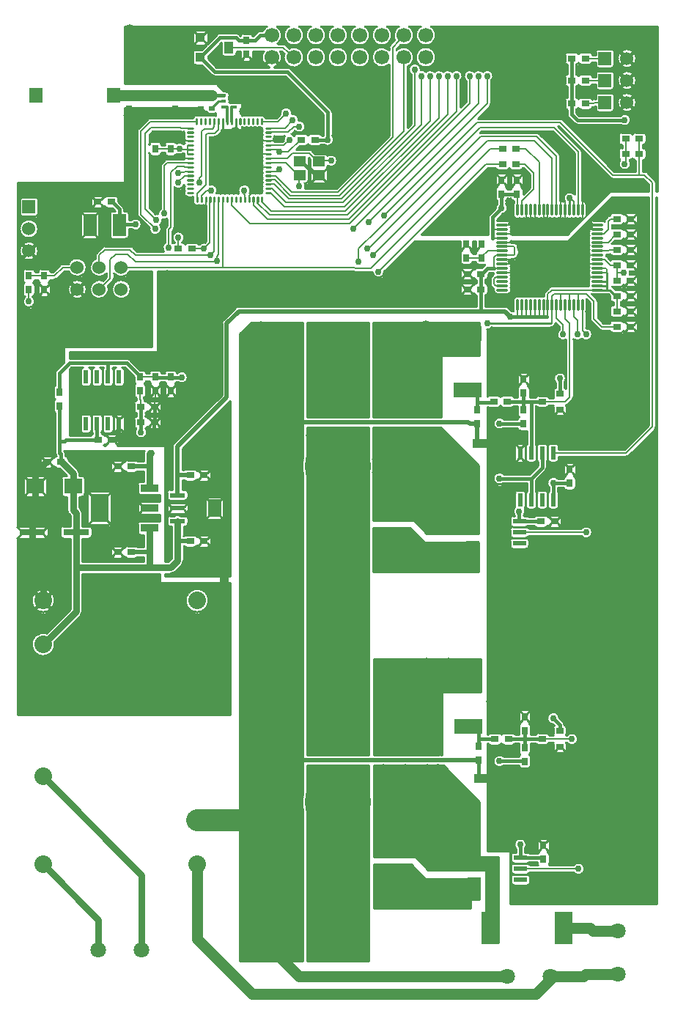
<source format=gtl>
*
*
G04 PADS 9.3.1 Build Number: 456998 generated Gerber (RS-274-X) file*
G04 PC Version=2.1*
*
%IN "remoteMonitor.pcb"*%
*
%MOIN*%
*
%FSLAX35Y35*%
*
*
*
*
G04 PC Standard Apertures*
*
*
G04 Thermal Relief Aperture macro.*
%AMTER*
1,1,$1,0,0*
1,0,$1-$2,0,0*
21,0,$3,$4,0,0,45*
21,0,$3,$4,0,0,135*
%
*
*
G04 Annular Aperture macro.*
%AMANN*
1,1,$1,0,0*
1,0,$2,0,0*
%
*
*
G04 Odd Aperture macro.*
%AMODD*
1,1,$1,0,0*
1,0,$1-0.005,0,0*
%
*
*
G04 PC Custom Aperture Macros*
*
*
*
*
*
*
G04 PC Aperture Table*
*
%ADD010C,0.001*%
%ADD011C,0.04*%
%ADD018R,0.038X0.03*%
%ADD019C,0.01*%
%ADD023C,0.015*%
%ADD024C,0.07087*%
%ADD025C,0.05*%
%ADD038R,0.03X0.038*%
%ADD052C,0.00945*%
%ADD053R,0.18701X0.22244*%
%ADD054R,0.02362X0.01181*%
%ADD055R,0.05906X0.07087*%
%ADD056C,0.06*%
%ADD058R,0.025X0.02*%
%ADD059R,0.07874X0.14764*%
%ADD060R,0.06X0.06*%
%ADD061R,0.06102X0.02362*%
%ADD064R,0.035X0.028*%
%ADD065R,0.11811X0.0315*%
%ADD066R,0.07008X0.02362*%
%ADD067R,0.05906X0.07874*%
%ADD070R,0.082X0.07*%
%ADD071R,0.04331X0.04331*%
%ADD072R,0.04331X0.05512*%
%ADD073R,0.02362X0.06102*%
%ADD074R,0.05512X0.04528*%
%ADD075R,0.08465X0.03543*%
%ADD076R,0.08465X0.12795*%
%ADD077C,0.18*%
%ADD078R,0.06X0.1*%
%ADD079C,0.06693*%
%ADD080C,0.03*%
%ADD082C,0.008*%
%ADD083C,0.02*%
%ADD086C,0.01287*%
%ADD087C,0.1*%
%ADD116O,0.0126X0.05512*%
%ADD117O,0.05512X0.0126*%
%ADD118O,0.14X0.34*%
%ADD119C,0.3*%
%ADD120C,0.08*%
%ADD121R,0.125X0.065*%
%ADD122R,0.04X0.04*%
*
*
*
*
G04 PC Circuitry*
G04 Layer Name remoteMonitor.pcb - circuitry*
%LPD*%
*
*
G04 PC Custom Flashes*
G04 Layer Name remoteMonitor.pcb - flashes*
%LPD*%
*
*
G04 PC Circuitry*
G04 Layer Name remoteMonitor.pcb - circuitry*
%LPD*%
*
G54D10*
G54D11*
G01X207100Y131600D03*
Y121600D03*
X227100Y131600D03*
Y121600D03*
X217100Y131600D03*
Y121600D03*
X249000Y121500D03*
X239000D03*
X238900Y129100D03*
X259000Y121500D03*
X258900Y129100D03*
X207100Y151600D03*
Y141600D03*
X213500Y151500D03*
X227100Y141600D03*
X217100D03*
X248500Y151000D03*
X238900Y149100D03*
Y159100D03*
X248900D03*
X258900D03*
Y149100D03*
X282181Y145600D03*
X302181Y155600D03*
Y145600D03*
X292181Y155600D03*
Y145600D03*
X320000Y156500D03*
Y146000D03*
X348500Y150500D03*
X368500Y151000D03*
X383500D03*
X207100Y171600D03*
Y161600D03*
X213500Y161500D03*
X227100Y171600D03*
X217100D03*
X238900Y169100D03*
X248900D03*
X258900D03*
X280600Y170100D03*
Y180100D03*
X270600Y170100D03*
Y180100D03*
X305000Y164000D03*
X295000D03*
X300600Y170100D03*
Y180100D03*
X290600Y170100D03*
Y180100D03*
X320000Y165000D03*
X310500Y172500D03*
X310600Y180100D03*
X321000Y179500D03*
X333500D03*
X348500D03*
X368500Y164500D03*
X368100Y179537D03*
X383500Y164500D03*
X383100Y179537D03*
X207100Y191600D03*
Y181600D03*
X227100Y191600D03*
Y181600D03*
X217100Y191600D03*
Y181600D03*
X280600Y190100D03*
Y200100D03*
X270600Y190100D03*
Y200100D03*
X300600Y190100D03*
Y200100D03*
X290600Y190100D03*
Y200100D03*
X310600Y190100D03*
X321000Y193000D03*
X333500D03*
X348500D03*
X368100Y193037D03*
X383100D03*
X207100Y211600D03*
Y201600D03*
X227000Y219500D03*
X227100Y211600D03*
Y201600D03*
X217100Y211600D03*
Y201600D03*
X238900Y219100D03*
X248900D03*
X258900D03*
X280600Y207600D03*
X270600D03*
X280600Y220100D03*
X270600D03*
X290600Y207600D03*
Y220100D03*
X348500Y208000D03*
X368100Y208037D03*
X383100D03*
X106100Y233600D03*
X121100D03*
X207100Y231600D03*
Y221600D03*
X196100Y233600D03*
X215000Y232000D03*
X217100Y221600D03*
X248900Y239100D03*
X238900Y229100D03*
Y239100D03*
X248900Y229100D03*
X258900D03*
Y239100D03*
X290600Y230100D03*
Y240100D03*
X319500Y238000D03*
X333500D03*
X352000D03*
X368100Y238037D03*
Y223037D03*
X383100Y238037D03*
Y223037D03*
X106100Y248600D03*
X121100D03*
X207100Y251600D03*
Y241600D03*
X196100Y248600D03*
X215000Y242000D03*
Y252000D03*
X248900Y259100D03*
X238900Y249100D03*
Y259100D03*
X248900Y249100D03*
X258900D03*
Y259100D03*
X300500Y244500D03*
Y256000D03*
X290500D03*
X300600Y250100D03*
X290600D03*
X310500Y244500D03*
X320000Y252500D03*
X333500Y253000D03*
X352000D03*
X368100Y253037D03*
X383100D03*
X106100Y278600D03*
Y263600D03*
X121100Y278600D03*
X136100D03*
X166100D03*
X151100D03*
X181100D03*
X207100Y271600D03*
Y261600D03*
X196100Y278600D03*
Y263600D03*
X227100Y271600D03*
Y261600D03*
X217100Y271600D03*
Y261600D03*
X238900Y269100D03*
Y279100D03*
X248900Y269100D03*
Y279100D03*
X258900Y269100D03*
Y279100D03*
X320000Y267500D03*
X333500Y268000D03*
X352000D03*
X368100Y268037D03*
X383100D03*
X106100Y293600D03*
X121100D03*
X136100D03*
X166100D03*
X151100D03*
X188100Y298037D03*
X207100Y291600D03*
Y281600D03*
X227100Y291600D03*
Y281600D03*
X217100Y291600D03*
Y281600D03*
X238500Y287500D03*
X238900Y299100D03*
X261500Y287000D03*
X259000Y299500D03*
X282381Y298600D03*
X302381D03*
X292381D03*
X312381D03*
X320000Y297000D03*
Y282500D03*
X333500Y283000D03*
X333400Y297963D03*
X352000Y283000D03*
Y298000D03*
X368000D03*
X368100Y283037D03*
X383000Y298000D03*
X383100Y283037D03*
X106100Y308600D03*
X121100D03*
X136100D03*
X207100Y311600D03*
Y301600D03*
X213500Y301500D03*
Y311500D03*
X248900Y319100D03*
X238900Y309100D03*
Y319100D03*
X248900Y309100D03*
X258900Y319100D03*
Y309100D03*
X302381Y308600D03*
X292381D03*
X304500Y316500D03*
X295500D03*
X320000Y312000D03*
X368000Y313000D03*
X383100Y313037D03*
X106100Y323600D03*
X121100Y338600D03*
Y323600D03*
X151100Y338600D03*
Y323600D03*
X207100Y331600D03*
Y321600D03*
X227100Y331600D03*
Y321600D03*
X217100Y331600D03*
Y321600D03*
X238900Y329100D03*
X270100Y321600D03*
Y331600D03*
X259000Y328500D03*
X280100Y321600D03*
Y331600D03*
X290100Y321600D03*
Y331600D03*
X310000Y324500D03*
X300100Y321600D03*
Y331600D03*
X310100D03*
X320000Y327000D03*
X383100Y328037D03*
X370600D03*
X113744Y355543D03*
X131000Y361000D03*
X136000Y344500D03*
X188100Y358037D03*
X173100D03*
Y343037D03*
X207100Y351600D03*
Y341600D03*
X227100Y351600D03*
Y341600D03*
X217100Y351600D03*
Y341600D03*
X237400Y359100D03*
X270100Y360600D03*
X270000Y341500D03*
X270100Y351600D03*
X261500Y359500D03*
X290100Y360600D03*
X280100D03*
Y341600D03*
Y351600D03*
X290100Y341600D03*
Y351600D03*
X300100Y341600D03*
Y351600D03*
X310100Y341600D03*
X333500Y357500D03*
X342500D03*
X335000Y344000D03*
X383100Y358037D03*
Y343037D03*
X371500Y358500D03*
X370600Y343037D03*
X113744Y370543D03*
X148500Y375000D03*
X136000D03*
X188100Y373037D03*
X176500Y368500D03*
X207100Y371600D03*
Y361600D03*
X227100Y371600D03*
Y361600D03*
X217100Y371600D03*
Y361600D03*
X239000Y370000D03*
X249000D03*
X239000Y378500D03*
X249000D03*
X270100Y371600D03*
X259000Y378500D03*
Y370000D03*
X280100Y371600D03*
X290100D03*
X383100Y373037D03*
X113744Y400543D03*
Y385543D03*
X149000Y395500D03*
X132000D03*
X188500Y390500D03*
X179000Y396500D03*
X207100Y391600D03*
Y381600D03*
X215000Y381500D03*
Y391500D03*
X249000Y388500D03*
X239000Y398500D03*
Y388500D03*
X249000Y398500D03*
X259000D03*
Y388500D03*
X290100Y381600D03*
Y391600D03*
X299000Y398500D03*
X311000D03*
X342000Y391500D03*
X332500Y401000D03*
Y391500D03*
X383500Y396500D03*
X383100Y388037D03*
X128744Y415543D03*
X113500Y410500D03*
X143744Y415543D03*
X188100Y418037D03*
Y403037D03*
X173100Y418037D03*
X172500Y405000D03*
X207100Y401600D03*
X215000Y409000D03*
Y401500D03*
X249000Y408500D03*
X239000D03*
X259000D03*
X290000Y409500D03*
X290100Y401600D03*
X342500Y406500D03*
X390000Y419000D03*
X188100Y429537D03*
X172500Y432500D03*
X203000Y424500D03*
X203100Y429537D03*
X218000Y424500D03*
X218100Y429537D03*
X233500Y424500D03*
X248000D03*
X233100Y429537D03*
X248100D03*
X263500Y424500D03*
X278000Y430500D03*
Y424500D03*
X291100Y433037D03*
X291000Y424500D03*
X333500Y429500D03*
X347500D03*
X361500D03*
X390000Y433000D03*
X128744Y445543D03*
X115000Y445500D03*
X303000Y442500D03*
X293000D03*
X302000Y458000D03*
X313000Y458500D03*
X333500Y444500D03*
X347500D03*
X348500Y455000D03*
X333500D03*
X361500Y444500D03*
X390000Y447000D03*
X107575Y471539D03*
X119575D03*
X113575D03*
X125575D03*
X149575D03*
X143575D03*
X131575D03*
X137575D03*
X167000Y477500D03*
X155575Y477539D03*
X155500Y471500D03*
X184000Y461500D03*
X177500D03*
X248744Y475543D03*
X313000Y471000D03*
X354500Y474000D03*
X363500D03*
X390000Y464000D03*
X376000D03*
X382000Y473000D03*
X167000Y484500D03*
X155575Y483539D03*
Y489539D03*
Y495539D03*
X178500Y495500D03*
X203500Y497500D03*
X213500Y483500D03*
Y497000D03*
X267500Y495000D03*
X346000Y495500D03*
X363000D03*
X354000Y484500D03*
X155575Y501539D03*
X162575Y506539D03*
X168575D03*
X167575Y520539D03*
X161575D03*
X155575D03*
X179575D03*
X173575D03*
X185575D03*
X182500Y506500D03*
X207000Y513500D03*
X204000Y518500D03*
X207000Y506500D03*
X198000Y518500D03*
X191575Y520539D03*
X220500Y505000D03*
X225000Y520000D03*
X218000Y513000D03*
X228500Y512000D03*
X215000Y520000D03*
X324000Y509500D03*
X323744Y520543D03*
X336000Y509000D03*
X348500Y515500D03*
X338744Y520543D03*
X164000Y530000D03*
X155500Y526500D03*
Y538500D03*
Y532500D03*
X196000Y529500D03*
X309500Y536000D03*
X325000D03*
X348500Y525000D03*
X350244Y535543D03*
X341500Y536000D03*
X164000Y541500D03*
X155500Y544000D03*
X192500Y543500D03*
G54D18*
X146974Y465284D03*
X140774D03*
X166600Y372000D03*
X160400D03*
X362600Y510000D03*
X356400D03*
X362600Y520500D03*
X356400D03*
X362600Y530500D03*
X356400D03*
X387100Y487000D03*
X380900D03*
X183600Y444000D03*
X177400D03*
X160400Y365000D03*
X166600D03*
X320900Y374500D03*
X327100D03*
X140900Y357000D03*
X147100D03*
X124100Y347000D03*
X117900D03*
X156100Y306000D03*
X149900D03*
X156100Y345000D03*
X149900D03*
X182900Y311000D03*
X189100D03*
X182900Y341000D03*
X189100D03*
X376900Y408500D03*
X383100D03*
X376900Y436500D03*
X383100D03*
X376900Y429500D03*
X383100D03*
X376900Y443500D03*
X383100D03*
X376900Y450500D03*
X383100D03*
X376900Y457500D03*
X383100D03*
X376900Y422500D03*
X383100D03*
X376900Y415500D03*
X383100D03*
X342400Y320000D03*
X348600D03*
X315100Y432500D03*
X308900D03*
X315100Y425500D03*
X308900D03*
X168739Y513689D03*
X162539D03*
X380900Y494000D03*
X387100D03*
X239600Y493500D03*
X233400D03*
X324900Y482500D03*
X331100D03*
X324900Y489500D03*
X331100D03*
X321400Y221000D03*
X327600D03*
G54D19*
X318000Y410000D02*
X347000D01*
X368154Y429173D02*
X372327D01*
X372500Y429000*
X368154Y427205D02*
X372295D01*
X372500Y427000*
X368154Y425236D02*
X372500D01*
Y427000*
Y425236D02*
X373764D01*
X376500Y422500*
X376900*
X372500Y427000D02*
Y429000D01*
Y433000*
X355358Y462992D02*
X355359Y463000D01*
X355500Y467000*
X197646Y484118D02*
Y488354D01*
X203552Y497500D02*
Y501835D01*
Y487071D02*
Y485732D01*
Y484118*
Y487071D02*
Y497500D01*
X197646Y501835D02*
Y488354D01*
X200599Y484118*
X203500Y497500D02*
X203552D01*
Y487071D02*
X200599Y484118D01*
X203552*
X192709Y507970D02*
X195857Y511118D01*
X198138*
X192709Y507970D02*
X192753D01*
Y507677*
X172000Y508000D02*
X180000D01*
Y504000*
X172000*
Y508000*
X153000D02*
X160500D01*
Y505000*
X153000*
Y508000*
X180500D02*
X188500D01*
Y505000*
X180500*
Y508000*
X161500Y515700D02*
X170000D01*
Y511700*
X161500*
Y515700*
X172000Y507599D02*
X180000D01*
X172000Y506699D02*
X180000D01*
X172000Y505799D02*
X180000D01*
X172000Y504899D02*
X180000D01*
X153000Y507699D02*
X160500D01*
X153000Y506799D02*
X160500D01*
X153000Y505899D02*
X160500D01*
X180500Y507699D02*
X188500D01*
X180500Y506799D02*
X188500D01*
X180500Y505899D02*
X188500D01*
X161500Y515299D02*
X170000D01*
X161500Y514399D02*
X170000D01*
X161500Y513499D02*
X170000D01*
X161500Y512599D02*
X170000D01*
X385800Y510500D02*
G75*
G03X385800I-4300J0D01*
G01Y520500D02*
G03X385800I-4300J0D01*
G01Y530500D02*
G03X385800I-4300J0D01*
G01X294646Y531043D02*
G03X294646I-4646J0D01*
G01X191300Y284000D02*
G03X191300I-5300J0D01*
G01X113800Y443000D02*
G03X113800I-4300J0D01*
G01Y453000D02*
G03X113800I-4300J0D01*
G01X121300Y284000D02*
G03X121300I-5300J0D01*
G01X135800Y425500D02*
G03X135800I-4300J0D01*
G01X155800D02*
G03X155800I-4300J0D01*
G01X264646Y531043D02*
G03X264646I-4646J0D01*
G01X254646D02*
G03X254646I-4646J0D01*
G01X244646D02*
G03X244646I-4646J0D01*
G01X395000Y146000D02*
Y467500D01*
X394700*
Y363000*
X394202Y361798D02*
G03X394700Y363000I-1202J1202D01*
G01X394202Y361798D02*
X382332Y349928D01*
X381130Y349430D02*
G03X382332Y349928I-0J1700D01*
G01X381130Y349430D02*
X350481D01*
Y348079*
X349181Y346779D02*
G03X350481Y348079I0J1300D01*
G01X349181Y346779D02*
X346819D01*
X345519Y348079D02*
G03X346819Y346779I1300J-0D01*
G01X345519Y348079D02*
Y354181D01*
X346819Y355481D02*
G03X345519Y354181I-0J-1300D01*
G01X346819Y355481D02*
X349181D01*
X350481Y354181D02*
G03X349181Y355481I-1300J0D01*
G01X350481Y354181D02*
Y352830D01*
X380426*
X391300Y363704*
Y467500*
X374707*
X354707Y447500*
X328803*
X328884Y446621D02*
G03X328803Y447500I-1912J269D01*
G01X328884Y446621D02*
X330079D01*
X331281Y446123D02*
G03X330079Y446621I-1202J-1202D01*
G01X331281Y446123D02*
X331702Y445702D01*
X332200Y444500D02*
G03X331702Y445702I-1700J0D01*
G01X332200Y444500D02*
Y441500D01*
X331702Y440298D02*
G03X332200Y441500I-1202J1202D01*
G01X331702Y440298D02*
X331186Y439782D01*
X329984Y439284D02*
G03X331186Y439782I0J1700D01*
G01X329984Y439284D02*
X328884D01*
X328633Y438031D02*
G03X328884Y439284I-1661J985D01*
G01X328633Y436063D02*
G03Y438031I-1661J984D01*
G01Y434094D02*
G03Y436063I-1661J985D01*
G01Y432126D02*
G03Y434094I-1661J984D01*
G01Y430157D02*
G03Y432126I-1661J985D01*
G01Y428189D02*
G03Y430157I-1661J984D01*
G01Y426220D02*
G03Y428189I-1661J985D01*
G01X326972Y423306D02*
G03X328633Y426220I0J1930D01*
G01X326972Y423306D02*
X322720D01*
X320883Y425826D02*
G03X322720Y423306I1837J-590D01*
G01X320676Y426003D02*
G03X320883Y425826I1202J1202D01*
G01X320676Y426003D02*
X320652Y426027D01*
X320298Y426298D02*
G03X320652Y426027I1202J1202D01*
G01X320298Y426298D02*
X319798Y426798D01*
X319300Y428000D02*
G03X319798Y426798I1700J0D01*
G01X319300Y428000D02*
Y430264D01*
X319798Y431466D02*
G03X319300Y430264I1202J-1202D01*
G01X319798Y431466D02*
X320676Y432344D01*
X320883Y432520D02*
G03X320676Y432344I995J-1378D01*
G01X320792Y433029D02*
G03X320883Y432520I1928J81D01*
G01X320792Y433029D02*
X318928D01*
X318300Y432401*
Y431000*
X317150Y429709D02*
G03X318300Y431000I-150J1291D01*
G01X317150Y429709D02*
Y428291D01*
X318300Y427000D02*
G03X317150Y428291I-1300J0D01*
G01X318300Y427000D02*
Y424000D01*
X317150Y422709D02*
G03X318300Y424000I-150J1291D01*
G01X317150Y422709D02*
Y417800D01*
X326000*
X327626Y417126D02*
G03X326000Y417800I-1626J-1626D01*
G01X327626Y417126D02*
X328997Y415756D01*
X330010Y415358D02*
G03X328997Y415756I-1510J-2358D01*
G01X329806Y416220D02*
G03X330010Y415358I1930J0D01*
G01X329806Y416220D02*
Y420472D01*
X332720Y422133D02*
G03X329806Y420472I-984J-1661D01*
G01X334689Y422133D02*
G03X332720I-984J-1661D01*
G01X336657D02*
G03X334689I-984J-1661D01*
G01X338626D02*
G03X336657I-984J-1661D01*
G01X340594D02*
G03X338626I-984J-1661D01*
G01X342563D02*
G03X340594I-984J-1661D01*
G01X343816Y422384D02*
G03X342563Y422133I-269J-1912D01*
G01X343816Y422384D02*
Y423516D01*
X344314Y424718D02*
G03X343816Y423516I1202J-1202D01*
G01X344314Y424718D02*
X346034Y426438D01*
X347236Y426936D02*
G03X346034Y426438I0J-1700D01*
G01X347236Y426936D02*
X364116D01*
X364367Y428189D02*
G03X364116Y426936I1661J-984D01*
G01X364367Y430157D02*
G03Y428189I1661J-984D01*
G01Y432126D02*
G03Y430157I1661J-984D01*
G01Y434094D02*
G03Y432126I1661J-984D01*
G01Y436063D02*
G03Y434094I1661J-984D01*
G01Y438031D02*
G03Y436063I1661J-984D01*
G01Y440000D02*
G03Y438031I1661J-984D01*
G01Y441969D02*
G03Y440000I1661J-985D01*
G01Y443937D02*
G03Y441969I1661J-984D01*
G01Y445906D02*
G03Y443937I1661J-985D01*
G01Y447874D02*
G03Y445906I1661J-984D01*
G01Y449843D02*
G03Y447874I1661J-985D01*
G01Y451811D02*
G03Y449843I1661J-984D01*
G01Y453780D02*
G03Y451811I1661J-985D01*
G01X366028Y456694D02*
G03X364367Y453780I-0J-1930D01*
G01X366028Y456694D02*
X370280D01*
X371300Y456402D02*
G03X370280Y456694I-1020J-1638D01*
G01X371300Y456402D02*
Y456500D01*
X371798Y457702D02*
G03X371300Y456500I1202J-1202D01*
G01X371798Y457702D02*
X372798Y458702D01*
X373712Y459175D02*
G03X372798Y458702I288J-1675D01*
G01X375000Y460300D02*
G03X373712Y459175I0J-1300D01*
G01X375000Y460300D02*
X378800D01*
X380000Y459500D02*
G03X378800Y460300I-1200J-500D01*
G01X381200D02*
G03X380000Y459500I0J-1300D01*
G01X381200Y460300D02*
X385000D01*
X386300Y459000D02*
G03X385000Y460300I-1300J0D01*
G01X386300Y459000D02*
Y456000D01*
X385000Y454700D02*
G03X386300Y456000I0J1300D01*
G01X385000Y454700D02*
X381200D01*
X380000Y455500D02*
G03X381200Y454700I1200J500D01*
G01X378800D02*
G03X380000Y455500I0J1300D01*
G01X378800Y454700D02*
X375000D01*
X374700Y454735D02*
G03X375000Y454700I300J1265D01*
G01X374700Y454735D02*
Y453265D01*
X375000Y453300D02*
G03X374700Y453265I0J-1300D01*
G01X375000Y453300D02*
X378800D01*
X380000Y452500D02*
G03X378800Y453300I-1200J-500D01*
G01X381200D02*
G03X380000Y452500I0J-1300D01*
G01X381200Y453300D02*
X385000D01*
X386300Y452000D02*
G03X385000Y453300I-1300J0D01*
G01X386300Y452000D02*
Y449000D01*
X385000Y447700D02*
G03X386300Y449000I0J1300D01*
G01X385000Y447700D02*
X381200D01*
X380000Y448500D02*
G03X381200Y447700I1200J500D01*
G01X378800D02*
G03X380000Y448500I0J1300D01*
G01X378800Y447700D02*
X376104D01*
X374659Y446254*
X375000Y446300D02*
G03X374659Y446254I0J-1300D01*
G01X375000Y446300D02*
X378800D01*
X380000Y445500D02*
G03X378800Y446300I-1200J-500D01*
G01X381200D02*
G03X380000Y445500I0J-1300D01*
G01X381200Y446300D02*
X385000D01*
X386300Y445000D02*
G03X385000Y446300I-1300J0D01*
G01X386300Y445000D02*
Y442000D01*
X385000Y440700D02*
G03X386300Y442000I0J1300D01*
G01X385000Y440700D02*
X381200D01*
X380000Y441500D02*
G03X381200Y440700I1200J500D01*
G01X378800D02*
G03X380000Y441500I0J1300D01*
G01X378800Y440700D02*
X375000D01*
X373807Y441483D02*
G03X375000Y440700I1193J517D01*
G01X372953Y441253D02*
G03X373807Y441483I-0J1700D01*
G01X372953Y441253D02*
X372191D01*
X372165Y440573D02*
G03X372191Y441253I-1885J411D01*
G01X372686Y440218D02*
G03X372165Y440573I-1202J-1202D01*
G01X372686Y440218D02*
X374034Y438870D01*
X375000Y439300D02*
G03X374034Y438870I0J-1300D01*
G01X375000Y439300D02*
X378800D01*
X380000Y438500D02*
G03X378800Y439300I-1200J-500D01*
G01X381200D02*
G03X380000Y438500I0J-1300D01*
G01X381200Y439300D02*
X385000D01*
X386300Y438000D02*
G03X385000Y439300I-1300J0D01*
G01X386300Y438000D02*
Y435000D01*
X385000Y433700D02*
G03X386300Y435000I0J1300D01*
G01X385000Y433700D02*
X382711D01*
Y432300D02*
G03Y433700I-2711J700D01*
G01Y432300D02*
X385000D01*
X386300Y431000D02*
G03X385000Y432300I-1300J0D01*
G01X386300Y431000D02*
Y428000D01*
X385000Y426700D02*
G03X386300Y428000I0J1300D01*
G01X385000Y426700D02*
X381200D01*
X380000Y427500D02*
G03X381200Y426700I1200J500D01*
G01X378800D02*
G03X380000Y427500I0J1300D01*
G01X378800Y426700D02*
X375000D01*
X374786Y426718D02*
G03X375000Y426700I214J1282D01*
G01X375037Y426509D02*
G03X374786Y426718I-1273J-1273D01*
G01X375037Y426509D02*
X376246Y425300D01*
X378800*
X380000Y424500D02*
G03X378800Y425300I-1200J-500D01*
G01X381200D02*
G03X380000Y424500I0J-1300D01*
G01X381200Y425300D02*
X385000D01*
X386300Y424000D02*
G03X385000Y425300I-1300J0D01*
G01X386300Y424000D02*
Y421000D01*
X385000Y419700D02*
G03X386300Y421000I0J1300D01*
G01X385000Y419700D02*
X381200D01*
X380000Y420500D02*
G03X381200Y419700I1200J500D01*
G01X378800D02*
G03X380000Y420500I0J1300D01*
G01X378800Y419700D02*
X378600D01*
Y418300*
X378800*
X380000Y417500D02*
G03X378800Y418300I-1200J-500D01*
G01X381200D02*
G03X380000Y417500I0J-1300D01*
G01X381200Y418300D02*
X385000D01*
X386300Y417000D02*
G03X385000Y418300I-1300J0D01*
G01X386300Y417000D02*
Y414000D01*
X385000Y412700D02*
G03X386300Y414000I0J1300D01*
G01X385000Y412700D02*
X381200D01*
X380000Y413500D02*
G03X381200Y412700I1200J500D01*
G01X378800D02*
G03X380000Y413500I0J1300D01*
G01X378800Y412700D02*
X375000D01*
X373700Y414000D02*
G03X375000Y412700I1300J0D01*
G01X373700Y414000D02*
Y417000D01*
X375000Y418300D02*
G03X373700Y417000I0J-1300D01*
G01X375000Y418300D02*
X375200D01*
Y419700*
X375000*
X373700Y421000D02*
G03X375000Y419700I1300J0D01*
G01X373700Y421000D02*
Y422754D01*
X373018Y423436*
X372500*
X370976*
X370280Y423306D02*
G03X370976Y423436I-0J1930D01*
G01X370280Y423306D02*
X366028D01*
X365534Y423371D02*
G03X366028Y423306I494J1865D01*
G01X365534Y423371D02*
X367702Y421202D01*
X368200Y420000D02*
G03X367702Y421202I-1700J0D01*
G01X368200Y420000D02*
Y412704D01*
X370704Y410200*
X373715*
X375000Y411300D02*
G03X373715Y410200I0J-1300D01*
G01X375000Y411300D02*
X378800D01*
X380000Y410500D02*
G03X378800Y411300I-1200J-500D01*
G01X381200D02*
G03X380000Y410500I0J-1300D01*
G01X381200Y411300D02*
X385000D01*
X386300Y410000D02*
G03X385000Y411300I-1300J0D01*
G01X386300Y410000D02*
Y407000D01*
X385000Y405700D02*
G03X386300Y407000I0J1300D01*
G01X385000Y405700D02*
X381200D01*
X380000Y406500D02*
G03X381200Y405700I1200J500D01*
G01X378800D02*
G03X380000Y406500I0J1300D01*
G01X378800Y405700D02*
X375000D01*
X373715Y406800D02*
G03X375000Y405700I1285J200D01*
G01X373715Y406800D02*
X370000D01*
X368798Y407298D02*
G03X370000Y406800I1202J1202D01*
G01X368798Y407298D02*
X365298Y410798D01*
X364800Y412000D02*
G03X365298Y410798I1700J0D01*
G01X364800Y412000D02*
Y419296D01*
X363129Y420966*
X363194Y420472D02*
G03X363129Y420966I-1930J0D01*
G01X363194Y420472D02*
Y416220D01*
X362964Y415307D02*
G03X363194Y416220I-1700J913D01*
G01X362964Y415307D02*
Y407800D01*
X361000Y403040D02*
G03X362964Y407800I2000J1960D01*
G01X357200Y402855D02*
G03X361000Y403040I1800J2145D01*
G01X357200Y402855D02*
Y376500D01*
X356702Y375298D02*
G03X357200Y376500I-1202J1202D01*
G01X356702Y375298D02*
X354702Y373298D01*
X353835Y372833D02*
G03X354702Y373298I-335J1667D01*
G01X354000Y372200D02*
G03X353835Y372833I-1300J0D01*
G01X354000Y372200D02*
Y369400D01*
X352700Y368100D02*
G03X354000Y369400I0J1300D01*
G01X352700Y368100D02*
X349200D01*
X347900Y369400D02*
G03X349200Y368100I1300J0D01*
G01X347900Y369400D02*
Y372200D01*
X348047Y372800D02*
G03X347900Y372200I1153J-600D01*
G01X348047Y372800D02*
X346065D01*
X344800Y371800D02*
G03X346065Y372800I0J1300D01*
G01X344800Y371800D02*
X341300D01*
X340174Y372450D02*
G03X341300Y371800I1126J650D01*
G01X340174Y372450D02*
X340050D01*
Y355148*
X340481Y354181D02*
G03X340050Y355148I-1300J0D01*
G01X340481Y354181D02*
Y348079D01*
X339181Y346779D02*
G03X340481Y348079I0J1300D01*
G01X339181Y346779D02*
X336819D01*
X335519Y348079D02*
G03X336819Y346779I1300J-0D01*
G01X335519Y348079D02*
Y354181D01*
X335950Y355148D02*
G03X335519Y354181I869J-967D01*
G01X335950Y355148D02*
Y361200D01*
X333000*
X331709Y362350D02*
G03X333000Y361200I1291J150D01*
G01X331709Y362350D02*
X329050D01*
X328418Y362450D02*
G03X329050Y362350I632J1950D01*
G01X328418Y362450D02*
X325407D01*
Y366550D02*
G03Y362450I-1907J-2050D01*
G01Y366550D02*
X328950D01*
X329582Y366450D02*
G03X328950Y366550I-632J-1950D01*
G01X329582Y366450D02*
X331709D01*
X332500Y367500D02*
G03X331709Y366450I500J-1200D01*
G01X331700Y368700D02*
G03X332500Y367500I1300J0D01*
G01X331700Y368700D02*
Y372450D01*
X330178*
X329000Y371700D02*
G03X330178Y372450I0J1300D01*
G01X329000Y371700D02*
X325200D01*
X324000Y372500D02*
G03X325200Y371700I1200J500D01*
G01X322800D02*
G03X324000Y372500I0J1300D01*
G01X322800Y371700D02*
X319000D01*
X318234Y371950D02*
G03X319000Y371700I766J1050D01*
G01X318234Y371950D02*
X318000D01*
Y223050*
X318322*
X319500Y223800D02*
G03X318322Y223050I0J-1300D01*
G01X319500Y223800D02*
X323300D01*
X324500Y223000D02*
G03X323300Y223800I-1200J-500D01*
G01X325700D02*
G03X324500Y223000I0J-1300D01*
G01X325700Y223800D02*
X329500D01*
X330678Y223050D02*
G03X329500Y223800I-1178J-550D01*
G01X330678Y223050D02*
X332200D01*
Y226800*
X333000Y228000D02*
G03X332200Y226800I500J-1200D01*
G01Y229200D02*
G03X333000Y228000I1300J0D01*
G01X332200Y229200D02*
Y233000D01*
X333500Y234300D02*
G03X332200Y233000I0J-1300D01*
G01X333500Y234300D02*
X336500D01*
X337800Y233000D02*
G03X336500Y234300I-1300J0D01*
G01X337800Y233000D02*
Y229200D01*
X337000Y228000D02*
G03X337800Y229200I-500J1200D01*
G01Y226800D02*
G03X337000Y228000I-1300J0D01*
G01X337800Y226800D02*
Y223050D01*
X340174*
X341300Y223700D02*
G03X340174Y223050I0J-1300D01*
G01X341300Y223700D02*
X344800D01*
X346065Y222700D02*
G03X344800Y223700I-1265J-300D01*
G01X346065Y222700D02*
X348047D01*
X347900Y223300D02*
G03X348047Y222700I1300J0D01*
G01X347900Y223300D02*
Y226100D01*
X348444Y227157D02*
G03X347900Y226100I756J-1057D01*
G01X348444Y227157D02*
X347899Y227702D01*
X350798Y230601D02*
G03X347899Y227702I-2798J-101D01*
G01X350798Y230601D02*
X352400Y229000D01*
X353000Y227550D02*
G03X352400Y229000I-2050J0D01*
G01X353000Y227550D02*
Y227365D01*
X354000Y226100D02*
G03X353000Y227365I-1300J0D01*
G01X354000Y226100D02*
Y223300D01*
X353853Y222700D02*
G03X354000Y223300I-1153J600D01*
G01X353853Y222700D02*
X354275D01*
Y219300D02*
G03Y222700I2225J1700D01*
G01Y219300D02*
X353853D01*
X354000Y218700D02*
G03X353853Y219300I-1300J0D01*
G01X354000Y218700D02*
Y215900D01*
X352700Y214600D02*
G03X354000Y215900I0J1300D01*
G01X352700Y214600D02*
X349200D01*
X347900Y215900D02*
G03X349200Y214600I1300J0D01*
G01X347900Y215900D02*
Y218700D01*
X348047Y219300D02*
G03X347900Y218700I1153J-600D01*
G01X348047Y219300D02*
X346065D01*
X344800Y218300D02*
G03X346065Y219300I0J1300D01*
G01X344800Y218300D02*
X341300D01*
X340174Y218950D02*
G03X341300Y218300I1126J650D01*
G01X340174Y218950D02*
X337800D01*
Y215200*
X337000Y214000D02*
G03X337800Y215200I-500J1200D01*
G01Y212800D02*
G03X337000Y214000I-1300J0D01*
G01X337800Y212800D02*
Y209000D01*
X336500Y207700D02*
G03X337800Y209000I0J1300D01*
G01X336500Y207700D02*
X333500D01*
X332201Y208950D02*
G03X333500Y207700I1299J50D01*
G01X332201Y208950D02*
X325407D01*
Y213050D02*
G03Y208950I-1907J-2050D01*
G01Y213050D02*
X332224D01*
X333000Y214000D02*
G03X332224Y213050I500J-1200D01*
G01X332200Y215200D02*
G03X333000Y214000I1300J0D01*
G01X332200Y215200D02*
Y218950D01*
X330678*
X329500Y218200D02*
G03X330678Y218950I0J1300D01*
G01X329500Y218200D02*
X325700D01*
X324500Y219000D02*
G03X325700Y218200I1200J500D01*
G01X323300D02*
G03X324500Y219000I0J1300D01*
G01X323300Y218200D02*
X319500D01*
X318322Y218950D02*
G03X319500Y218200I1178J550D01*
G01X318322Y218950D02*
X318000D01*
Y170000*
X328500*
Y146000*
X395000*
X316824Y436700D02*
G03X316629Y436528I1255J-1621D01*
G01X316824Y436700D02*
X314000D01*
X312700Y438000D02*
G03X314000Y436700I1300J0D01*
G01X312700Y438000D02*
Y438200D01*
X311300*
Y438000*
X310000Y436700D02*
G03X311300Y438000I0J1300D01*
G01X310000Y436700D02*
X307000D01*
X305700Y438000D02*
G03X307000Y436700I1300J0D01*
G01X305700Y438000D02*
Y441800D01*
X306500Y443000D02*
G03X305700Y441800I500J-1200D01*
G01Y444200D02*
G03X306500Y443000I1300J0D01*
G01X305700Y444200D02*
Y447500D01*
X284904*
X271275Y433871*
X265700Y433451D02*
G03X271275Y433871I2800J49D01*
G01X265000Y433300D02*
G03X265700Y433451I0J1700D01*
G01X265000Y433300D02*
X258000D01*
X256798Y433798D02*
G03X258000Y433300I1202J1202D01*
G01X256798Y433798D02*
X256796Y433800D01*
X197764*
X168000*
Y397000*
X128000*
Y394050*
X145500*
X154000*
X155450Y393450D02*
G03X154000Y394050I-1450J-1450D01*
G01X155450Y393450D02*
X160099Y388800D01*
X161500*
X162800Y387500D02*
G03X161500Y388800I-1300J0D01*
G01X162800Y387500D02*
Y387300D01*
X164200*
Y387500*
X165500Y388800D02*
G03X164200Y387500I0J-1300D01*
G01X165500Y388800D02*
X168500D01*
X169799Y387550D02*
G03X168500Y388800I-1299J-50D01*
G01X169799Y387550D02*
X171201D01*
X172500Y388800D02*
G03X171201Y387550I0J-1300D01*
G01X172500Y388800D02*
X175500D01*
X176799Y387550D02*
G03X175500Y388800I-1299J-50D01*
G01X176799Y387550D02*
X177093D01*
Y383450D02*
G03Y387550I1907J2050D01*
G01Y383450D02*
X176776D01*
X176000Y382500D02*
G03X176776Y383450I-500J1200D01*
G01X176800Y381300D02*
G03X176000Y382500I-1300J0D01*
G01X176800Y381300D02*
Y377500D01*
X175500Y376200D02*
G03X176800Y377500I0J1300D01*
G01X175500Y376200D02*
X172500D01*
X171200Y377500D02*
G03X172500Y376200I1300J0D01*
G01X171200Y377500D02*
Y381300D01*
X172000Y382500D02*
G03X171200Y381300I500J-1200D01*
G01X171224Y383450D02*
G03X172000Y382500I1276J250D01*
G01X171224Y383450D02*
X169776D01*
X169000Y382500D02*
G03X169776Y383450I-500J1200D01*
G01X169800Y381300D02*
G03X169000Y382500I-1300J0D01*
G01X169800Y381300D02*
Y377500D01*
X168500Y376200D02*
G03X169800Y377500I0J1300D01*
G01X168500Y376200D02*
X165500D01*
X164200Y377500D02*
G03X165500Y376200I1300J0D01*
G01X164200Y377500D02*
Y381300D01*
X165000Y382500D02*
G03X164200Y381300I500J-1200D01*
G01Y383700D02*
G03X165000Y382500I1300J0D01*
G01X164200Y383700D02*
Y383900D01*
X162800*
Y383700*
X162000Y382500D02*
G03X162800Y383700I-500J1200D01*
G01Y381300D02*
G03X162000Y382500I-1300J0D01*
G01X162800Y381300D02*
Y377500D01*
X161700Y376215D02*
G03X162800Y377500I-200J1285D01*
G01X161700Y376215D02*
Y376195D01*
X162100Y375100D02*
G03X161700Y376195I-1700J0D01*
G01X162100Y375100D02*
Y374800D01*
X162300*
X163500Y374000D02*
G03X162300Y374800I-1200J-500D01*
G01X164700D02*
G03X163500Y374000I0J-1300D01*
G01X164700Y374800D02*
X168500D01*
X169800Y373500D02*
G03X168500Y374800I-1300J0D01*
G01X169800Y373500D02*
Y370500D01*
X168500Y369200D02*
G03X169800Y370500I0J1300D01*
G01X168500Y369200D02*
X164700D01*
X163500Y370000D02*
G03X164700Y369200I1200J500D01*
G01X162550Y369224D02*
G03X163500Y370000I-250J1276D01*
G01X162550Y369224D02*
Y367776D01*
X163500Y367000D02*
G03X162550Y367776I-1200J-500D01*
G01X164700Y367800D02*
G03X163500Y367000I0J-1300D01*
G01X164700Y367800D02*
X168500D01*
X169800Y366500D02*
G03X168500Y367800I-1300J0D01*
G01X169800Y366500D02*
Y363500D01*
X168500Y362200D02*
G03X169800Y363500I0J1300D01*
G01X168500Y362200D02*
X164700D01*
X163500Y363000D02*
G03X164700Y362200I1200J500D01*
G01X162680Y362257D02*
G03X163500Y363000I-380J1243D01*
G01X158288Y362217D02*
G03X162680Y362257I2212J-1717D01*
G01X157200Y363500D02*
G03X158288Y362217I1300J0D01*
G01X157200Y363500D02*
Y366500D01*
X158450Y367799D02*
G03X157200Y366500I50J-1299D01*
G01X158450Y367799D02*
Y369201D01*
X157200Y370500D02*
G03X158450Y369201I1300J0D01*
G01X157200Y370500D02*
Y373500D01*
X158451Y374799D02*
G03X157200Y373500I49J-1299D01*
G01X158300Y375500D02*
G03X158451Y374799I1700J0D01*
G01X158300Y375500D02*
Y376215D01*
X157200Y377500D02*
G03X158300Y376215I1300J0D01*
G01X157200Y377500D02*
Y381300D01*
X158000Y382500D02*
G03X157200Y381300I500J-1200D01*
G01Y383700D02*
G03X158000Y382500I1300J0D01*
G01X157200Y383700D02*
Y385901D01*
X153151Y389950*
X151964*
X152981Y388681D02*
G03X151964Y389950I-1300J0D01*
G01X152981Y388681D02*
Y382579D01*
X151681Y381279D02*
G03X152981Y382579I0J1300D01*
G01X151681Y381279D02*
X149319D01*
X148019Y382579D02*
G03X149319Y381279I1300J-0D01*
G01X148019Y382579D02*
Y388681D01*
X149036Y389950D02*
G03X148019Y388681I283J-1269D01*
G01X149036Y389950D02*
X147550D01*
Y389648*
X147981Y388681D02*
G03X147550Y389648I-1300J0D01*
G01X147981Y388681D02*
Y382579D01*
X146681Y381279D02*
G03X147981Y382579I0J1300D01*
G01X146681Y381279D02*
X144319D01*
X143019Y382579D02*
G03X144319Y381279I1300J-0D01*
G01X143019Y382579D02*
Y388681D01*
X143450Y389648D02*
G03X143019Y388681I869J-967D01*
G01X143450Y389648D02*
Y389950D01*
X141964*
X142981Y388681D02*
G03X141964Y389950I-1300J0D01*
G01X142981Y388681D02*
Y382579D01*
X141681Y381279D02*
G03X142981Y382579I0J1300D01*
G01X141681Y381279D02*
X139319D01*
X138019Y382579D02*
G03X139319Y381279I1300J-0D01*
G01X138019Y382579D02*
Y388681D01*
X139036Y389950D02*
G03X138019Y388681I283J-1269D01*
G01X139036Y389950D02*
X136964D01*
X137981Y388681D02*
G03X136964Y389950I-1300J0D01*
G01X137981Y388681D02*
Y382579D01*
X136681Y381279D02*
G03X137981Y382579I0J1300D01*
G01X136681Y381279D02*
X134319D01*
X133019Y382579D02*
G03X134319Y381279I1300J-0D01*
G01X133019Y382579D02*
Y388681D01*
X134036Y389950D02*
G03X133019Y388681I283J-1269D01*
G01X134036Y389950D02*
X128849D01*
X128000Y389101*
Y359050*
X137822*
X138450Y359678D02*
G03X137822Y359050I550J-1178D01*
G01X138450Y359678D02*
Y360352D01*
X138019Y361319D02*
G03X138450Y360352I1300J-0D01*
G01X138019Y361319D02*
Y367421D01*
X139319Y368721D02*
G03X138019Y367421I-0J-1300D01*
G01X139319Y368721D02*
X141681D01*
X142981Y367421D02*
G03X141681Y368721I-1300J0D01*
G01X142981Y367421D02*
Y361319D01*
X142550Y360352D02*
G03X142981Y361319I-869J967D01*
G01X142550Y360352D02*
Y359800D01*
X142800*
X144000Y359000D02*
G03X142800Y359800I-1200J-500D01*
G01X145200D02*
G03X144000Y359000I0J-1300D01*
G01X145200Y359800D02*
X149000D01*
X150300Y358500D02*
G03X149000Y359800I-1300J0D01*
G01X150300Y358500D02*
Y355500D01*
X149831Y354500D02*
G03X150300Y355500I-831J1000D01*
G01X149831Y354500D02*
X171500D01*
Y301800*
X172840*
X174273Y303233*
Y313000*
Y317613*
X173569*
X172269Y318913D02*
G03X173569Y317613I1300J0D01*
G01X172269Y318913D02*
Y321276D01*
X173569Y322576D02*
G03X172269Y321276I-0J-1300D01*
G01X173569Y322576D02*
X175775D01*
X178371D02*
G03X175775I-1298J-2482D01*
G01X178371D02*
X180577D01*
X181877Y321276D02*
G03X180577Y322576I-1300J-0D01*
G01X181877Y321276D02*
Y318913D01*
X180577Y317613D02*
G03X181877Y318913I-0J1300D01*
G01X180577Y317613D02*
X179873D01*
Y313300*
X179975*
X181000Y313800D02*
G03X179975Y313300I0J-1300D01*
G01X181000Y313800D02*
X184800D01*
X186000Y313000D02*
G03X184800Y313800I-1200J-500D01*
G01X187200D02*
G03X186000Y313000I0J-1300D01*
G01X187200Y313800D02*
X191000D01*
X192300Y312500D02*
G03X191000Y313800I-1300J0D01*
G01X192300Y312500D02*
Y309500D01*
X191000Y308200D02*
G03X192300Y309500I0J1300D01*
G01X191000Y308200D02*
X187200D01*
X186000Y309000D02*
G03X187200Y308200I1200J500D01*
G01X184800D02*
G03X186000Y309000I0J1300D01*
G01X184800Y308200D02*
X181000D01*
X179975Y308700D02*
G03X181000Y308200I1025J800D01*
G01X179975Y308700D02*
X179873D01*
Y302073*
X179053Y300093D02*
G03X179873Y302073I-1980J1980D01*
G01X179053Y300093D02*
X175980Y297020D01*
X174000Y296200D02*
G03X175980Y297020I0J2800D01*
G01X174000Y296200D02*
X171500D01*
Y295000*
X201000*
Y374747*
X179300Y353047*
Y343300*
X179975*
X181000Y343800D02*
G03X179975Y343300I0J-1300D01*
G01X181000Y343800D02*
X184800D01*
X186000Y343000D02*
G03X184800Y343800I-1200J-500D01*
G01X187200D02*
G03X186000Y343000I0J-1300D01*
G01X187200Y343800D02*
X191000D01*
X192300Y342500D02*
G03X191000Y343800I-1300J0D01*
G01X192300Y342500D02*
Y339500D01*
X191000Y338200D02*
G03X192300Y339500I0J1300D01*
G01X191000Y338200D02*
X187200D01*
X186000Y339000D02*
G03X187200Y338200I1200J500D01*
G01X184800D02*
G03X186000Y339000I0J1300D01*
G01X184800Y338200D02*
X181000D01*
X179975Y338700D02*
G03X181000Y338200I1025J800D01*
G01X179975Y338700D02*
X179319D01*
X179353Y334387*
X180577*
X181877Y333087D02*
G03X180577Y334387I-1300J-0D01*
G01X181877Y333087D02*
Y330724D01*
X180577Y329424D02*
G03X181877Y330724I-0J1300D01*
G01X180577Y329424D02*
X173569D01*
X172269Y330724D02*
G03X173569Y329424I1300J0D01*
G01X172269Y330724D02*
Y333087D01*
X173569Y334387D02*
G03X172269Y333087I-0J-1300D01*
G01X173569Y334387D02*
X174753D01*
X174700Y340982*
Y341000D02*
G03Y340982I2300J0D01*
G01Y341000D02*
Y354000D01*
X175374Y355626D02*
G03X174700Y354000I1626J-1626D01*
G01X175374Y355626D02*
X197200Y377453D01*
Y410000*
X197874Y411626D02*
G03X197200Y410000I1626J-1626D01*
G01X197874Y411626D02*
X203374Y417126D01*
X205000Y417800D02*
G03X203374Y417126I0J-2300D01*
G01X205000Y417800D02*
X313050D01*
Y422709*
X312000Y423500D02*
G03X313050Y422709I1200J500D01*
G01X310800Y422700D02*
G03X312000Y423500I0J1300D01*
G01X310800Y422700D02*
X307000D01*
X305700Y424000D02*
G03X307000Y422700I1300J0D01*
G01X305700Y424000D02*
Y427000D01*
X307000Y428300D02*
G03X305700Y427000I0J-1300D01*
G01X307000Y428300D02*
X310800D01*
X312000Y427500D02*
G03X310800Y428300I-1200J-500D01*
G01X313050Y428291D02*
G03X312000Y427500I150J-1291D01*
G01X313050Y428291D02*
Y429709D01*
X312000Y430500D02*
G03X313050Y429709I1200J500D01*
G01X310800Y429700D02*
G03X312000Y430500I0J1300D01*
G01X310800Y429700D02*
X307000D01*
X305700Y431000D02*
G03X307000Y429700I1300J0D01*
G01X305700Y431000D02*
Y434000D01*
X307000Y435300D02*
G03X305700Y434000I0J-1300D01*
G01X307000Y435300D02*
X310800D01*
X312000Y434500D02*
G03X310800Y435300I-1200J-500D01*
G01X313200D02*
G03X312000Y434500I0J-1300D01*
G01X313200Y435300D02*
X315401D01*
X316629Y436528*
X313500Y443000D02*
G03X312700Y441800I500J-1200D01*
G01Y444200D02*
G03X313500Y443000I1300J0D01*
G01X312700Y444200D02*
Y447500D01*
X311300*
Y444200*
X310500Y443000D02*
G03X311300Y444200I-500J1200D01*
G01Y441800D02*
G03X310500Y443000I-1300J0D01*
G01X311300Y441800D02*
Y441600D01*
X312700*
Y441800*
X143631Y354500D02*
X144369D01*
X144000Y355000D02*
G03X144369Y354500I1200J500D01*
G01X143631D02*
G03X144000Y355000I-831J1000D01*
G01X353800Y380293D02*
Y384985D01*
X353050Y383093D02*
G03X353800Y384985I-2050J1907D01*
G01X353050Y383093D02*
Y381000D01*
Y380963D02*
G03Y381000I-2050J37D01*
G01Y380963D02*
X353048Y380853D01*
X353800Y380293D02*
G03X353048Y380853I-1100J-693D01*
G01X353800Y385015D02*
Y402520D01*
X350800Y407225D02*
G03X353800Y402520I1700J-2225D01*
G01X350800Y407225D02*
Y408556D01*
X349160Y410196*
X348686Y409282D02*
G03X349160Y410196I-1202J1202D01*
G01X348686Y409282D02*
X348620Y409216D01*
X347000Y408200D02*
G03X348620Y409216I0J1800D01*
G01X347000Y408200D02*
X320145D01*
X318000Y407200D02*
G03X320145Y408200I0J2800D01*
G01X318000Y407200D02*
Y376831D01*
X319000Y377300D02*
G03X318000Y376831I0J-1300D01*
G01X319000Y377300D02*
X322800D01*
X324000Y376500D02*
G03X322800Y377300I-1200J-500D01*
G01X325200D02*
G03X324000Y376500I0J-1300D01*
G01X325200Y377300D02*
X329000D01*
X330178Y376550D02*
G03X329000Y377300I-1178J-550D01*
G01X330178Y376550D02*
X331700D01*
Y380300*
X332500Y381500D02*
G03X331700Y380300I500J-1200D01*
G01Y382700D02*
G03X332500Y381500I1300J0D01*
G01X331700Y382700D02*
Y386500D01*
X333000Y387800D02*
G03X331700Y386500I0J-1300D01*
G01X333000Y387800D02*
X336000D01*
X337300Y386500D02*
G03X336000Y387800I-1300J0D01*
G01X337300Y386500D02*
Y382700D01*
X336500Y381500D02*
G03X337300Y382700I-500J1200D01*
G01Y380300D02*
G03X336500Y381500I-1300J0D01*
G01X337300Y380300D02*
Y376550D01*
X338000*
X340174*
X341300Y377200D02*
G03X340174Y376550I0J-1300D01*
G01X341300Y377200D02*
X344800D01*
X346065Y376200D02*
G03X344800Y377200I-1265J-300D01*
G01X346065Y376200D02*
X348047D01*
X347900Y376800D02*
G03X348047Y376200I1300J0D01*
G01X347900Y376800D02*
Y379600D01*
X348947Y380875D02*
G03X347900Y379600I253J-1275D01*
G01X348947Y380875D02*
X348950Y381018D01*
Y383093*
X353800Y385015D02*
G03X348950Y383093I-2800J-15D01*
G01X395500Y470000D02*
Y545000D01*
X292436*
X287564D02*
G03X292436I2436J-3957D01*
G01X287564D02*
X282436D01*
X278349Y536700D02*
G03X282436Y545000I1651J4343D01*
G01X278349Y536700D02*
X276700Y534886D01*
Y534314*
X281700Y526719D02*
G03X276700Y534314I-1700J4324D01*
G01X281700Y526719D02*
Y499104D01*
X283300Y500704*
Y523275*
X287792Y525292D02*
G03X283300Y523275I-2792J208D01*
G01X290000Y524460D02*
G03X287792Y525292I-2000J-1960D01*
G01X294000Y524460D02*
G03X290000I-2000J-1960D01*
G01X298000D02*
G03X294000I-2000J-1960D01*
G01X302000D02*
G03X298000I-2000J-1960D01*
G01X305700Y520275D02*
G03X302000Y524460I-1700J2225D01*
G01X305700Y520275D02*
Y508258D01*
X308300Y510858*
Y520275*
X312000Y524460D02*
G03X308300Y520275I-2000J-1960D01*
G01X316000Y524460D02*
G03X312000I-2000J-1960D01*
G01X319700Y520275D02*
G03X316000Y524460I-1700J2225D01*
G01X319700Y520275D02*
Y510000D01*
X319202Y508798D02*
G03X319700Y510000I-1202J1202D01*
G01X319202Y508798D02*
X313604Y503200D01*
X351000*
X352202Y502702D02*
G03X351000Y503200I-1202J-1202D01*
G01X352202Y502702D02*
X375704Y479200D01*
X385400*
Y484200*
X385200*
X384000Y485000D02*
G03X385200Y484200I1200J500D01*
G01X382800D02*
G03X384000Y485000I0J1300D01*
G01X382800Y484200D02*
X382725D01*
X378397Y484348D02*
G03X382725Y484200I2103J-1848D01*
G01X377700Y485500D02*
G03X378397Y484348I1300J0D01*
G01X377700Y485500D02*
Y488500D01*
X379000Y489800D02*
G03X377700Y488500I0J-1300D01*
G01X379000Y489800D02*
X379200D01*
Y491200*
X379000*
X377700Y492500D02*
G03X379000Y491200I1300J0D01*
G01X377700Y492500D02*
Y495500D01*
X379000Y496800D02*
G03X377700Y495500I0J-1300D01*
G01X379000Y496800D02*
X382800D01*
X384000Y496000D02*
G03X382800Y496800I-1200J-500D01*
G01X385200D02*
G03X384000Y496000I0J-1300D01*
G01X385200Y496800D02*
X389000D01*
X390300Y495500D02*
G03X389000Y496800I-1300J0D01*
G01X390300Y495500D02*
Y492500D01*
X389000Y491200D02*
G03X390300Y492500I0J1300D01*
G01X389000Y491200D02*
X388800D01*
Y489800*
X389000*
X390300Y488500D02*
G03X389000Y489800I-1300J0D01*
G01X390300Y488500D02*
Y485500D01*
X389000Y484200D02*
G03X390300Y485500I0J1300D01*
G01X389000Y484200D02*
X388800D01*
Y479200*
X389500*
X390702Y478702D02*
G03X389500Y479200I-1202J-1202D01*
G01X390702Y478702D02*
X394202Y475202D01*
X394700Y474000D02*
G03X394202Y475202I-1700J0D01*
G01X394700Y474000D02*
Y470000D01*
X395500*
X201000Y232000D02*
Y292000D01*
X169000*
Y296200*
X164417*
X133800*
Y279000*
X132980Y277020D02*
G03X133800Y279000I-1980J1980D01*
G01X132980Y277020D02*
X121162Y265202D01*
X117202Y269162D02*
G03X121162Y265202I-1202J-5162D01*
G01X117202Y269162D02*
X128200Y280160D01*
Y298000*
Y312125*
X125094*
X123794Y313425D02*
G03X125094Y312125I1300J0D01*
G01X123794Y313425D02*
Y316575D01*
X125094Y317875D02*
G03X123794Y316575I0J-1300D01*
G01X125094Y317875D02*
X128200D01*
Y322678*
X127620Y323257*
X126800Y325237D02*
G03X127620Y323257I2800J0D01*
G01X126800Y325237D02*
Y331200D01*
X125500*
X124200Y332500D02*
G03X125500Y331200I1300J0D01*
G01X124200Y332500D02*
Y339500D01*
X125500Y340800D02*
G03X124200Y339500I0J-1300D01*
G01X125500Y340800D02*
X126740D01*
X123340Y344200*
X122200*
X121000Y345000D02*
G03X122200Y344200I1200J500D01*
G01X119800D02*
G03X121000Y345000I0J1300D01*
G01X119800Y344200D02*
X116000D01*
X114700Y345500D02*
G03X116000Y344200I1300J0D01*
G01X114700Y345500D02*
Y348500D01*
X116000Y349800D02*
G03X114700Y348500I0J-1300D01*
G01X116000Y349800D02*
X119800D01*
X121000Y349000D02*
G03X119800Y349800I-1200J-500D01*
G01X122030Y349789D02*
G03X121000Y349000I170J-1289D01*
G01X121450Y351217D02*
G03X122030Y349789I2050J0D01*
G01X121450Y351217D02*
Y356500D01*
Y369322*
X120700Y370500D02*
G03X121450Y369322I1300J0D01*
G01X120700Y370500D02*
Y374300D01*
X121500Y375500D02*
G03X120700Y374300I500J-1200D01*
G01Y376700D02*
G03X121500Y375500I1300J0D01*
G01X120700Y376700D02*
Y380500D01*
X121450Y381678D02*
G03X120700Y380500I550J-1178D01*
G01X121450Y381678D02*
Y387500D01*
X122050Y388950D02*
G03X121450Y387500I1450J-1450D01*
G01X122050Y388950D02*
X125500Y392399D01*
Y399500*
X165500*
Y433800*
X155450*
X148200Y432743D02*
G03X155450Y433800I3300J2757D01*
G01X148200Y432743D02*
Y430500D01*
X147702Y429298D02*
G03X148200Y430500I-1202J1202D01*
G01X147702Y429298D02*
X145495Y427091D01*
X143091Y429495D02*
G03X145495Y427091I-1591J-3995D01*
G01X143091Y429495D02*
X144800Y431204D01*
Y432743*
X139800Y439450D02*
G03X144800Y432743I1700J-3950D01*
G01X139800Y439450D02*
Y441000D01*
X140298Y442202D02*
G03X139800Y441000I1202J-1202D01*
G01X140298Y442202D02*
X142798Y444702D01*
X144000Y445200D02*
G03X142798Y444702I0J-1700D01*
G01X144000Y445200D02*
X155492D01*
X156708Y444696D02*
G03X155492Y445200I-1208J-1196D01*
G01X156708Y444696D02*
X158704Y442700D01*
X170855*
X171300Y446725D02*
G03X170855Y442700I1700J-2225D01*
G01X171300Y446725D02*
Y452697D01*
X171798Y453899D02*
G03X171300Y452697I1202J-1202D01*
G01X171798Y453899D02*
X172300Y454401D01*
Y457520*
X170285Y457293D02*
G03X172300Y457520I715J2707D01*
G01X169179Y454759D02*
G03X170285Y457293I-1679J2241D01*
G01X164225Y453371D02*
G03X169179Y454759I2775J-371D01*
G01X164225Y453371D02*
X159298Y458298D01*
X158800Y459500D02*
G03X159298Y458298I1700J0D01*
G01X158800Y459500D02*
Y497500D01*
X159298Y498702D02*
G03X158800Y497500I1202J-1202D01*
G01X159298Y498702D02*
X163632Y503037D01*
X164835Y503535D02*
G03X163632Y503037I-0J-1700D01*
G01X164835Y503535D02*
X184147D01*
X185815Y504709D02*
G03X184147Y503535I0J-1772D01*
G01X185815Y504709D02*
X185855D01*
X186819Y504424D02*
G03X185855Y504709I-964J-1487D01*
G01X187784D02*
G03X186819Y504424I-0J-1772D01*
G01X187784Y504709D02*
X187823D01*
X188788Y504424D02*
G03X187823Y504709I-965J-1487D01*
G01X189752D02*
G03X188788Y504424I0J-1772D01*
G01X189752Y504709D02*
X189792D01*
X190756Y504424D02*
G03X189792Y504709I-964J-1487D01*
G01X191721D02*
G03X190756Y504424I-0J-1772D01*
G01X191721Y504709D02*
X191760D01*
X192725Y504424D02*
G03X191760Y504709I-965J-1487D01*
G01X193689D02*
G03X192725Y504424I0J-1772D01*
G01X193689Y504709D02*
X193729D01*
X194500Y504533D02*
G03X193729Y504709I-771J-1596D01*
G01X194500Y504533D02*
Y505476D01*
X194003Y505377D02*
G03X194500Y505476I-0J1300D01*
G01X194003Y505377D02*
X191503D01*
X190253Y506320D02*
G03X191503Y505377I1250J357D01*
G01X189003D02*
G03X190253Y506320I-0J1300D01*
G01X189003Y505377D02*
X186503D01*
X185203Y506677D02*
G03X186503Y505377I1300J-0D01*
G01X185203Y506677D02*
Y508000D01*
X178966*
Y505577*
X177666Y504277D02*
G03X178966Y505577I0J1300D01*
G01X177666Y504277D02*
X174666D01*
X173366Y505577D02*
G03X174666Y504277I1300J0D01*
G01X173366Y505577D02*
Y508000D01*
X157942*
Y505572*
X156641Y504272D02*
G03X157942Y505572I0J1300D01*
G01X156641Y504272D02*
X153641D01*
X153000Y504442D02*
G03X153641Y504272I641J1130D01*
G01X153000Y504442D02*
Y474000D01*
X104500*
Y317731*
X105094Y317875D02*
G03X104500Y317731I0J-1300D01*
G01X105094Y317875D02*
X116906D01*
X118206Y316575D02*
G03X116906Y317875I-1300J-0D01*
G01X118206Y316575D02*
Y313425D01*
X116906Y312125D02*
G03X118206Y313425I-0J1300D01*
G01X116906Y312125D02*
X105094D01*
X104500Y312269D02*
G03X105094Y312125I594J1156D01*
G01X104500Y312269D02*
Y232000D01*
X201000*
X277564Y545000D02*
G03X275833Y538987I2436J-3957D01*
G01X277564Y545000D02*
X272436D01*
X267564D02*
G03X272436I2436J-3957D01*
G01X267564D02*
X262436D01*
X257564D02*
G03X262436I2436J-3957D01*
G01X257564D02*
X252436D01*
X247564D02*
G03X252436I2436J-3957D01*
G01X247564D02*
X242436D01*
X237564D02*
G03X242436I2436J-3957D01*
G01X237564D02*
X232436D01*
X227564D02*
G03X232436I2436J-3957D01*
G01X227564D02*
X222436D01*
X222611Y537200D02*
G03X222436Y545000I-2611J3843D01*
G01X222611Y537200D02*
X225043D01*
X226180Y536764D02*
G03X225043Y537200I-1137J-1264D01*
G01X226180Y536764D02*
X227921Y535199D01*
X225648Y532670D02*
G03X227921Y535199I4352J-1627D01*
G01X225648Y532670D02*
X224391Y533800D01*
X223740*
X221183Y526550D02*
G03X223740Y533800I-1183J4493D01*
G01X221183Y526550D02*
X227000D01*
X228450Y525950D02*
G03X227000Y526550I-1450J-1450D01*
G01X228450Y525950D02*
X246950Y507450D01*
X247550Y506000D02*
G03X246950Y507450I-2050J0D01*
G01X247550Y506000D02*
Y495407D01*
X243593Y491450D02*
G03X247550Y495407I1907J2050D01*
G01X243593Y491450D02*
X242678D01*
X241500Y490700D02*
G03X242678Y491450I0J1300D01*
G01X241500Y490700D02*
X237700D01*
X236500Y491500D02*
G03X237700Y490700I1200J500D01*
G01X235300D02*
G03X236500Y491500I0J1300D01*
G01X235300Y490700D02*
X232604D01*
X231104Y489200*
X236988*
X238190Y488702D02*
G03X236988Y489200I-1202J-1202D01*
G01X238190Y488702D02*
X239679Y487213D01*
X244087*
X245341Y486255D02*
G03X244087Y487213I-1254J-342D01*
G01X245387Y481712D02*
G03X245341Y486255I1613J2288D01*
G01X245387Y481712D02*
Y481386D01*
X245038Y480500D02*
G03X245387Y481386I-951J886D01*
G01Y479614D02*
G03X245038Y480500I-1300J0D01*
G01X245387Y479614D02*
Y475087D01*
X244087Y473787D02*
G03X245387Y475087I-0J1300D01*
G01X244087Y473787D02*
X238575D01*
X237275Y475087D02*
G03X238575Y473787I1300J-0D01*
G01X237275Y475087D02*
Y479614D01*
X237623Y480500D02*
G03X237275Y479614I952J-886D01*
G01Y481386D02*
G03X237623Y480500I1300J-0D01*
G01X237275Y481386D02*
Y484809D01*
X236725Y485359*
Y481386*
X236377Y480500D02*
G03X236725Y481386I-952J886D01*
G01Y479614D02*
G03X236377Y480500I-1300J0D01*
G01X236725Y479614D02*
Y475087D01*
X235425Y473787D02*
G03X236725Y475087I0J1300D01*
G01X235425Y473787D02*
X234987D01*
X235115Y471500D02*
G03X234987Y473787I-2615J1000D01*
G01X235115Y471500D02*
X249333D01*
X273300Y495467*
Y527772*
Y534314D02*
G03Y527772I-3300J-3271D01*
G01Y534314D02*
Y535543D01*
X273742Y536687D02*
G03X273300Y535543I1258J-1144D01*
G01X273742Y536687D02*
X275833Y538987D01*
X194826Y526550D02*
X218817D01*
X216260Y533800D02*
G03X218817Y526550I3740J-2757D01*
G01X216260Y533800D02*
X211300D01*
Y530500*
X210000Y529200D02*
G03X211300Y530500I0J1300D01*
G01X210000Y529200D02*
X207000D01*
X205700Y530500D02*
G03X207000Y529200I1300J0D01*
G01X205700Y530500D02*
Y533800D01*
X203961*
Y532744*
X202661Y531444D02*
G03X203961Y532744I0J1300D01*
G01X202661Y531444D02*
X198331D01*
X197031Y532744D02*
G03X198331Y531444I1300J0D01*
G01X197031Y532744D02*
Y537600D01*
X190969Y531539*
Y530406*
X194826Y526550*
X190159Y447563D02*
Y463544D01*
X189910Y463527D02*
G03X190159Y463544I-0J1772D01*
G01X189910Y463527D02*
X189871D01*
X188906Y463812D02*
G03X189871Y463527I965J1487D01*
G01X187941D02*
G03X188906Y463812I0J1772D01*
G01X187941Y463527D02*
X187902D01*
X186937Y463812D02*
G03X187902Y463527I965J1487D01*
G01X185973D02*
G03X186937Y463812I-0J1772D01*
G01X185973Y463527D02*
X185934D01*
X184161Y465299D02*
G03X185934Y463527I1773J0D01*
G01X184161Y465299D02*
Y467504D01*
X184162Y467571D02*
G03X184161Y467504I1772J-67D01*
G01X183985Y467562D02*
G03X184162Y467571I-0J1773D01*
G01X183985Y467562D02*
X181780D01*
X180008Y469335D02*
G03X181780Y467562I1772J-0D01*
G01X180008Y469335D02*
Y469374D01*
X180293Y470338D02*
G03X180008Y469374I1487J-964D01*
G01Y471303D02*
G03X180293Y470338I1772J0D01*
G01X180008Y471303D02*
Y471342D01*
X180293Y472307D02*
G03X180008Y471342I1487J-965D01*
G01X180056Y472858D02*
G03X180293Y472307I1724J414D01*
G01X175700Y471855D02*
G03X180056Y472858I1800J2145D01*
G01X175700Y471855D02*
Y453697D01*
X175202Y452495D02*
G03X175700Y453697I-1202J1202D01*
G01X175202Y452495D02*
X174700Y451993D01*
Y449015*
X179232Y446800D02*
G03X174700Y449015I-1732J2200D01*
G01X179232Y446800D02*
X179300D01*
X180500Y446000D02*
G03X179300Y446800I-1200J-500D01*
G01X181700D02*
G03X180500Y446000I0J-1300D01*
G01X181700Y446800D02*
X185500D01*
X186783Y445710D02*
G03X185500Y446800I-1283J-210D01*
G01X189371Y446775D02*
G03X186783Y445710I-371J-2775D01*
G01X189371Y446775D02*
X190159Y447563D01*
X169000Y329024D02*
Y332032D01*
X168650Y331983D02*
G03X169000Y332032I-0J1300D01*
G01X168650Y331983D02*
X160185D01*
X158885Y333283D02*
G03X160185Y331983I1300J0D01*
G01X158885Y333283D02*
Y336827D01*
X160185Y338127D02*
G03X158885Y336827I0J-1300D01*
G01X160185Y338127D02*
X161617D01*
Y342700*
X159025*
X158000Y342200D02*
G03X159025Y342700I0J1300D01*
G01X158000Y342200D02*
X154200D01*
X153000Y343000D02*
G03X154200Y342200I1200J500D01*
G01X151800D02*
G03X153000Y343000I0J1300D01*
G01X151800Y342200D02*
X148000D01*
X146700Y343500D02*
G03X148000Y342200I1300J0D01*
G01X146700Y343500D02*
Y346500D01*
X148000Y347800D02*
G03X146700Y346500I0J-1300D01*
G01X148000Y347800D02*
X151800D01*
X153000Y347000D02*
G03X151800Y347800I-1200J-500D01*
G01X154200D02*
G03X153000Y347000I0J-1300D01*
G01X154200Y347800D02*
X158000D01*
X159025Y347300D02*
G03X158000Y347800I-1025J-800D01*
G01X159025Y347300D02*
X161617D01*
Y350583*
X162003Y352000D02*
G03X161617Y350583I2414J-1417D01*
G01X162003Y352000D02*
X125614D01*
X126150Y350617D02*
G03X125614Y352000I-2050J0D01*
G01X126150Y350617D02*
Y349791D01*
X127300Y348500D02*
G03X126150Y349791I-1300J0D01*
G01X127300Y348500D02*
Y348160D01*
X131580Y343880*
X132400Y341900D02*
G03X131580Y343880I-2800J0D01*
G01X132400Y341900D02*
Y340800D01*
X133700*
X135000Y339500D02*
G03X133700Y340800I-1300J0D01*
G01X135000Y339500D02*
Y332500D01*
X133700Y331200D02*
G03X135000Y332500I0J1300D01*
G01X133700Y331200D02*
X132400D01*
Y326397*
X132980Y325817*
X133800Y323837D02*
G03X132980Y325817I-2800J0D01*
G01X133800Y323837D02*
Y317875D01*
X136906*
X138206Y316575D02*
G03X136906Y317875I-1300J-0D01*
G01X138206Y316575D02*
Y313425D01*
X136906Y312125D02*
G03X138206Y313425I-0J1300D01*
G01X136906Y312125D02*
X133800D01*
Y301800*
X161617*
Y303700*
X159025*
X158000Y303200D02*
G03X159025Y303700I0J1300D01*
G01X158000Y303200D02*
X154200D01*
X153000Y304000D02*
G03X154200Y303200I1200J500D01*
G01X151800D02*
G03X153000Y304000I0J1300D01*
G01X151800Y303200D02*
X148000D01*
X146700Y304500D02*
G03X148000Y303200I1300J0D01*
G01X146700Y304500D02*
Y307500D01*
X148000Y308800D02*
G03X146700Y307500I0J-1300D01*
G01X148000Y308800D02*
X151800D01*
X153000Y308000D02*
G03X151800Y308800I-1200J-500D01*
G01X154200D02*
G03X153000Y308000I0J-1300D01*
G01X154200Y308800D02*
X158000D01*
X159025Y308300D02*
G03X158000Y308800I-1025J-800D01*
G01X159025Y308300D02*
X161617D01*
Y313873*
X160185*
X158885Y315173D02*
G03X160185Y313873I1300J0D01*
G01X158885Y315173D02*
Y318717D01*
X160185Y320017D02*
G03X158885Y318717I0J-1300D01*
G01X160185Y320017D02*
X168650D01*
X169000Y319968D02*
G03X168650Y320017I-350J-1251D01*
G01X169000Y319968D02*
Y322976D01*
X168650Y322928D02*
G03X169000Y322976I-0J1300D01*
G01X168650Y322928D02*
X160185D01*
X158885Y324228D02*
G03X160185Y322928I1300J0D01*
G01X158885Y324228D02*
Y327772D01*
X160185Y329072D02*
G03X158885Y327772I0J-1300D01*
G01X160185Y329072D02*
X168650D01*
X169000Y329024D02*
G03X168650Y329072I-350J-1252D01*
G01X180293Y486087D02*
G03X180008Y485122I1487J-965D01*
G01Y487051D02*
G03X180293Y486087I1772J0D01*
G01X180008Y487051D02*
Y487090D01*
X180025Y487339D02*
G03X180008Y487090I1755J-249D01*
G01X180025Y487339D02*
X179781D01*
X176707Y487017D02*
G03X179781Y487339I1293J2483D01*
G01X175500Y486200D02*
G03X176707Y487017I0J1300D01*
G01X175500Y486200D02*
X172500D01*
X171200Y487500D02*
G03X172500Y486200I1300J0D01*
G01X171200Y487500D02*
Y487700D01*
X169800*
Y487500*
X168500Y486200D02*
G03X169800Y487500I0J1300D01*
G01X168500Y486200D02*
X165500D01*
X164200Y487490D02*
G03X165500Y486200I1300J10D01*
G01X164200Y487490D02*
Y462704D01*
X167129Y459775*
X168215Y459707D02*
G03X167129Y459775I-715J-2707D01*
G01X169300Y462225D02*
G03X168215Y459707I1700J-2225D01*
G01X169300Y462225D02*
Y481634D01*
X169798Y482836D02*
G03X169300Y481634I1202J-1202D01*
G01X169798Y482836D02*
X171298Y484336D01*
X172500Y484834D02*
G03X171298Y484336I0J-1700D01*
G01X172500Y484834D02*
X180025D01*
X180008Y485083D02*
G03X180025Y484834I1772J-0D01*
G01X180008Y485083D02*
Y485122D01*
X180293Y495929D02*
G03X180008Y494964I1487J-965D01*
G01Y496894D02*
G03X180293Y495929I1772J-0D01*
G01X180008Y496894D02*
Y496933D01*
X180025Y497182D02*
G03X180008Y496933I1755J-249D01*
G01X180025Y497182D02*
X178618D01*
X177995Y497300D02*
G03X178618Y497182I623J1582D01*
G01X177995Y497300D02*
X165704D01*
X164200Y495796*
Y491310*
X165500Y492600D02*
G03X164200Y491310I0J-1300D01*
G01X165500Y492600D02*
X168500D01*
X169800Y491300D02*
G03X168500Y492600I-1300J0D01*
G01X169800Y491300D02*
Y491100D01*
X171200*
Y491300*
X172500Y492600D02*
G03X171200Y491300I0J-1300D01*
G01X172500Y492600D02*
X175500D01*
X176630Y491942D02*
G03X175500Y492600I-1130J-642D01*
G01X180049Y491408D02*
G03X176630Y491942I-2049J-1908D01*
G01X180293Y491992D02*
G03X180049Y491408I1487J-965D01*
G01X180008Y492957D02*
G03X180293Y491992I1772J-0D01*
G01X180008Y492957D02*
Y492996D01*
X180293Y493961D02*
G03X180008Y492996I1487J-965D01*
G01Y494925D02*
G03X180293Y493961I1772J0D01*
G01X180008Y494925D02*
Y494964D01*
X175762Y446800D02*
Y446805D01*
X174700Y448985D02*
G03X175762Y446805I2800J15D01*
G01X174700Y448985D02*
Y446725D01*
X174834Y446616D02*
G03X174700Y446725I-1834J-2116D01*
G01X175500Y446800D02*
G03X174834Y446616I0J-1300D01*
G01X175500Y446800D02*
X175762D01*
X225785Y495213D02*
G03X225225Y493129I2215J-1713D01*
G01X225785Y495213D02*
X221173D01*
X221190Y494964D02*
G03X221173Y495213I-1772J0D01*
G01X221190Y494964D02*
Y494925D01*
X220905Y493961D02*
G03X221190Y494925I-1487J964D01*
G01Y492996D02*
G03X220905Y493961I-1772J-0D01*
G01X221190Y492996D02*
Y492957D01*
X221173Y492708D02*
G03X221190Y492957I-1755J249D01*
G01X221173Y492708D02*
X223191D01*
X223354Y492700D02*
G03X223191Y492708I-163J-1692D01*
G01X223354Y492700D02*
X224796D01*
X225225Y493129*
X215726Y497898D02*
G03X215441Y496933I1487J-965D01*
G01Y498862D02*
G03X215726Y497898I1772J0D01*
G01X215441Y498862D02*
Y498901D01*
X215442Y498961D02*
G03X215441Y498901I1771J-60D01*
G01X215382Y498960D02*
G03X215442Y498961I0J1772D01*
G01X215382Y498960D02*
X215343D01*
X214378Y499245D02*
G03X215343Y498960I965J1487D01*
G01X213414D02*
G03X214378Y499245I-0J1772D01*
G01X213414Y498960D02*
X213374D01*
X212410Y499245D02*
G03X213374Y498960I964J1487D01*
G01X211445D02*
G03X212410Y499245I0J1772D01*
G01X211445Y498960D02*
X211406D01*
X210441Y499245D02*
G03X211406Y498960I965J1487D01*
G01X209477D02*
G03X210441Y499245I-0J1772D01*
G01X209477Y498960D02*
X209437D01*
X208473Y499245D02*
G03X209437Y498960I964J1487D01*
G01X207508D02*
G03X208473Y499245I0J1772D01*
G01X207508Y498960D02*
X207469D01*
X206504Y499245D02*
G03X207469Y498960I965J1487D01*
G01X206500Y499242D02*
G03X206504Y499245I-960J1490D01*
G01X206500Y499242D02*
Y498500D01*
X206000Y498000D02*
G03X206500Y498500I0J500D01*
G01X206000Y498000D02*
X197368D01*
X196880Y496976D02*
G03X197368Y498000I-1202J1202D01*
G01X196880Y496976D02*
X195202Y495298D01*
X194000Y494800D02*
G03X195202Y495298I0J1700D01*
G01X194000Y494800D02*
X191700D01*
Y473183*
X194888Y469038D02*
G03X191700Y473183I-2388J1462D01*
G01X195776Y469276D02*
G03X194888Y469038I0J-1772D01*
G01X195776Y469276D02*
X195815D01*
X196780Y468991D02*
G03X195815Y469276I-965J-1487D01*
G01X197745D02*
G03X196780Y468991I-0J-1772D01*
G01X197745Y469276D02*
X197784D01*
X198748Y468991D02*
G03X197784Y469276I-964J-1487D01*
G01X199713D02*
G03X198748Y468991I0J-1772D01*
G01X199713Y469276D02*
X199752D01*
X200717Y468991D02*
G03X199752Y469276I-965J-1487D01*
G01X201682D02*
G03X200717Y468991I-0J-1772D01*
G01X201682Y469276D02*
X201721D01*
X202685Y468991D02*
G03X201721Y469276I-964J-1487D01*
G01X203650D02*
G03X202685Y468991I0J-1772D01*
G01X203650Y469276D02*
X203689D01*
X204654Y468991D02*
G03X203689Y469276I-965J-1487D01*
G01X205032Y469177D02*
G03X204654Y468991I587J-1673D01*
G01X209996Y469230D02*
G03X205032Y469177I-2496J1270D01*
G01X210559Y468991D02*
G03X209996Y469230I-964J-1487D01*
G01X211524Y469276D02*
G03X210560Y468991I0J-1772D01*
G01X211524Y469276D02*
X211563D01*
X212528Y468991D02*
G03X211563Y469276I-965J-1487D01*
G01X213493D02*
G03X212528Y468991I-0J-1772D01*
G01X213493Y469276D02*
X213532D01*
X214497Y468991D02*
G03X213532Y469276I-965J-1487D01*
G01X215442D02*
G03X214497Y468991I19J-1772D01*
G01X215441Y469335D02*
G03X215442Y469276I1772J-0D01*
G01X215441Y469335D02*
Y469374D01*
X215726Y470338D02*
G03X215441Y469374I1487J-964D01*
G01Y471303D02*
G03X215726Y470338I1772J0D01*
G01X215441Y471303D02*
Y471342D01*
X215726Y472307D02*
G03X215441Y471342I1487J-965D01*
G01Y473272D02*
G03X215726Y472307I1772J-0D01*
G01X215441Y473272D02*
Y473311D01*
X215726Y474275D02*
G03X215441Y473311I1487J-964D01*
G01Y475240D02*
G03X215726Y474275I1772J0D01*
G01X215441Y475240D02*
Y475279D01*
X215726Y476244D02*
G03X215441Y475279I1487J-965D01*
G01Y477209D02*
G03X215726Y476244I1772J-0D01*
G01X215441Y477209D02*
Y477248D01*
X215726Y478212D02*
G03X215441Y477248I1487J-964D01*
G01Y479177D02*
G03X215726Y478212I1772J0D01*
G01X215441Y479177D02*
Y479216D01*
X215726Y480181D02*
G03X215441Y479216I1487J-965D01*
G01Y481146D02*
G03X215726Y480181I1772J-0D01*
G01X215441Y481146D02*
Y481185D01*
X215726Y482149D02*
G03X215441Y481185I1487J-964D01*
G01Y483114D02*
G03X215726Y482150I1772J0D01*
G01X215441Y483114D02*
Y483153D01*
X215726Y484118D02*
G03X215441Y483153I1487J-965D01*
G01Y485083D02*
G03X215726Y484118I1772J-0D01*
G01X215441Y485083D02*
Y485122D01*
X215726Y486087D02*
G03X215441Y485122I1487J-965D01*
G01Y487051D02*
G03X215726Y486087I1772J0D01*
G01X215441Y487051D02*
Y487090D01*
X215726Y488055D02*
G03X215441Y487090I1487J-965D01*
G01Y489020D02*
G03X215726Y488055I1772J-0D01*
G01X215441Y489020D02*
Y489059D01*
X215726Y490024D02*
G03X215441Y489059I1487J-965D01*
G01Y490988D02*
G03X215726Y490024I1772J0D01*
G01X215441Y490988D02*
Y491027D01*
X215726Y491992D02*
G03X215441Y491027I1487J-965D01*
G01Y492957D02*
G03X215726Y491992I1772J-0D01*
G01X215441Y492957D02*
Y492996D01*
X215726Y493961D02*
G03X215441Y492996I1487J-965D01*
G01Y494925D02*
G03X215726Y493961I1772J0D01*
G01X215441Y494925D02*
Y494964D01*
X215726Y495929D02*
G03X215441Y494964I1487J-965D01*
G01Y496894D02*
G03X215726Y495929I1772J-0D01*
G01X215441Y496894D02*
Y496933D01*
X243450Y495550D02*
Y505151D01*
X226151Y522450*
X193976*
X192527Y523050D02*
G03X193976Y522450I1449J1450D01*
G01X192527Y523050D02*
X188070Y527507D01*
X185339*
X184039Y528807D02*
G03X185339Y527507I1300J0D01*
G01X184039Y528807D02*
Y533138D01*
X185339Y534438D02*
G03X184039Y533138I-0J-1300D01*
G01X185339Y534438D02*
X188070D01*
X190472Y536839*
X189669Y536562D02*
G03X190472Y536839I0J1300D01*
G01X189669Y536562D02*
X185339D01*
X184039Y537862D02*
G03X185339Y536562I1300J0D01*
G01X184039Y537862D02*
Y542193D01*
X185339Y543493D02*
G03X184039Y542193I-0J-1300D01*
G01X185339Y543493D02*
X189669D01*
X190969Y542193D02*
G03X189669Y543493I-1300J-0D01*
G01X190969Y542193D02*
Y537862D01*
X190692Y537060D02*
G03X190969Y537862I-1023J802D01*
G01X190692Y537060D02*
X195082Y541450D01*
X196531Y542050D02*
G03X195082Y541450I0J-2050D01*
G01X196531Y542050D02*
X203538D01*
X204988Y541450D02*
G03X203538Y542050I-1450J-1450D01*
G01X204988Y541450D02*
X205719Y540719D01*
X207000Y541800D02*
G03X205719Y540719I0J-1300D01*
G01X207000Y541800D02*
X210000D01*
X211291Y540650D02*
G03X210000Y541800I-1291J-150D01*
G01X211291Y540650D02*
X211506D01*
X213349Y542493*
X214798Y543093D02*
G03X213349Y542493I0J-2050D01*
G01X214798Y543093D02*
X215830D01*
X217564Y545000D02*
G03X215830Y543093I2436J-3957D01*
G01X217564Y545000D02*
X153000D01*
Y519000*
X194707*
X195061Y518854D02*
G03X194707Y519000I-354J-354D01*
G01X195061Y518854D02*
X198188Y515726D01*
X198931Y515568D02*
G03X198188Y515726I-793J-1891D01*
G01X198931Y515568D02*
X199319D01*
X200619Y514268D02*
G03X199319Y515568I-1300J-0D01*
G01X200619Y514268D02*
Y513087D01*
X200422Y512398D02*
G03X200619Y513087I-1103J689D01*
G01Y511709D02*
G03X200422Y512398I-1300J-0D01*
G01X200619Y511709D02*
Y510527D01*
Y510500D02*
G03Y510527I-1300J27D01*
G01Y510500D02*
X201488D01*
X201583Y510502D02*
G03X201488Y510500I0J-1943D01*
G01X201583Y510502D02*
X203059D01*
X203154Y510500D02*
G03X203059Y510502I-95J-1941D01*
G01X203154Y510500D02*
X206000D01*
X206500Y510000D02*
G03X206000Y510500I-500J0D01*
G01X206500Y510000D02*
Y504427D01*
X206504Y504424D02*
G03X206500Y504427I-964J-1487D01*
G01X207469Y504709D02*
G03X206504Y504424I-0J-1772D01*
G01X207469Y504709D02*
X207508D01*
X208473Y504424D02*
G03X207508Y504709I-965J-1487D01*
G01X209437D02*
G03X208473Y504424I0J-1772D01*
G01X209437Y504709D02*
X209477D01*
X210441Y504424D02*
G03X209477Y504709I-964J-1487D01*
G01X211406D02*
G03X210441Y504424I-0J-1772D01*
G01X211406Y504709D02*
X211445D01*
X212410Y504424D02*
G03X211445Y504709I-965J-1487D01*
G01X213374D02*
G03X212410Y504424I0J-1772D01*
G01X213374Y504709D02*
X213414D01*
X214378Y504424D02*
G03X213414Y504709I-964J-1487D01*
G01X215343D02*
G03X214378Y504424I-0J-1772D01*
G01X215343Y504709D02*
X215382D01*
X217051Y503535D02*
G03X215382Y504709I-1669J-598D01*
G01X217051Y503535D02*
X222130D01*
X223725Y505129*
X229292Y505292D02*
G03X223725Y505129I-2792J208D01*
G01X232292Y502292D02*
G03X229292Y505292I-2792J208D01*
G01X230425Y497620D02*
G03X232292Y502292I2075J1880D01*
G01X230425Y497620D02*
X228941Y496137D01*
X230217Y495210D02*
G03X228941Y496137I-2217J-1710D01*
G01X231500Y496300D02*
G03X230217Y495210I0J-1300D01*
G01X231500Y496300D02*
X235300D01*
X236500Y495500D02*
G03X235300Y496300I-1200J-500D01*
G01X237700D02*
G03X236500Y495500I0J-1300D01*
G01X237700Y496300D02*
X241500D01*
X242678Y495550D02*
G03X241500Y496300I-1178J-550D01*
G01X242678Y495550D02*
X243450D01*
X337300Y472500D02*
Y477796D01*
X334296Y480800*
X334285*
X333000Y479700D02*
G03X334285Y480800I0J1300D01*
G01X333000Y479700D02*
X329200D01*
X328000Y480500D02*
G03X329200Y479700I1200J500D01*
G01X326800D02*
G03X328000Y480500I0J1300D01*
G01X326800Y479700D02*
X323000D01*
X321715Y480800D02*
G03X323000Y479700I1285J200D01*
G01X321715Y480800D02*
X318204D01*
X287904Y450500*
X318450*
Y452795*
Y458273*
X319050Y459722D02*
G03X318450Y458273I1450J-1449D01*
G01X319050Y459722D02*
X321703Y462375D01*
X322450Y464407D02*
G03X321703Y462375I2050J-1907D01*
G01X322450Y464407D02*
Y465822D01*
X321700Y467000D02*
G03X322450Y465822I1300J0D01*
G01X321700Y467000D02*
Y470800D01*
X322500Y472000D02*
G03X321700Y470800I500J-1200D01*
G01Y473200D02*
G03X322500Y472000I1300J0D01*
G01X321700Y473200D02*
Y477000D01*
X323000Y478300D02*
G03X321700Y477000I0J-1300D01*
G01X323000Y478300D02*
X326000D01*
X327300Y477000D02*
G03X326000Y478300I-1300J0D01*
G01X327300Y477000D02*
Y473200D01*
X326500Y472000D02*
G03X327300Y473200I-500J1200D01*
G01X327291Y470950D02*
G03X326500Y472000I-1291J-150D01*
G01X327291Y470950D02*
X328709D01*
X329500Y472000D02*
G03X328709Y470950I500J-1200D01*
G01X328700Y473200D02*
G03X329500Y472000I1300J0D01*
G01X328700Y473200D02*
Y477000D01*
X330000Y478300D02*
G03X328700Y477000I0J-1300D01*
G01X330000Y478300D02*
X333000D01*
X334300Y477000D02*
G03X333000Y478300I-1300J0D01*
G01X334300Y477000D02*
Y473200D01*
X333500Y472000D02*
G03X334300Y473200I-500J1200D01*
G01Y470800D02*
G03X333500Y472000I-1300J0D01*
G01X334300Y470800D02*
Y468704D01*
X337300Y471704*
Y472500*
X357595Y468857D02*
Y487501D01*
X347796Y497300*
X315310*
X314680Y496670*
X315000Y496700D02*
G03X314680Y496670I0J-1700D01*
G01X315000Y496700D02*
X340500D01*
X341702Y496202D02*
G03X340500Y496700I-1202J-1202D01*
G01X341702Y496202D02*
X350655Y487249D01*
X351153Y486047D02*
G03X350655Y487249I-1700J0D01*
G01X351153Y486047D02*
Y465691D01*
X352296Y465500D02*
G03X351153Y465691I-875J-1720D01*
G01X352296Y465500D02*
X352515D01*
X353033Y465676D02*
G03X352515Y465500I357J-1896D01*
G01X357595Y468857D02*
G03X353033Y465676I-2095J-1857D01*
G01X354293Y450500D02*
X361395Y457602D01*
X360280Y457867D02*
G03X361395Y457602I984J1661D01*
G01X358311Y457867D02*
G03X360280I984J1661D01*
G01X356343D02*
G03X358311I984J1661D01*
G01X354374D02*
G03X356343I984J1661D01*
G01X352406D02*
G03X354374I984J1661D01*
G01X350437D02*
G03X352406I984J1661D01*
G01X348469D02*
G03X350437I984J1661D01*
G01X346500D02*
G03X348469I984J1661D01*
G01X344531D02*
G03X346500I985J1661D01*
G01X342563D02*
G03X344531I984J1661D01*
G01X340594D02*
G03X342563I985J1661D01*
G01X338626D02*
G03X340594I984J1661D01*
G01X336657D02*
G03X338626I985J1661D01*
G01X334689D02*
G03X336657I984J1661D01*
G01X332720D02*
G03X334689I985J1661D01*
G01X329806Y459528D02*
G03X332720Y457867I1930J-0D01*
G01X329806Y459528D02*
Y463780D01*
X330036Y464693D02*
G03X329806Y463780I1700J-913D01*
G01X330036Y464693D02*
Y465700D01*
X330000*
X328709Y466850D02*
G03X330000Y465700I1291J150D01*
G01X328709Y466850D02*
X327291D01*
X326550Y465822D02*
G03X327291Y466850I-550J1178D01*
G01X326550Y465822D02*
Y464407D01*
X324848Y459722D02*
G03X326550Y464407I-348J2778D01*
G01X324848Y459722D02*
X322550Y457423D01*
Y456686*
X322720Y456694D02*
G03X322550Y456686I0J-1930D01*
G01X322720Y456694D02*
X326972D01*
X328633Y453780D02*
G03X326972Y456694I-1661J984D01*
G01X328633Y451811D02*
G03Y453780I-1661J984D01*
G01X328875Y450500D02*
G03X328633Y451811I-1903J327D01*
G01X328875Y450500D02*
X354293D01*
X391300Y470000D02*
Y473296D01*
X388796Y475800*
X387100*
X375000*
X373798Y476298D02*
G03X375000Y475800I1202J1202D01*
G01X373798Y476298D02*
X350296Y499800D01*
X350104*
X360497Y489407*
X360995Y488205D02*
G03X360497Y489407I-1700J-0D01*
G01X360995Y488205D02*
Y465691D01*
X363194Y463780D02*
G03X360995Y465691I-1930J-0D01*
G01X363194Y463780D02*
Y459528D01*
X363189Y459396D02*
G03X363194Y459528I-1925J132D01*
G01X363189Y459396D02*
X373793Y470000D01*
X391300*
X234000Y348263D02*
Y410500D01*
X210707*
X205500Y405293*
Y120000*
X234000*
Y189237*
Y195463D02*
G03Y189237I16000J-3113D01*
G01Y195463D02*
Y342037D01*
Y348263D02*
G03Y342037I16000J-3113D01*
G01X264000Y120000D02*
Y209200D01*
X236000*
Y120000*
X264000*
Y213800D02*
Y362700D01*
X236000*
Y213800*
X264000*
Y367300D02*
Y410500D01*
X236000*
Y367300*
X264000*
X314000Y314500D02*
Y345543D01*
X297000Y362543*
Y362700*
X266000*
Y348263*
Y342037D02*
G03Y348263I-16000J3113D01*
G01Y342037D02*
Y320500D01*
X284713*
X290463Y314500*
X314000*
X314500Y395500D02*
Y410500D01*
X266000*
Y367300*
X297000*
Y395500*
X314500*
X314000Y297000D02*
Y310500D01*
X289293*
X282793Y317000*
X266000*
Y297000*
X314000*
X314500Y161500D02*
Y192543D01*
X297943Y209100*
X296050*
X295379Y209200D02*
G03X296050Y209100I671J2200D01*
G01X295379Y209200D02*
X266500D01*
Y167500*
X285213*
X290963Y161500*
X314500*
X315000Y242500D02*
Y257500D01*
X266500*
Y213800*
X295950*
X296621Y213700D02*
G03X295950Y213800I-671J-2200D01*
G01X296621Y213700D02*
X297500D01*
Y242500*
X315000*
X314500Y148000D02*
Y157500D01*
X289793*
X283293Y164000*
X266500*
Y144000*
X310500*
Y148000*
X314500*
X323000Y128500D02*
Y167500D01*
X313000*
Y161500*
X317500*
Y128500*
X323000*
X337481Y158181D02*
Y155819D01*
X336181Y154519D02*
G03X337481Y155819I0J1300D01*
G01X336181Y154519D02*
X330079D01*
X328779Y155819D02*
G03X330079Y154519I1300J-0D01*
G01X328779Y155819D02*
Y158181D01*
X330079Y159481D02*
G03X328779Y158181I-0J-1300D01*
G01X330079Y159481D02*
X336181D01*
X337481Y158181D02*
G03X336181Y159481I-1300J0D01*
G01X357275Y160300D02*
G03Y163700I2225J1700D01*
G01Y160300D02*
X337373D01*
X336181Y159519D02*
G03X337373Y160300I0J1300D01*
G01X336181Y159519D02*
X330079D01*
X328779Y160819D02*
G03X330079Y159519I1300J-0D01*
G01X328779Y160819D02*
Y163181D01*
X330079Y164481D02*
G03X328779Y163181I-0J-1300D01*
G01X330079Y164481D02*
X336181D01*
X337373Y163700D02*
G03X336181Y164481I-1192J-519D01*
G01X337373Y163700D02*
X340975D01*
X340700Y164500D02*
G03X340975Y163700I1300J0D01*
G01X340700Y164500D02*
Y164950D01*
X337148*
X336181Y164519D02*
G03X337148Y164950I0J1300D01*
G01X336181Y164519D02*
X330079D01*
X328779Y165819D02*
G03X330079Y164519I1300J-0D01*
G01X328779Y165819D02*
Y168181D01*
X330079Y169481D02*
G03X328779Y168181I-0J-1300D01*
G01X330079Y169481D02*
X330950D01*
Y171093*
X335050D02*
G03X330950I-2050J1907D01*
G01X335050D02*
Y169481D01*
X336181*
X337148Y169050D02*
G03X336181Y169481I-967J-869D01*
G01X337148Y169050D02*
X340938D01*
X341500Y169500D02*
G03X340938Y169050I500J-1200D01*
G01X340700Y170700D02*
G03X341500Y169500I1300J0D01*
G01X340700Y170700D02*
Y174500D01*
X342000Y175800D02*
G03X340700Y174500I0J-1300D01*
G01X342000Y175800D02*
X345000D01*
X346300Y174500D02*
G03X345000Y175800I-1300J0D01*
G01X346300Y174500D02*
Y170700D01*
X345500Y169500D02*
G03X346300Y170700I-500J1200D01*
G01Y168300D02*
G03X345500Y169500I-1300J0D01*
G01X346300Y168300D02*
Y164500D01*
X346025Y163700D02*
G03X346300Y164500I-1025J800D01*
G01X346025Y163700D02*
X357275D01*
X336981Y311181D02*
Y308819D01*
X335681Y307519D02*
G03X336981Y308819I0J1300D01*
G01X335681Y307519D02*
X329579D01*
X328279Y308819D02*
G03X329579Y307519I1300J-0D01*
G01X328279Y308819D02*
Y311181D01*
X329579Y312481D02*
G03X328279Y311181I-0J-1300D01*
G01X329579Y312481D02*
X335681D01*
X336981Y311181D02*
G03X335681Y312481I-1300J0D01*
G01X360775Y313300D02*
G03Y316700I2225J1700D01*
G01Y313300D02*
X336873D01*
X335681Y312519D02*
G03X336873Y313300I0J1300D01*
G01X335681Y312519D02*
X329579D01*
X328279Y313819D02*
G03X329579Y312519I1300J-0D01*
G01X328279Y313819D02*
Y316181D01*
X329579Y317481D02*
G03X328279Y316181I-0J-1300D01*
G01X329579Y317481D02*
X335681D01*
X336873Y316700D02*
G03X335681Y317481I-1192J-519D01*
G01X336873Y316700D02*
X360775D01*
X351800Y321500D02*
Y318500D01*
X350500Y317200D02*
G03X351800Y318500I0J1300D01*
G01X350500Y317200D02*
X346700D01*
X345500Y318000D02*
G03X346700Y317200I1200J500D01*
G01X344300D02*
G03X345500Y318000I0J1300D01*
G01X344300Y317200D02*
X340500D01*
X339322Y317950D02*
G03X340500Y317200I1178J550D01*
G01X339322Y317950D02*
X336648D01*
X335681Y317519D02*
G03X336648Y317950I0J1300D01*
G01X335681Y317519D02*
X329579D01*
X328279Y318819D02*
G03X329579Y317519I1300J-0D01*
G01X328279Y318819D02*
Y321181D01*
X329579Y322481D02*
G03X328279Y321181I-0J-1300D01*
G01X329579Y322481D02*
X330450D01*
Y322593*
X330555Y326514D02*
G03X330450Y322593I1945J-2014D01*
G01X330519Y326819D02*
G03X330555Y326514I1300J-0D01*
G01X330519Y326819D02*
Y332921D01*
X331819Y334221D02*
G03X330519Y332921I-0J-1300D01*
G01X331819Y334221D02*
X334181D01*
X335481Y332921D02*
G03X334181Y334221I-1300J0D01*
G01X335481Y332921D02*
Y326819D01*
X334982Y325795D02*
G03X335481Y326819I-801J1024D01*
G01X334550Y322593D02*
G03X334982Y325795I-2050J1907D01*
G01X334550Y322593D02*
Y322481D01*
X335681*
X336648Y322050D02*
G03X335681Y322481I-967J-869D01*
G01X336648Y322050D02*
X339322D01*
X340500Y322800D02*
G03X339322Y322050I0J-1300D01*
G01X340500Y322800D02*
X344300D01*
X345500Y322000D02*
G03X344300Y322800I-1200J-500D01*
G01X346700D02*
G03X345500Y322000I0J-1300D01*
G01X346700Y322800D02*
X350500D01*
X351800Y321500D02*
G03X350500Y322800I-1300J0D01*
G01X358300Y345500D02*
Y341700D01*
X357500Y340500D02*
G03X358300Y341700I-500J1200D01*
G01Y339300D02*
G03X357500Y340500I-1300J0D01*
G01X358300Y339300D02*
Y335500D01*
X357000Y334200D02*
G03X358300Y335500I0J1300D01*
G01X357000Y334200D02*
X354000D01*
X352701Y335450D02*
G03X354000Y334200I1299J50D01*
G01X352701Y335450D02*
X350050D01*
Y333888*
X350481Y332921D02*
G03X350050Y333888I-1300J0D01*
G01X350481Y332921D02*
Y326819D01*
X349181Y325519D02*
G03X350481Y326819I0J1300D01*
G01X349181Y325519D02*
X346819D01*
X345519Y326819D02*
G03X346819Y325519I1300J-0D01*
G01X345519Y326819D02*
Y332921D01*
X345950Y333888D02*
G03X345519Y332921I869J-967D01*
G01X345950Y333888D02*
Y335593D01*
X349907Y339550D02*
G03X345950Y335593I-1907J-2050D01*
G01X349907Y339550D02*
X352724D01*
X353500Y340500D02*
G03X352724Y339550I500J-1200D01*
G01X352700Y341700D02*
G03X353500Y340500I1300J0D01*
G01X352700Y341700D02*
Y345500D01*
X354000Y346800D02*
G03X352700Y345500I0J-1300D01*
G01X354000Y346800D02*
X357000D01*
X358300Y345500D02*
G03X357000Y346800I-1300J0D01*
G01X345481Y354181D02*
Y348079D01*
X345050Y347112D02*
G03X345481Y348079I-869J967D01*
G01X345050Y347112D02*
Y344500D01*
X344450Y343050D02*
G03X345050Y344500I-1450J1450D01*
G01X344450Y343050D02*
X340050Y338651D01*
Y333888*
X340481Y332921D02*
G03X340050Y333888I-1300J0D01*
G01X340481Y332921D02*
Y326819D01*
X339181Y325519D02*
G03X340481Y326819I0J1300D01*
G01X339181Y325519D02*
X336819D01*
X335519Y326819D02*
G03X336819Y325519I1300J-0D01*
G01X335519Y326819D02*
Y332921D01*
X335950Y333888D02*
G03X335519Y332921I869J-967D01*
G01X335950Y333888D02*
Y337450D01*
X325407*
Y341550D02*
G03Y337450I-1907J-2050D01*
G01Y341550D02*
X337151D01*
X340950Y345349*
Y347112*
X340519Y348079D02*
G03X340950Y347112I1300J-0D01*
G01X340519Y348079D02*
Y354181D01*
X341819Y355481D02*
G03X340519Y354181I-0J-1300D01*
G01X341819Y355481D02*
X344181D01*
X345481Y354181D02*
G03X344181Y355481I-1300J0D01*
G01X335481Y354181D02*
Y348079D01*
X334181Y346779D02*
G03X335481Y348079I0J1300D01*
G01X334181Y346779D02*
X331819D01*
X330519Y348079D02*
G03X331819Y346779I1300J-0D01*
G01X330519Y348079D02*
Y354181D01*
X331819Y355481D02*
G03X330519Y354181I-0J-1300D01*
G01X331819Y355481D02*
X334181D01*
X335481Y354181D02*
G03X334181Y355481I-1300J0D01*
G01X345481Y332921D02*
Y326819D01*
X344181Y325519D02*
G03X345481Y326819I0J1300D01*
G01X344181Y325519D02*
X341819D01*
X340519Y326819D02*
G03X341819Y325519I1300J-0D01*
G01X340519Y326819D02*
Y332921D01*
X341819Y334221D02*
G03X340519Y332921I-0J-1300D01*
G01X341819Y334221D02*
X344181D01*
X345481Y332921D02*
G03X344181Y334221I-1300J0D01*
G01X198127Y329937D02*
Y322063D01*
X196827Y320763D02*
G03X198127Y322063I-0J1300D01*
G01X196827Y320763D02*
X190921D01*
X189621Y322063D02*
G03X190921Y320763I1300J-0D01*
G01X189621Y322063D02*
Y329937D01*
X190921Y331237D02*
G03X189621Y329937I0J-1300D01*
G01X190921Y331237D02*
X196827D01*
X198127Y329937D02*
G03X196827Y331237I-1300J0D01*
G01X181877Y327181D02*
Y324819D01*
X180577Y323519D02*
G03X181877Y324819I-0J1300D01*
G01X180577Y323519D02*
X173569D01*
X172269Y324819D02*
G03X173569Y323519I1300J-0D01*
G01X172269Y324819D02*
Y327181D01*
X173569Y328481D02*
G03X172269Y327181I-0J-1300D01*
G01X173569Y328481D02*
X180577D01*
X181877Y327181D02*
G03X180577Y328481I-1300J0D01*
G01X152981Y367421D02*
Y361319D01*
X151681Y360019D02*
G03X152981Y361319I0J1300D01*
G01X151681Y360019D02*
X149319D01*
X148019Y361319D02*
G03X149319Y360019I1300J-0D01*
G01X148019Y361319D02*
Y367421D01*
X149319Y368721D02*
G03X148019Y367421I-0J-1300D01*
G01X149319Y368721D02*
X151681D01*
X152981Y367421D02*
G03X151681Y368721I-1300J0D01*
G01X147981Y367421D02*
Y361319D01*
X146681Y360019D02*
G03X147981Y361319I0J1300D01*
G01X146681Y360019D02*
X144319D01*
X143019Y361319D02*
G03X144319Y360019I1300J-0D01*
G01X143019Y361319D02*
Y367421D01*
X144319Y368721D02*
G03X143019Y367421I-0J-1300D01*
G01X144319Y368721D02*
X146681D01*
X147981Y367421D02*
G03X146681Y368721I-1300J0D01*
G01X137981Y367421D02*
Y361319D01*
X136681Y360019D02*
G03X137981Y361319I0J1300D01*
G01X136681Y360019D02*
X134319D01*
X133019Y361319D02*
G03X134319Y360019I1300J-0D01*
G01X133019Y361319D02*
Y367421D01*
X134319Y368721D02*
G03X133019Y367421I-0J-1300D01*
G01X134319Y368721D02*
X136681D01*
X137981Y367421D02*
G03X136681Y368721I-1300J0D01*
G01X378593Y500450D02*
G03Y504550I1907J2050D01*
G01Y500450D02*
X359000D01*
X357579Y501022D02*
G03X359000Y500450I1421J1478D01*
G01X357579Y501022D02*
X354979Y503522D01*
X354350Y505000D02*
G03X354979Y503522I2050J0D01*
G01X354350Y505000D02*
Y507209D01*
X353200Y508500D02*
G03X354350Y507209I1300J0D01*
G01X353200Y508500D02*
Y511500D01*
X354350Y512791D02*
G03X353200Y511500I150J-1291D01*
G01X354350Y512791D02*
Y517709D01*
X353200Y519000D02*
G03X354350Y517709I1300J0D01*
G01X353200Y519000D02*
Y522000D01*
X354350Y523291D02*
G03X353200Y522000I150J-1291D01*
G01X354350Y523291D02*
Y527709D01*
X353200Y529000D02*
G03X354350Y527709I1300J0D01*
G01X353200Y529000D02*
Y532000D01*
X354500Y533300D02*
G03X353200Y532000I0J-1300D01*
G01X354500Y533300D02*
X358300D01*
X359500Y532500D02*
G03X358300Y533300I-1200J-500D01*
G01X360700D02*
G03X359500Y532500I0J-1300D01*
G01X360700Y533300D02*
X364500D01*
X365785Y532200D02*
G03X364500Y533300I-1285J-200D01*
G01X365785Y532200D02*
X367200D01*
Y533500*
X368500Y534800D02*
G03X367200Y533500I0J-1300D01*
G01X368500Y534800D02*
X374500D01*
X375800Y533500D02*
G03X374500Y534800I-1300J0D01*
G01X375800Y533500D02*
Y527500D01*
X374500Y526200D02*
G03X375800Y527500I0J1300D01*
G01X374500Y526200D02*
X368500D01*
X367200Y527500D02*
G03X368500Y526200I1300J0D01*
G01X367200Y527500D02*
Y528800D01*
X365785*
X364500Y527700D02*
G03X365785Y528800I0J1300D01*
G01X364500Y527700D02*
X360700D01*
X359500Y528500D02*
G03X360700Y527700I1200J500D01*
G01X358450Y527709D02*
G03X359500Y528500I-150J1291D01*
G01X358450Y527709D02*
Y523291D01*
X359500Y522500D02*
G03X358450Y523291I-1200J-500D01*
G01X360700Y523300D02*
G03X359500Y522500I0J-1300D01*
G01X360700Y523300D02*
X364500D01*
X365785Y522200D02*
G03X364500Y523300I-1285J-200D01*
G01X365785Y522200D02*
X367200D01*
Y523500*
X368500Y524800D02*
G03X367200Y523500I0J-1300D01*
G01X368500Y524800D02*
X374500D01*
X375800Y523500D02*
G03X374500Y524800I-1300J0D01*
G01X375800Y523500D02*
Y517500D01*
X374500Y516200D02*
G03X375800Y517500I0J1300D01*
G01X374500Y516200D02*
X368500D01*
X367200Y517500D02*
G03X368500Y516200I1300J0D01*
G01X367200Y517500D02*
Y518800D01*
X365785*
X364500Y517700D02*
G03X365785Y518800I0J1300D01*
G01X364500Y517700D02*
X360700D01*
X359500Y518500D02*
G03X360700Y517700I1200J500D01*
G01X358450Y517709D02*
G03X359500Y518500I-150J1291D01*
G01X358450Y517709D02*
Y512791D01*
X359500Y512000D02*
G03X358450Y512791I-1200J-500D01*
G01X360700Y512800D02*
G03X359500Y512000I0J-1300D01*
G01X360700Y512800D02*
X364500D01*
X365746Y511872D02*
G03X364500Y512800I-1246J-372D01*
G01X366750Y512200D02*
G03X365746Y511872I0J-1700D01*
G01X366750Y512200D02*
X367200D01*
Y513500*
X368500Y514800D02*
G03X367200Y513500I0J-1300D01*
G01X368500Y514800D02*
X374500D01*
X375800Y513500D02*
G03X374500Y514800I-1300J0D01*
G01X375800Y513500D02*
Y507500D01*
X374500Y506200D02*
G03X375800Y507500I0J1300D01*
G01X374500Y506200D02*
X368500D01*
X367200Y507500D02*
G03X368500Y506200I1300J0D01*
G01X367200Y507500D02*
Y508590D01*
X366250Y508300D02*
G03X367200Y508590I0J1700D01*
G01X366250Y508300D02*
X365785D01*
X364500Y507200D02*
G03X365785Y508300I0J1300D01*
G01X364500Y507200D02*
X360700D01*
X359500Y508000D02*
G03X360700Y507200I1200J500D01*
G01X358450Y507209D02*
G03X359500Y508000I-150J1291D01*
G01X358450Y507209D02*
Y505873D01*
X359826Y504550*
X378593*
X385800Y510500D02*
G03X385800I-4300J0D01*
G01Y520500D02*
G03X385800I-4300J0D01*
G01Y530500D02*
G03X385800I-4300J0D01*
G01X294646Y531043D02*
G03X294646I-4646J0D01*
G01X191300Y284000D02*
G03X191300I-5300J0D01*
G01X113800Y443000D02*
G03X113800I-4300J0D01*
G01Y453000D02*
G03X113800I-4300J0D01*
G01Y466000D02*
Y460000D01*
X112500Y458700D02*
G03X113800Y460000I0J1300D01*
G01X112500Y458700D02*
X106500D01*
X105200Y460000D02*
G03X106500Y458700I1300J0D01*
G01X105200Y460000D02*
Y466000D01*
X106500Y467300D02*
G03X105200Y466000I0J-1300D01*
G01X106500Y467300D02*
X112500D01*
X113800Y466000D02*
G03X112500Y467300I-1300J0D01*
G01X121300Y284000D02*
G03X121300I-5300J0D01*
G01X117800Y339500D02*
Y332500D01*
X116500Y331200D02*
G03X117800Y332500I0J1300D01*
G01X116500Y331200D02*
X108300D01*
X107000Y332500D02*
G03X108300Y331200I1300J0D01*
G01X107000Y332500D02*
Y339500D01*
X108300Y340800D02*
G03X107000Y339500I0J-1300D01*
G01X108300Y340800D02*
X116500D01*
X117800Y339500D02*
G03X116500Y340800I-1300J0D01*
G01X135800Y425500D02*
G03X135800I-4300J0D01*
G01X127550Y433800D02*
G03Y437200I3950J1700D01*
G01Y433800D02*
X125704D01*
X122302Y430398*
X121100Y429900D02*
G03X122302Y430398I0J1700D01*
G01X121100Y429900D02*
X119300D01*
Y429700*
X118500Y428500D02*
G03X119300Y429700I-500J1200D01*
G01Y427300D02*
G03X118500Y428500I-1300J0D01*
G01X119300Y427300D02*
Y423500D01*
X118000Y422200D02*
G03X119300Y423500I0J1300D01*
G01X118000Y422200D02*
X115000D01*
X113700Y423500D02*
G03X115000Y422200I1300J0D01*
G01X113700Y423500D02*
Y427300D01*
X114500Y428500D02*
G03X113700Y427300I500J-1200D01*
G01Y429700D02*
G03X114500Y428500I1300J0D01*
G01X113700Y429700D02*
Y429900D01*
X112300*
Y429700*
X111500Y428500D02*
G03X112300Y429700I-500J1200D01*
G01Y427300D02*
G03X111500Y428500I-1300J0D01*
G01X112300Y427300D02*
Y423500D01*
X111210Y422217D02*
G03X112300Y423500I-210J1283D01*
G01X107790Y422217D02*
G03X111210I1710J-2217D01*
G01X106700Y423500D02*
G03X107790Y422217I1300J0D01*
G01X106700Y423500D02*
Y427300D01*
X107500Y428500D02*
G03X106700Y427300I500J-1200D01*
G01Y429700D02*
G03X107500Y428500I1300J0D01*
G01X106700Y429700D02*
Y433500D01*
X108000Y434800D02*
G03X106700Y433500I0J-1300D01*
G01X108000Y434800D02*
X111000D01*
X112300Y433500D02*
G03X111000Y434800I-1300J0D01*
G01X112300Y433500D02*
Y433300D01*
X113700*
Y433500*
X115000Y434800D02*
G03X113700Y433500I0J-1300D01*
G01X115000Y434800D02*
X118000D01*
X119300Y433500D02*
G03X118000Y434800I-1300J0D01*
G01X119300Y433500D02*
Y433300D01*
X120396*
X123798Y436702*
X125000Y437200D02*
G03X123798Y436702I0J-1700D01*
G01X125000Y437200D02*
X127550D01*
X141523Y459774D02*
Y449774D01*
X140223Y448474D02*
G03X141523Y449774I-0J1300D01*
G01X140223Y448474D02*
X134223D01*
X132923Y449774D02*
G03X134223Y448474I1300J0D01*
G01X132923Y449774D02*
Y459774D01*
X134223Y461074D02*
G03X132923Y459774I-0J-1300D01*
G01X134223Y461074D02*
X140223D01*
X141523Y459774D02*
G03X140223Y461074I-1300J0D01*
G01X156093Y452950D02*
G03Y457050I1907J2050D01*
G01Y452950D02*
X155023D01*
Y449774*
X153723Y448474D02*
G03X155023Y449774I-0J1300D01*
G01X153723Y448474D02*
X147723D01*
X146423Y449774D02*
G03X147723Y448474I1300J0D01*
G01X146423Y449774D02*
Y459774D01*
X147723Y461074D02*
G03X146423Y459774I-0J-1300D01*
G01X147723Y461074D02*
X148673D01*
Y461086*
X147274Y462484*
X145074*
X143874Y463284D02*
G03X145074Y462484I1200J500D01*
G01X142674D02*
G03X143874Y463284I-0J1300D01*
G01X142674Y462484D02*
X138874D01*
X137574Y463784D02*
G03X138874Y462484I1300J0D01*
G01X137574Y463784D02*
Y466784D01*
X138874Y468084D02*
G03X137574Y466784I-0J-1300D01*
G01X138874Y468084D02*
X142674D01*
X143874Y467284D02*
G03X142674Y468084I-1200J-500D01*
G01X145074D02*
G03X143874Y467284I-0J-1300D01*
G01X145074Y468084D02*
X148874D01*
X150174Y466784D02*
G03X148874Y468084I-1300J0D01*
G01X150174Y466784D02*
Y465383D01*
X152172Y463385*
X152773Y461935D02*
G03X152172Y463385I-2050J-0D01*
G01X152773Y461935D02*
Y461074D01*
X153723*
X155023Y459774D02*
G03X153723Y461074I-1300J0D01*
G01X155023Y459774D02*
Y457050D01*
X156093*
X155800Y425500D02*
G03X155800I-4300J0D01*
G01X264646Y531043D02*
G03X264646I-4646J0D01*
G01X254646D02*
G03X254646I-4646J0D01*
G01X244646D02*
G03X244646I-4646J0D01*
G01X147115Y332398D02*
Y319602D01*
X145815Y318302D02*
G03X147115Y319602I-0J1300D01*
G01X145815Y318302D02*
X137350D01*
X136050Y319602D02*
G03X137350Y318302I1300J0D01*
G01X136050Y319602D02*
Y332398D01*
X137350Y333698D02*
G03X136050Y332398I0J-1300D01*
G01X137350Y333698D02*
X145815D01*
X147115Y332398D02*
G03X145815Y333698I-1300J-0D01*
G01X353758Y402499D02*
X353800D01*
X318000Y401599D02*
X353800D01*
X318000Y400699D02*
X353800D01*
X318000Y399799D02*
X353800D01*
X318000Y398899D02*
X353800D01*
X318000Y397999D02*
X353800D01*
X318000Y397099D02*
X353800D01*
X318000Y396199D02*
X353800D01*
X318000Y395299D02*
X353800D01*
X318000Y394399D02*
X353800D01*
X318000Y393499D02*
X353800D01*
X318000Y392599D02*
X353800D01*
X318000Y391699D02*
X353800D01*
X318000Y390799D02*
X353800D01*
X318000Y389899D02*
X353800D01*
X318000Y388999D02*
X353800D01*
X318000Y388099D02*
X353800D01*
X352734Y387199D02*
X353800D01*
X353481Y386299D02*
X353800D01*
X353771Y385399D02*
X353800D01*
X318000Y402499D02*
X351242D01*
X319851Y407899D02*
X350800D01*
X348340Y408799D02*
X350557D01*
X318000Y406999D02*
X350539D01*
X318000Y403399D02*
X350203D01*
X318000Y406099D02*
X349925D01*
X318000Y404299D02*
X349789D01*
X318000Y405199D02*
X349707D01*
X348992Y409699D02*
X349657D01*
X337096Y387199D02*
X349266D01*
X337300Y382699D02*
X348950D01*
X336937Y381799D02*
X348950D01*
X337154Y380899D02*
X348948D01*
X337300Y383599D02*
X348576D01*
X337300Y386299D02*
X348519D01*
X337300Y384499D02*
X348245D01*
X337300Y385399D02*
X348229D01*
X346001Y376399D02*
X347963D01*
X337300Y379999D02*
X347963D01*
X337300Y379099D02*
X347900D01*
X337300Y378199D02*
X347900D01*
X337300Y377299D02*
X347900D01*
X318000Y381799D02*
X332063D01*
X318000Y387199D02*
X331904D01*
X318000Y380899D02*
X331846D01*
X318000Y386299D02*
X331700D01*
X318000Y385399D02*
X331700D01*
X318000Y384499D02*
X331700D01*
X318000Y383599D02*
X331700D01*
X318000Y382699D02*
X331700D01*
X318000Y379999D02*
X331700D01*
X318000Y379099D02*
X331700D01*
X318000Y378199D02*
X331700D01*
X329059Y377299D02*
X331700D01*
X322859D02*
X325141D01*
X318000D02*
X318941D01*
X353755Y384499D02*
X353800D01*
X353424Y383599D02*
X353800D01*
X353050Y382699D02*
X353800D01*
X353050Y381799D02*
X353800D01*
X353049Y380899D02*
X353800D01*
X143895Y354799D02*
X144105D01*
X310503Y442999D02*
X313497D01*
X311265Y443899D02*
X312735D01*
X311265Y442099D02*
X312735D01*
X311300Y447499D02*
X312700D01*
X311300Y446599D02*
X312700D01*
X311300Y445699D02*
X312700D01*
X311300Y444799D02*
X312700D01*
X274103Y436699D02*
X316822D01*
X273203Y435799D02*
X315900D01*
X168000Y429499D02*
X313050D01*
X168000Y428599D02*
X313050D01*
X168000Y422299D02*
X313050D01*
X168000Y421399D02*
X313050D01*
X168000Y420499D02*
X313050D01*
X168000Y419599D02*
X313050D01*
X168000Y418699D02*
X313050D01*
X311237Y437599D02*
X312763D01*
X311739Y434899D02*
X312261D01*
X311824Y423199D02*
X312176D01*
X311896Y427699D02*
X312104D01*
X311953Y430399D02*
X312047D01*
X280403Y442999D02*
X306497D01*
X272303Y434899D02*
X306061D01*
X168000Y423199D02*
X305976D01*
X168000Y427699D02*
X305904D01*
X168000Y430399D02*
X305847D01*
X275003Y437599D02*
X305763D01*
X281303Y443899D02*
X305735D01*
X279503Y442099D02*
X305735D01*
X284903Y447499D02*
X305700D01*
X284003Y446599D02*
X305700D01*
X283103Y445699D02*
X305700D01*
X282203Y444799D02*
X305700D01*
X278603Y441199D02*
X305700D01*
X277703Y440299D02*
X305700D01*
X276803Y439399D02*
X305700D01*
X275903Y438499D02*
X305700D01*
X271403Y433999D02*
X305700D01*
X271271Y433099D02*
X305700D01*
X270979Y432199D02*
X305700D01*
X270230Y431299D02*
X305700D01*
X168000Y426799D02*
X305700D01*
X168000Y425899D02*
X305700D01*
X168000Y424999D02*
X305700D01*
X168000Y424099D02*
X305700D01*
X168000Y431299D02*
X266770D01*
X168000Y432199D02*
X266021D01*
X168000Y433099D02*
X265729D01*
X168000Y417799D02*
X204922D01*
X168000Y416899D02*
X203146D01*
X168000Y415999D02*
X202246D01*
X168000Y415099D02*
X201346D01*
X200851Y374599D02*
X201000D01*
X199951Y373699D02*
X201000D01*
X199051Y372799D02*
X201000D01*
X198151Y371899D02*
X201000D01*
X197251Y370999D02*
X201000D01*
X196351Y370099D02*
X201000D01*
X195451Y369199D02*
X201000D01*
X194551Y368299D02*
X201000D01*
X193651Y367399D02*
X201000D01*
X192751Y366499D02*
X201000D01*
X191851Y365599D02*
X201000D01*
X190951Y364699D02*
X201000D01*
X190051Y363799D02*
X201000D01*
X189151Y362899D02*
X201000D01*
X188251Y361999D02*
X201000D01*
X187351Y361099D02*
X201000D01*
X186451Y360199D02*
X201000D01*
X185551Y359299D02*
X201000D01*
X184651Y358399D02*
X201000D01*
X183751Y357499D02*
X201000D01*
X182851Y356599D02*
X201000D01*
X181951Y355699D02*
X201000D01*
X181051Y354799D02*
X201000D01*
X180151Y353899D02*
X201000D01*
X179300Y352999D02*
X201000D01*
X179300Y352099D02*
X201000D01*
X179300Y351199D02*
X201000D01*
X179300Y350299D02*
X201000D01*
X179300Y349399D02*
X201000D01*
X179300Y348499D02*
X201000D01*
X179300Y347599D02*
X201000D01*
X179300Y346699D02*
X201000D01*
X179300Y345799D02*
X201000D01*
X179300Y344899D02*
X201000D01*
X179300Y343999D02*
X201000D01*
X192154Y343099D02*
X201000D01*
X192300Y342199D02*
X201000D01*
X192300Y341299D02*
X201000D01*
X192300Y340399D02*
X201000D01*
X192300Y339499D02*
X201000D01*
X191937Y338599D02*
X201000D01*
X179327Y337699D02*
X201000D01*
X179334Y336799D02*
X201000D01*
X179341Y335899D02*
X201000D01*
X179348Y334999D02*
X201000D01*
X181393Y334099D02*
X201000D01*
X181872Y333199D02*
X201000D01*
X181877Y332299D02*
X201000D01*
X181877Y331399D02*
X201000D01*
X197999Y330499D02*
X201000D01*
X198127Y329599D02*
X201000D01*
X198127Y328699D02*
X201000D01*
X198127Y327799D02*
X201000D01*
X198127Y326899D02*
X201000D01*
X198127Y325999D02*
X201000D01*
X198127Y325099D02*
X201000D01*
X198127Y324199D02*
X201000D01*
X198127Y323299D02*
X201000D01*
X198127Y322399D02*
X201000D01*
X197998Y321499D02*
X201000D01*
X181877Y320599D02*
X201000D01*
X181877Y319699D02*
X201000D01*
X181872Y318799D02*
X201000D01*
X181389Y317899D02*
X201000D01*
X179873Y316999D02*
X201000D01*
X179873Y316099D02*
X201000D01*
X179873Y315199D02*
X201000D01*
X179873Y314299D02*
X201000D01*
X191939Y313399D02*
X201000D01*
X192300Y312499D02*
X201000D01*
X192300Y311599D02*
X201000D01*
X192300Y310699D02*
X201000D01*
X192300Y309799D02*
X201000D01*
X192153Y308899D02*
X201000D01*
X179873Y307999D02*
X201000D01*
X179873Y307099D02*
X201000D01*
X179873Y306199D02*
X201000D01*
X179873Y305299D02*
X201000D01*
X179873Y304399D02*
X201000D01*
X179873Y303499D02*
X201000D01*
X179873Y302599D02*
X201000D01*
X179848Y301699D02*
X201000D01*
X179566Y300799D02*
X201000D01*
X178859Y299899D02*
X201000D01*
X177959Y298999D02*
X201000D01*
X177059Y298099D02*
X201000D01*
X176159Y297199D02*
X201000D01*
X174737Y296299D02*
X201000D01*
X171500Y295399D02*
X201000D01*
X168000Y414199D02*
X200446D01*
X168000Y413299D02*
X199546D01*
X168000Y412399D02*
X198646D01*
X168000Y411499D02*
X197755D01*
X168000Y410599D02*
X197279D01*
X168000Y409699D02*
X197200D01*
X168000Y408799D02*
X197200D01*
X168000Y407899D02*
X197200D01*
X168000Y406999D02*
X197200D01*
X168000Y406099D02*
X197200D01*
X168000Y405199D02*
X197200D01*
X168000Y404299D02*
X197200D01*
X168000Y403399D02*
X197200D01*
X168000Y402499D02*
X197200D01*
X168000Y401599D02*
X197200D01*
X168000Y400699D02*
X197200D01*
X168000Y399799D02*
X197200D01*
X168000Y398899D02*
X197200D01*
X168000Y397999D02*
X197200D01*
X168000Y397099D02*
X197200D01*
X128000Y396199D02*
X197200D01*
X128000Y395299D02*
X197200D01*
X128000Y394399D02*
X197200D01*
X155399Y393499D02*
X197200D01*
X156300Y392599D02*
X197200D01*
X157200Y391699D02*
X197200D01*
X158100Y390799D02*
X197200D01*
X159000Y389899D02*
X197200D01*
X159900Y388999D02*
X197200D01*
X180043Y388099D02*
X197200D01*
X181226Y387199D02*
X197200D01*
X181684Y386299D02*
X197200D01*
X181798Y385399D02*
X197200D01*
X181615Y384499D02*
X197200D01*
X181056Y383599D02*
X197200D01*
X176329Y382699D02*
X197200D01*
X176701Y381799D02*
X197200D01*
X176800Y380899D02*
X197200D01*
X176800Y379999D02*
X197200D01*
X176800Y379099D02*
X197200D01*
X176800Y378199D02*
X197200D01*
X176784Y377299D02*
X197046D01*
X176191Y376399D02*
X196146D01*
X162053Y375499D02*
X195246D01*
X169195Y374599D02*
X194346D01*
X169785Y373699D02*
X193446D01*
X169800Y372799D02*
X192546D01*
X169800Y371899D02*
X191646D01*
X169800Y370999D02*
X190746D01*
X169737Y370099D02*
X189846D01*
X181858Y321499D02*
X189750D01*
X181857Y330499D02*
X189749D01*
X181227Y329599D02*
X189621D01*
X171500Y328699D02*
X189621D01*
X181721Y327799D02*
X189621D01*
X181877Y326899D02*
X189621D01*
X181877Y325999D02*
X189621D01*
X181877Y325099D02*
X189621D01*
X181719Y324199D02*
X189621D01*
X171500Y323299D02*
X189621D01*
X181232Y322399D02*
X189621D01*
X162550Y369199D02*
X188946D01*
X162550Y368299D02*
X188046D01*
X169439Y367399D02*
X187146D01*
X185737Y338599D02*
X186263D01*
X185739Y313399D02*
X186261D01*
X169800Y366499D02*
X186246D01*
X185953Y308899D02*
X186047D01*
X185954Y343099D02*
X186046D01*
X169800Y365599D02*
X185346D01*
X169800Y364699D02*
X184446D01*
X169800Y363799D02*
X183546D01*
X169653Y362899D02*
X182646D01*
X162865Y361999D02*
X181746D01*
X163235Y361099D02*
X180846D01*
X179319Y338599D02*
X180063D01*
X179873Y313399D02*
X180061D01*
X163284Y360199D02*
X179946D01*
X163029Y359299D02*
X179046D01*
X162351Y358399D02*
X178146D01*
X176654Y388099D02*
X177957D01*
X150300Y357499D02*
X177246D01*
X150300Y356599D02*
X176346D01*
X150300Y355699D02*
X175446D01*
X150095Y354799D02*
X174843D01*
X171500Y334999D02*
X174748D01*
X171500Y335899D02*
X174741D01*
X171500Y336799D02*
X174734D01*
X171500Y337699D02*
X174726D01*
X171500Y338599D02*
X174719D01*
X171500Y339499D02*
X174712D01*
X171500Y340399D02*
X174705D01*
X171500Y353899D02*
X174700D01*
X171500Y352999D02*
X174700D01*
X171500Y352099D02*
X174700D01*
X171500Y351199D02*
X174700D01*
X171500Y350299D02*
X174700D01*
X171500Y349399D02*
X174700D01*
X171500Y348499D02*
X174700D01*
X171500Y347599D02*
X174700D01*
X171500Y346699D02*
X174700D01*
X171500Y345799D02*
X174700D01*
X171500Y344899D02*
X174700D01*
X171500Y343999D02*
X174700D01*
X171500Y343099D02*
X174700D01*
X171500Y342199D02*
X174700D01*
X171500Y341299D02*
X174700D01*
X171500Y316999D02*
X174273D01*
X171500Y316099D02*
X174273D01*
X171500Y315199D02*
X174273D01*
X171500Y314299D02*
X174273D01*
X171500Y313399D02*
X174273D01*
X171500Y312499D02*
X174273D01*
X171500Y311599D02*
X174273D01*
X171500Y310699D02*
X174273D01*
X171500Y309799D02*
X174273D01*
X171500Y308899D02*
X174273D01*
X171500Y307999D02*
X174273D01*
X171500Y307099D02*
X174273D01*
X171500Y306199D02*
X174273D01*
X171500Y305299D02*
X174273D01*
X171500Y304399D02*
X174273D01*
X171500Y303499D02*
X174273D01*
X171500Y302599D02*
X173639D01*
X171500Y329599D02*
X172919D01*
X171500Y322399D02*
X172914D01*
X171500Y317899D02*
X172756D01*
X171500Y334099D02*
X172753D01*
X171500Y324199D02*
X172426D01*
X171500Y327799D02*
X172425D01*
X171500Y330499D02*
X172289D01*
X171500Y321499D02*
X172288D01*
X171500Y318799D02*
X172274D01*
X171500Y333199D02*
X172274D01*
X171500Y332299D02*
X172269D01*
X171500Y331399D02*
X172269D01*
X171500Y326899D02*
X172269D01*
X171500Y325999D02*
X172269D01*
X171500Y325099D02*
X172269D01*
X171500Y320599D02*
X172269D01*
X171500Y319699D02*
X172269D01*
X169191Y376399D02*
X171809D01*
X169329Y382699D02*
X171671D01*
X169654Y388099D02*
X171346D01*
X169701Y381799D02*
X171299D01*
X169784Y377299D02*
X171216D01*
X169800Y380899D02*
X171200D01*
X169800Y379999D02*
X171200D01*
X169800Y379099D02*
X171200D01*
X169800Y378199D02*
X171200D01*
X162191Y376399D02*
X164809D01*
X162329Y382699D02*
X164671D01*
X162654Y388099D02*
X164346D01*
X162701Y381799D02*
X164299D01*
X162784Y377299D02*
X164216D01*
X162796Y383599D02*
X164204D01*
X162800Y380899D02*
X164200D01*
X162800Y379999D02*
X164200D01*
X162800Y379099D02*
X164200D01*
X162800Y378199D02*
X164200D01*
X162995Y374599D02*
X164005D01*
X163239Y367399D02*
X163761D01*
X163453Y362899D02*
X163547D01*
X150300Y358399D02*
X158649D01*
X128000Y369199D02*
X158450D01*
X152640Y368299D02*
X158450D01*
X128000Y375499D02*
X158300D01*
X152981Y361999D02*
X158135D01*
X150026Y359299D02*
X157971D01*
X128000Y376399D02*
X157809D01*
X128000Y374599D02*
X157805D01*
X152962Y361099D02*
X157765D01*
X152341Y360199D02*
X157716D01*
X152981Y382699D02*
X157671D01*
X152981Y367399D02*
X157561D01*
X152981Y362899D02*
X157347D01*
X152721Y381799D02*
X157299D01*
X128000Y370099D02*
X157263D01*
X128000Y377299D02*
X157216D01*
X128000Y373699D02*
X157215D01*
X152981Y383599D02*
X157204D01*
X152981Y385399D02*
X157200D01*
X152981Y384499D02*
X157200D01*
X128000Y380899D02*
X157200D01*
X128000Y379999D02*
X157200D01*
X128000Y379099D02*
X157200D01*
X128000Y378199D02*
X157200D01*
X128000Y372799D02*
X157200D01*
X128000Y371899D02*
X157200D01*
X128000Y370999D02*
X157200D01*
X152981Y366499D02*
X157200D01*
X152981Y365599D02*
X157200D01*
X152981Y364699D02*
X157200D01*
X152981Y363799D02*
X157200D01*
X152981Y386299D02*
X156802D01*
X152981Y387199D02*
X155902D01*
X152981Y388099D02*
X155002D01*
X152942Y388999D02*
X154102D01*
X152137Y389899D02*
X153202D01*
X147550D02*
X148863D01*
X147341Y360199D02*
X148659D01*
X147640Y368299D02*
X148360D01*
X147721Y381799D02*
X148279D01*
X147942Y388999D02*
X148058D01*
X147962Y361099D02*
X148038D01*
X147981Y388099D02*
X148019D01*
X147981Y387199D02*
X148019D01*
X147981Y386299D02*
X148019D01*
X147981Y385399D02*
X148019D01*
X147981Y384499D02*
X148019D01*
X147981Y383599D02*
X148019D01*
X147981Y382699D02*
X148019D01*
X147981Y367399D02*
X148019D01*
X147981Y366499D02*
X148019D01*
X147981Y365599D02*
X148019D01*
X147981Y364699D02*
X148019D01*
X147981Y363799D02*
X148019D01*
X147981Y362899D02*
X148019D01*
X147981Y361999D02*
X148019D01*
X143826Y359299D02*
X144174D01*
X142550Y360199D02*
X143659D01*
X142137Y389899D02*
X143450D01*
X142640Y368299D02*
X143360D01*
X142721Y381799D02*
X143279D01*
X142942Y388999D02*
X143058D01*
X142962Y361099D02*
X143038D01*
X142981Y388099D02*
X143019D01*
X142981Y387199D02*
X143019D01*
X142981Y386299D02*
X143019D01*
X142981Y385399D02*
X143019D01*
X142981Y384499D02*
X143019D01*
X142981Y383599D02*
X143019D01*
X142981Y382699D02*
X143019D01*
X142981Y367399D02*
X143019D01*
X142981Y366499D02*
X143019D01*
X142981Y365599D02*
X143019D01*
X142981Y364699D02*
X143019D01*
X142981Y363799D02*
X143019D01*
X142981Y362899D02*
X143019D01*
X142981Y361999D02*
X143019D01*
X137137Y389899D02*
X138863D01*
X137341Y360199D02*
X138450D01*
X137640Y368299D02*
X138360D01*
X137721Y381799D02*
X138279D01*
X137942Y388999D02*
X138058D01*
X137962Y361099D02*
X138038D01*
X137981Y388099D02*
X138019D01*
X137981Y387199D02*
X138019D01*
X137981Y386299D02*
X138019D01*
X137981Y385399D02*
X138019D01*
X137981Y384499D02*
X138019D01*
X137981Y383599D02*
X138019D01*
X137981Y382699D02*
X138019D01*
X137981Y367399D02*
X138019D01*
X137981Y366499D02*
X138019D01*
X137981Y365599D02*
X138019D01*
X137981Y364699D02*
X138019D01*
X137981Y363799D02*
X138019D01*
X137981Y362899D02*
X138019D01*
X137981Y361999D02*
X138019D01*
X128000Y359299D02*
X137974D01*
X128798Y389899D02*
X133863D01*
X128000Y360199D02*
X133659D01*
X128000Y368299D02*
X133360D01*
X128000Y381799D02*
X133279D01*
X128000Y388999D02*
X133058D01*
X128000Y361099D02*
X133038D01*
X128000Y388099D02*
X133019D01*
X128000Y387199D02*
X133019D01*
X128000Y386299D02*
X133019D01*
X128000Y385399D02*
X133019D01*
X128000Y384499D02*
X133019D01*
X128000Y383599D02*
X133019D01*
X128000Y382699D02*
X133019D01*
X128000Y367399D02*
X133019D01*
X128000Y366499D02*
X133019D01*
X128000Y365599D02*
X133019D01*
X128000Y364699D02*
X133019D01*
X128000Y363799D02*
X133019D01*
X128000Y362899D02*
X133019D01*
X128000Y361999D02*
X133019D01*
X394700Y467299D02*
X395000D01*
X394700Y466399D02*
X395000D01*
X394700Y465499D02*
X395000D01*
X394700Y464599D02*
X395000D01*
X394700Y463699D02*
X395000D01*
X394700Y462799D02*
X395000D01*
X394700Y461899D02*
X395000D01*
X394700Y460999D02*
X395000D01*
X394700Y460099D02*
X395000D01*
X394700Y459199D02*
X395000D01*
X394700Y458299D02*
X395000D01*
X394700Y457399D02*
X395000D01*
X394700Y456499D02*
X395000D01*
X394700Y455599D02*
X395000D01*
X394700Y454699D02*
X395000D01*
X394700Y453799D02*
X395000D01*
X394700Y452899D02*
X395000D01*
X394700Y451999D02*
X395000D01*
X394700Y451099D02*
X395000D01*
X394700Y450199D02*
X395000D01*
X394700Y449299D02*
X395000D01*
X394700Y448399D02*
X395000D01*
X394700Y447499D02*
X395000D01*
X394700Y446599D02*
X395000D01*
X394700Y445699D02*
X395000D01*
X394700Y444799D02*
X395000D01*
X394700Y443899D02*
X395000D01*
X394700Y442999D02*
X395000D01*
X394700Y442099D02*
X395000D01*
X394700Y441199D02*
X395000D01*
X394700Y440299D02*
X395000D01*
X394700Y439399D02*
X395000D01*
X394700Y438499D02*
X395000D01*
X394700Y437599D02*
X395000D01*
X394700Y436699D02*
X395000D01*
X394700Y435799D02*
X395000D01*
X394700Y434899D02*
X395000D01*
X394700Y433999D02*
X395000D01*
X394700Y433099D02*
X395000D01*
X394700Y432199D02*
X395000D01*
X394700Y431299D02*
X395000D01*
X394700Y430399D02*
X395000D01*
X394700Y429499D02*
X395000D01*
X394700Y428599D02*
X395000D01*
X394700Y427699D02*
X395000D01*
X394700Y426799D02*
X395000D01*
X394700Y425899D02*
X395000D01*
X394700Y424999D02*
X395000D01*
X394700Y424099D02*
X395000D01*
X394700Y423199D02*
X395000D01*
X394700Y422299D02*
X395000D01*
X394700Y421399D02*
X395000D01*
X394700Y420499D02*
X395000D01*
X394700Y419599D02*
X395000D01*
X394700Y418699D02*
X395000D01*
X394700Y417799D02*
X395000D01*
X394700Y416899D02*
X395000D01*
X394700Y415999D02*
X395000D01*
X394700Y415099D02*
X395000D01*
X394700Y414199D02*
X395000D01*
X394700Y413299D02*
X395000D01*
X394700Y412399D02*
X395000D01*
X394700Y411499D02*
X395000D01*
X394700Y410599D02*
X395000D01*
X394700Y409699D02*
X395000D01*
X394700Y408799D02*
X395000D01*
X394700Y407899D02*
X395000D01*
X394700Y406999D02*
X395000D01*
X394700Y406099D02*
X395000D01*
X394700Y405199D02*
X395000D01*
X394700Y404299D02*
X395000D01*
X394700Y403399D02*
X395000D01*
X394700Y402499D02*
X395000D01*
X394700Y401599D02*
X395000D01*
X394700Y400699D02*
X395000D01*
X394700Y399799D02*
X395000D01*
X394700Y398899D02*
X395000D01*
X394700Y397999D02*
X395000D01*
X394700Y397099D02*
X395000D01*
X394700Y396199D02*
X395000D01*
X394700Y395299D02*
X395000D01*
X394700Y394399D02*
X395000D01*
X394700Y393499D02*
X395000D01*
X394700Y392599D02*
X395000D01*
X394700Y391699D02*
X395000D01*
X394700Y390799D02*
X395000D01*
X394700Y389899D02*
X395000D01*
X394700Y388999D02*
X395000D01*
X394700Y388099D02*
X395000D01*
X394700Y387199D02*
X395000D01*
X394700Y386299D02*
X395000D01*
X394700Y385399D02*
X395000D01*
X394700Y384499D02*
X395000D01*
X394700Y383599D02*
X395000D01*
X394700Y382699D02*
X395000D01*
X394700Y381799D02*
X395000D01*
X394700Y380899D02*
X395000D01*
X394700Y379999D02*
X395000D01*
X394700Y379099D02*
X395000D01*
X394700Y378199D02*
X395000D01*
X394700Y377299D02*
X395000D01*
X394700Y376399D02*
X395000D01*
X394700Y375499D02*
X395000D01*
X394700Y374599D02*
X395000D01*
X394700Y373699D02*
X395000D01*
X394700Y372799D02*
X395000D01*
X394700Y371899D02*
X395000D01*
X394700Y370999D02*
X395000D01*
X394700Y370099D02*
X395000D01*
X394700Y369199D02*
X395000D01*
X394700Y368299D02*
X395000D01*
X394700Y367399D02*
X395000D01*
X394700Y366499D02*
X395000D01*
X394700Y365599D02*
X395000D01*
X394700Y364699D02*
X395000D01*
X394700Y363799D02*
X395000D01*
X394697Y362899D02*
X395000D01*
X394374Y361999D02*
X395000D01*
X393503Y361099D02*
X395000D01*
X392603Y360199D02*
X395000D01*
X391703Y359299D02*
X395000D01*
X390803Y358399D02*
X395000D01*
X389903Y357499D02*
X395000D01*
X389003Y356599D02*
X395000D01*
X388103Y355699D02*
X395000D01*
X387203Y354799D02*
X395000D01*
X386303Y353899D02*
X395000D01*
X385403Y352999D02*
X395000D01*
X384503Y352099D02*
X395000D01*
X383603Y351199D02*
X395000D01*
X382703Y350299D02*
X395000D01*
X350481Y349399D02*
X395000D01*
X350481Y348499D02*
X395000D01*
X350389Y347599D02*
X395000D01*
X357503Y346699D02*
X395000D01*
X358265Y345799D02*
X395000D01*
X358300Y344899D02*
X395000D01*
X358300Y343999D02*
X395000D01*
X358300Y343099D02*
X395000D01*
X358300Y342199D02*
X395000D01*
X358237Y341299D02*
X395000D01*
X357695Y340399D02*
X395000D01*
X358285Y339499D02*
X395000D01*
X358300Y338599D02*
X395000D01*
X358300Y337699D02*
X395000D01*
X358300Y336799D02*
X395000D01*
X358300Y335899D02*
X395000D01*
X358199Y334999D02*
X395000D01*
X350050Y334099D02*
X395000D01*
X350451Y333199D02*
X395000D01*
X350481Y332299D02*
X395000D01*
X350481Y331399D02*
X395000D01*
X350481Y330499D02*
X395000D01*
X350481Y329599D02*
X395000D01*
X350481Y328699D02*
X395000D01*
X350481Y327799D02*
X395000D01*
X350481Y326899D02*
X395000D01*
X350190Y325999D02*
X395000D01*
X335235Y325099D02*
X395000D01*
X335284Y324199D02*
X395000D01*
X335029Y323299D02*
X395000D01*
X351439Y322399D02*
X395000D01*
X351800Y321499D02*
X395000D01*
X351800Y320599D02*
X395000D01*
X351800Y319699D02*
X395000D01*
X351800Y318799D02*
X395000D01*
X351653Y317899D02*
X395000D01*
X364961Y316999D02*
X395000D01*
X365575Y316099D02*
X395000D01*
X365793Y315199D02*
X395000D01*
X365711Y314299D02*
X395000D01*
X365297Y313399D02*
X395000D01*
X364258Y312499D02*
X395000D01*
X336912Y311599D02*
X395000D01*
X336981Y310699D02*
X395000D01*
X336981Y309799D02*
X395000D01*
X336981Y308899D02*
X395000D01*
X336690Y307999D02*
X395000D01*
X318000Y307099D02*
X395000D01*
X318000Y306199D02*
X395000D01*
X318000Y305299D02*
X395000D01*
X318000Y304399D02*
X395000D01*
X318000Y303499D02*
X395000D01*
X318000Y302599D02*
X395000D01*
X318000Y301699D02*
X395000D01*
X318000Y300799D02*
X395000D01*
X318000Y299899D02*
X395000D01*
X318000Y298999D02*
X395000D01*
X318000Y298099D02*
X395000D01*
X318000Y297199D02*
X395000D01*
X318000Y296299D02*
X395000D01*
X318000Y295399D02*
X395000D01*
X318000Y294499D02*
X395000D01*
X318000Y293599D02*
X395000D01*
X318000Y292699D02*
X395000D01*
X318000Y291799D02*
X395000D01*
X318000Y290899D02*
X395000D01*
X318000Y289999D02*
X395000D01*
X318000Y289099D02*
X395000D01*
X318000Y288199D02*
X395000D01*
X318000Y287299D02*
X395000D01*
X318000Y286399D02*
X395000D01*
X318000Y285499D02*
X395000D01*
X318000Y284599D02*
X395000D01*
X318000Y283699D02*
X395000D01*
X318000Y282799D02*
X395000D01*
X318000Y281899D02*
X395000D01*
X318000Y280999D02*
X395000D01*
X318000Y280099D02*
X395000D01*
X318000Y279199D02*
X395000D01*
X318000Y278299D02*
X395000D01*
X318000Y277399D02*
X395000D01*
X318000Y276499D02*
X395000D01*
X318000Y275599D02*
X395000D01*
X318000Y274699D02*
X395000D01*
X318000Y273799D02*
X395000D01*
X318000Y272899D02*
X395000D01*
X318000Y271999D02*
X395000D01*
X318000Y271099D02*
X395000D01*
X318000Y270199D02*
X395000D01*
X318000Y269299D02*
X395000D01*
X318000Y268399D02*
X395000D01*
X318000Y267499D02*
X395000D01*
X318000Y266599D02*
X395000D01*
X318000Y265699D02*
X395000D01*
X318000Y264799D02*
X395000D01*
X318000Y263899D02*
X395000D01*
X318000Y262999D02*
X395000D01*
X318000Y262099D02*
X395000D01*
X318000Y261199D02*
X395000D01*
X318000Y260299D02*
X395000D01*
X318000Y259399D02*
X395000D01*
X318000Y258499D02*
X395000D01*
X318000Y257599D02*
X395000D01*
X318000Y256699D02*
X395000D01*
X318000Y255799D02*
X395000D01*
X318000Y254899D02*
X395000D01*
X318000Y253999D02*
X395000D01*
X318000Y253099D02*
X395000D01*
X318000Y252199D02*
X395000D01*
X318000Y251299D02*
X395000D01*
X318000Y250399D02*
X395000D01*
X318000Y249499D02*
X395000D01*
X318000Y248599D02*
X395000D01*
X318000Y247699D02*
X395000D01*
X318000Y246799D02*
X395000D01*
X318000Y245899D02*
X395000D01*
X318000Y244999D02*
X395000D01*
X318000Y244099D02*
X395000D01*
X318000Y243199D02*
X395000D01*
X318000Y242299D02*
X395000D01*
X318000Y241399D02*
X395000D01*
X318000Y240499D02*
X395000D01*
X318000Y239599D02*
X395000D01*
X318000Y238699D02*
X395000D01*
X318000Y237799D02*
X395000D01*
X318000Y236899D02*
X395000D01*
X318000Y235999D02*
X395000D01*
X318000Y235099D02*
X395000D01*
X337003Y234199D02*
X395000D01*
X348086Y233299D02*
X395000D01*
X350058Y232399D02*
X395000D01*
X350616Y231499D02*
X395000D01*
X350800Y230599D02*
X395000D01*
X351700Y229699D02*
X395000D01*
X352576Y228799D02*
X395000D01*
X352970Y227899D02*
X395000D01*
X353639Y226999D02*
X395000D01*
X354000Y226099D02*
X395000D01*
X354000Y225199D02*
X395000D01*
X354000Y224299D02*
X395000D01*
X357944Y223399D02*
X395000D01*
X358865Y222499D02*
X395000D01*
X359235Y221599D02*
X395000D01*
X359284Y220699D02*
X395000D01*
X359029Y219799D02*
X395000D01*
X358351Y218899D02*
X395000D01*
X354000Y217999D02*
X395000D01*
X354000Y217099D02*
X395000D01*
X354000Y216199D02*
X395000D01*
X353853Y215299D02*
X395000D01*
X337524Y214399D02*
X395000D01*
X337596Y213499D02*
X395000D01*
X337800Y212599D02*
X395000D01*
X337800Y211699D02*
X395000D01*
X337800Y210799D02*
X395000D01*
X337800Y209899D02*
X395000D01*
X337800Y208999D02*
X395000D01*
X337437Y208099D02*
X395000D01*
X318000Y207199D02*
X395000D01*
X318000Y206299D02*
X395000D01*
X318000Y205399D02*
X395000D01*
X318000Y204499D02*
X395000D01*
X318000Y203599D02*
X395000D01*
X318000Y202699D02*
X395000D01*
X318000Y201799D02*
X395000D01*
X318000Y200899D02*
X395000D01*
X318000Y199999D02*
X395000D01*
X318000Y199099D02*
X395000D01*
X318000Y198199D02*
X395000D01*
X318000Y197299D02*
X395000D01*
X318000Y196399D02*
X395000D01*
X318000Y195499D02*
X395000D01*
X318000Y194599D02*
X395000D01*
X318000Y193699D02*
X395000D01*
X318000Y192799D02*
X395000D01*
X318000Y191899D02*
X395000D01*
X318000Y190999D02*
X395000D01*
X318000Y190099D02*
X395000D01*
X318000Y189199D02*
X395000D01*
X318000Y188299D02*
X395000D01*
X318000Y187399D02*
X395000D01*
X318000Y186499D02*
X395000D01*
X318000Y185599D02*
X395000D01*
X318000Y184699D02*
X395000D01*
X318000Y183799D02*
X395000D01*
X318000Y182899D02*
X395000D01*
X318000Y181999D02*
X395000D01*
X318000Y181099D02*
X395000D01*
X318000Y180199D02*
X395000D01*
X318000Y179299D02*
X395000D01*
X318000Y178399D02*
X395000D01*
X318000Y177499D02*
X395000D01*
X318000Y176599D02*
X395000D01*
X345503Y175699D02*
X395000D01*
X346265Y174799D02*
X395000D01*
X346300Y173899D02*
X395000D01*
X346300Y172999D02*
X395000D01*
X346300Y172099D02*
X395000D01*
X346300Y171199D02*
X395000D01*
X346237Y170299D02*
X395000D01*
X345695Y169399D02*
X395000D01*
X346285Y168499D02*
X395000D01*
X346300Y167599D02*
X395000D01*
X346300Y166699D02*
X395000D01*
X346300Y165799D02*
X395000D01*
X346300Y164899D02*
X395000D01*
X361461Y163999D02*
X395000D01*
X362075Y163099D02*
X395000D01*
X362293Y162199D02*
X395000D01*
X362211Y161299D02*
X395000D01*
X361797Y160399D02*
X395000D01*
X360758Y159499D02*
X395000D01*
X337412Y158599D02*
X395000D01*
X337481Y157699D02*
X395000D01*
X337481Y156799D02*
X395000D01*
X337481Y155899D02*
X395000D01*
X337190Y154999D02*
X395000D01*
X328500Y154099D02*
X395000D01*
X328500Y153199D02*
X395000D01*
X328500Y152299D02*
X395000D01*
X328500Y151399D02*
X395000D01*
X328500Y150499D02*
X395000D01*
X328500Y149599D02*
X395000D01*
X328500Y148699D02*
X395000D01*
X328500Y147799D02*
X395000D01*
X328500Y146899D02*
X395000D01*
X374506Y467299D02*
X391300D01*
X373606Y466399D02*
X391300D01*
X372706Y465499D02*
X391300D01*
X371806Y464599D02*
X391300D01*
X370906Y463699D02*
X391300D01*
X370006Y462799D02*
X391300D01*
X369106Y461899D02*
X391300D01*
X368206Y460999D02*
X391300D01*
X385695Y460099D02*
X391300D01*
X386285Y459199D02*
X391300D01*
X386300Y458299D02*
X391300D01*
X386300Y457399D02*
X391300D01*
X386300Y456499D02*
X391300D01*
X386237Y455599D02*
X391300D01*
X374700Y454699D02*
X391300D01*
X374700Y453799D02*
X391300D01*
X385939Y452899D02*
X391300D01*
X386300Y451999D02*
X391300D01*
X386300Y451099D02*
X391300D01*
X386300Y450199D02*
X391300D01*
X386300Y449299D02*
X391300D01*
X386153Y448399D02*
X391300D01*
X375903Y447499D02*
X391300D01*
X375003Y446599D02*
X391300D01*
X386096Y445699D02*
X391300D01*
X386300Y444799D02*
X391300D01*
X386300Y443899D02*
X391300D01*
X386300Y442999D02*
X391300D01*
X386300Y442099D02*
X391300D01*
X386024Y441199D02*
X391300D01*
X372600Y440299D02*
X391300D01*
X373506Y439399D02*
X391300D01*
X386201Y438499D02*
X391300D01*
X386300Y437599D02*
X391300D01*
X386300Y436699D02*
X391300D01*
X386300Y435799D02*
X391300D01*
X386296Y434899D02*
X391300D01*
X385829Y433999D02*
X391300D01*
X382798Y433099D02*
X391300D01*
X385503Y432199D02*
X391300D01*
X386265Y431299D02*
X391300D01*
X386300Y430399D02*
X391300D01*
X386300Y429499D02*
X391300D01*
X386300Y428599D02*
X391300D01*
X386265Y427699D02*
X391300D01*
X385497Y426799D02*
X391300D01*
X375647Y425899D02*
X391300D01*
X385832Y424999D02*
X391300D01*
X386296Y424099D02*
X391300D01*
X386300Y423199D02*
X391300D01*
X386300Y422299D02*
X391300D01*
X386300Y421399D02*
X391300D01*
X386199Y420499D02*
X391300D01*
X378600Y419599D02*
X391300D01*
X378600Y418699D02*
X391300D01*
X386026Y417799D02*
X391300D01*
X386300Y416899D02*
X391300D01*
X386300Y415999D02*
X391300D01*
X386300Y415099D02*
X391300D01*
X386300Y414199D02*
X391300D01*
X386095Y413299D02*
X391300D01*
X368506Y412399D02*
X391300D01*
X369406Y411499D02*
X391300D01*
X386154Y410599D02*
X391300D01*
X386300Y409699D02*
X391300D01*
X386300Y408799D02*
X391300D01*
X386300Y407899D02*
X391300D01*
X386300Y406999D02*
X391300D01*
X385937Y406099D02*
X391300D01*
X365793Y405199D02*
X391300D01*
X365711Y404299D02*
X391300D01*
X365297Y403399D02*
X391300D01*
X364258Y402499D02*
X391300D01*
X357200Y401599D02*
X391300D01*
X357200Y400699D02*
X391300D01*
X357200Y399799D02*
X391300D01*
X357200Y398899D02*
X391300D01*
X357200Y397999D02*
X391300D01*
X357200Y397099D02*
X391300D01*
X357200Y396199D02*
X391300D01*
X357200Y395299D02*
X391300D01*
X357200Y394399D02*
X391300D01*
X357200Y393499D02*
X391300D01*
X357200Y392599D02*
X391300D01*
X357200Y391699D02*
X391300D01*
X357200Y390799D02*
X391300D01*
X357200Y389899D02*
X391300D01*
X357200Y388999D02*
X391300D01*
X357200Y388099D02*
X391300D01*
X357200Y387199D02*
X391300D01*
X357200Y386299D02*
X391300D01*
X357200Y385399D02*
X391300D01*
X357200Y384499D02*
X391300D01*
X357200Y383599D02*
X391300D01*
X357200Y382699D02*
X391300D01*
X357200Y381799D02*
X391300D01*
X357200Y380899D02*
X391300D01*
X357200Y379999D02*
X391300D01*
X357200Y379099D02*
X391300D01*
X357200Y378199D02*
X391300D01*
X357200Y377299D02*
X391300D01*
X357197Y376399D02*
X391300D01*
X356874Y375499D02*
X391300D01*
X356003Y374599D02*
X391300D01*
X355103Y373699D02*
X391300D01*
X353854Y372799D02*
X391300D01*
X354000Y371899D02*
X391300D01*
X354000Y370999D02*
X391300D01*
X354000Y370099D02*
X391300D01*
X353984Y369199D02*
X391300D01*
X353391Y368299D02*
X391300D01*
X340050Y367399D02*
X391300D01*
X340050Y366499D02*
X391300D01*
X340050Y365599D02*
X391300D01*
X340050Y364699D02*
X391300D01*
X340050Y363799D02*
X391300D01*
X340050Y362899D02*
X390494D01*
X340050Y361999D02*
X389594D01*
X340050Y361099D02*
X388694D01*
X340050Y360199D02*
X387794D01*
X340050Y359299D02*
X386894D01*
X340050Y358399D02*
X385994D01*
X340050Y357499D02*
X385094D01*
X340050Y356599D02*
X384194D01*
X340050Y355699D02*
X383294D01*
X350325Y354799D02*
X382394D01*
X350481Y353899D02*
X381494D01*
X379297Y426799D02*
X380703D01*
X350481Y352999D02*
X380594D01*
X379495Y460099D02*
X380505D01*
X379632Y424999D02*
X380368D01*
X379737Y406099D02*
X380263D01*
X379739Y452899D02*
X380261D01*
X379824Y441199D02*
X380176D01*
X379826Y417799D02*
X380174D01*
X379895Y413299D02*
X380105D01*
X379896Y445699D02*
X380104D01*
X379953Y448399D02*
X380047D01*
X379954Y410599D02*
X380046D01*
X379999Y420499D02*
X380001D01*
X368200Y419599D02*
X375200D01*
X368200Y418699D02*
X375200D01*
X367306Y460099D02*
X374305D01*
X365575Y406099D02*
X374063D01*
X372198Y441199D02*
X373976D01*
X368200Y417799D02*
X373974D01*
X368200Y413299D02*
X373905D01*
X370306Y410599D02*
X373846D01*
X368125Y420499D02*
X373801D01*
X366406Y459199D02*
X373715D01*
X366606Y422299D02*
X373700D01*
X367506Y421399D02*
X373700D01*
X368200Y416899D02*
X373700D01*
X368200Y415999D02*
X373700D01*
X368200Y415099D02*
X373700D01*
X368200Y414199D02*
X373700D01*
X365706Y423199D02*
X373256D01*
X365506Y458299D02*
X372394D01*
X364606Y457399D02*
X371557D01*
X371125Y456499D02*
X371300D01*
X364961Y406999D02*
X369202D01*
X362964Y407899D02*
X368197D01*
X362964Y408799D02*
X367297D01*
X362964Y409699D02*
X366397D01*
X362964Y410599D02*
X365497D01*
X363706Y456499D02*
X365182D01*
X362964Y411499D02*
X364876D01*
X363194Y418699D02*
X364800D01*
X363194Y417799D02*
X364800D01*
X363194Y416899D02*
X364800D01*
X363181Y415999D02*
X364800D01*
X362964Y415099D02*
X364800D01*
X362964Y414199D02*
X364800D01*
X362964Y413299D02*
X364800D01*
X362964Y412399D02*
X364800D01*
X363194Y419599D02*
X364497D01*
X361006Y453799D02*
X364356D01*
X332200Y443899D02*
X364345D01*
X328674Y432199D02*
X364326D01*
X328686Y433999D02*
X364314D01*
X332200Y442099D02*
X364297D01*
X362806Y455599D02*
X364288D01*
X359206Y451999D02*
X364270D01*
X331705Y445699D02*
X364261D01*
X328754Y430399D02*
X364246D01*
X328763Y435799D02*
X364237D01*
X331703Y440299D02*
X364223D01*
X357406Y450199D02*
X364203D01*
X328804Y447499D02*
X364196D01*
X328815Y428599D02*
X364185D01*
X328822Y437599D02*
X364178D01*
X328832Y438499D02*
X364168D01*
X328838Y427699D02*
X364162D01*
X355606Y448399D02*
X364153D01*
X356506Y449299D02*
X364149D01*
X330597Y439399D02*
X364136D01*
X328871Y436699D02*
X364129D01*
X328875Y429499D02*
X364125D01*
X330355Y446599D02*
X364120D01*
X358306Y451099D02*
X364117D01*
X332173Y441199D02*
X364110D01*
X328894Y434899D02*
X364106D01*
X328896Y431299D02*
X364104D01*
X332174Y444799D02*
X364102D01*
X360106Y452899D02*
X364100D01*
X361906Y454699D02*
X364099D01*
X332200Y442999D02*
X364098D01*
X328902Y433099D02*
X364098D01*
X363194Y420499D02*
X363597D01*
X360258Y402499D02*
X361742D01*
X318000Y312499D02*
X361742D01*
X336692Y316999D02*
X361039D01*
X328500Y159499D02*
X358242D01*
X357200Y402499D02*
X357742D01*
X346199Y163999D02*
X357539D01*
X354000Y223399D02*
X355056D01*
X353985Y218899D02*
X354649D01*
X345050Y346699D02*
X353497D01*
X341798Y340399D02*
X353305D01*
X350050Y334999D02*
X352801D01*
X342698Y341299D02*
X352763D01*
X345050Y345799D02*
X352735D01*
X345050Y344899D02*
X352700D01*
X344988Y343999D02*
X352700D01*
X344496Y343099D02*
X352700D01*
X343598Y342199D02*
X352700D01*
X340050Y368299D02*
X348509D01*
X337785Y226999D02*
X348261D01*
X337800Y215299D02*
X348047D01*
X346065Y372799D02*
X348046D01*
X340050Y369199D02*
X347916D01*
X345895Y218899D02*
X347915D01*
X337765Y233299D02*
X347914D01*
X345297Y371899D02*
X347900D01*
X340050Y370999D02*
X347900D01*
X340050Y370099D02*
X347900D01*
X337800Y226099D02*
X347900D01*
X337800Y225199D02*
X347900D01*
X337800Y224299D02*
X347900D01*
X345632Y223399D02*
X347900D01*
X337800Y217999D02*
X347900D01*
X337800Y217099D02*
X347900D01*
X337800Y216199D02*
X347900D01*
X337195Y227899D02*
X346964D01*
X328859Y426799D02*
X346566D01*
X340898Y339499D02*
X346039D01*
X340050Y334999D02*
X345950D01*
X344732Y334099D02*
X345950D01*
X337800Y232399D02*
X345942D01*
X345190Y325999D02*
X345810D01*
X337737Y228799D02*
X345776D01*
X345239Y322399D02*
X345761D01*
X340050Y335899D02*
X345703D01*
X345325Y354799D02*
X345675D01*
X345389Y347599D02*
X345611D01*
X345451Y333199D02*
X345549D01*
X345453Y317899D02*
X345547D01*
X345481Y353899D02*
X345519D01*
X345481Y352999D02*
X345519D01*
X345481Y352099D02*
X345519D01*
X345481Y351199D02*
X345519D01*
X345481Y350299D02*
X345519D01*
X345481Y349399D02*
X345519D01*
X345481Y348499D02*
X345519D01*
X345481Y332299D02*
X345519D01*
X345481Y331399D02*
X345519D01*
X345481Y330499D02*
X345519D01*
X345481Y329599D02*
X345519D01*
X345481Y328699D02*
X345519D01*
X345481Y327799D02*
X345519D01*
X345481Y326899D02*
X345519D01*
X328785Y425899D02*
X345494D01*
X340050Y338599D02*
X345425D01*
X337800Y231499D02*
X345384D01*
X337800Y229699D02*
X345317D01*
X340050Y336799D02*
X345289D01*
X340050Y337699D02*
X345207D01*
X337800Y230599D02*
X345202D01*
X328888Y424999D02*
X344594D01*
X328532Y424099D02*
X343919D01*
X318024Y423199D02*
X343816D01*
X342203Y422299D02*
X342923D01*
X333746Y175699D02*
X341497D01*
X336637Y169399D02*
X341305D01*
X340050Y334099D02*
X341268D01*
X340234Y422299D02*
X340955D01*
X318000Y346699D02*
X340950D01*
X318000Y345799D02*
X340950D01*
X340190Y325999D02*
X340810D01*
X340050Y371899D02*
X340803D01*
X337192Y163999D02*
X340801D01*
X335050Y170299D02*
X340763D01*
X335146Y174799D02*
X340735D01*
X335652Y173899D02*
X340700D01*
X335800Y172999D02*
X340700D01*
X335651Y172099D02*
X340700D01*
X335144Y171199D02*
X340700D01*
X337099Y164899D02*
X340700D01*
X340325Y354799D02*
X340675D01*
X340389Y347599D02*
X340611D01*
X340451Y333199D02*
X340549D01*
X340481Y353899D02*
X340519D01*
X340481Y352999D02*
X340519D01*
X340481Y352099D02*
X340519D01*
X340481Y351199D02*
X340519D01*
X340481Y350299D02*
X340519D01*
X340481Y349399D02*
X340519D01*
X340481Y348499D02*
X340519D01*
X340481Y332299D02*
X340519D01*
X340481Y331399D02*
X340519D01*
X340481Y330499D02*
X340519D01*
X340481Y329599D02*
X340519D01*
X340481Y328699D02*
X340519D01*
X340481Y327799D02*
X340519D01*
X340481Y326899D02*
X340519D01*
X318000Y344899D02*
X340500D01*
X337800Y223399D02*
X340468D01*
X337800Y218899D02*
X340205D01*
X318000Y343999D02*
X339600D01*
X336137Y322399D02*
X339561D01*
X336599Y317899D02*
X339347D01*
X338266Y422299D02*
X338986D01*
X318000Y343099D02*
X338700D01*
X324246Y342199D02*
X337800D01*
X336297Y422299D02*
X337018D01*
X318000Y361099D02*
X335950D01*
X318000Y360199D02*
X335950D01*
X318000Y359299D02*
X335950D01*
X318000Y358399D02*
X335950D01*
X318000Y357499D02*
X335950D01*
X318000Y356599D02*
X335950D01*
X318000Y355699D02*
X335950D01*
X324237Y336799D02*
X335950D01*
X318000Y335899D02*
X335950D01*
X318000Y334999D02*
X335950D01*
X334732Y334099D02*
X335950D01*
X335190Y325999D02*
X335810D01*
X335325Y354799D02*
X335675D01*
X335389Y347599D02*
X335611D01*
X335451Y333199D02*
X335549D01*
X335481Y353899D02*
X335519D01*
X335481Y352999D02*
X335519D01*
X335481Y352099D02*
X335519D01*
X335481Y351199D02*
X335519D01*
X335481Y350299D02*
X335519D01*
X335481Y349399D02*
X335519D01*
X335481Y348499D02*
X335519D01*
X335481Y332299D02*
X335519D01*
X335481Y331399D02*
X335519D01*
X335481Y330499D02*
X335519D01*
X335481Y329599D02*
X335519D01*
X335481Y328699D02*
X335519D01*
X335481Y327799D02*
X335519D01*
X335481Y326899D02*
X335519D01*
X334329Y422299D02*
X335049D01*
X332360D02*
X333081D01*
X318000Y234199D02*
X332997D01*
X318000Y227899D02*
X332805D01*
X318000Y208099D02*
X332563D01*
X318000Y214399D02*
X332476D01*
X324764Y213499D02*
X332404D01*
X318000Y367399D02*
X332305D01*
X318000Y228799D02*
X332263D01*
X318000Y175699D02*
X332254D01*
X318000Y233299D02*
X332235D01*
X318000Y226999D02*
X332215D01*
X318000Y232399D02*
X332200D01*
X318000Y231499D02*
X332200D01*
X318000Y230599D02*
X332200D01*
X318000Y229699D02*
X332200D01*
X318000Y226099D02*
X332200D01*
X318000Y225199D02*
X332200D01*
X318000Y224299D02*
X332200D01*
X330439Y223399D02*
X332200D01*
X330653Y218899D02*
X332200D01*
X318000Y217999D02*
X332200D01*
X318000Y217099D02*
X332200D01*
X318000Y216199D02*
X332200D01*
X318000Y215299D02*
X332200D01*
X324758Y361999D02*
X331801D01*
X318000Y368299D02*
X331763D01*
X329406Y366499D02*
X331715D01*
X329691Y371899D02*
X331700D01*
X318000Y370999D02*
X331700D01*
X318000Y370099D02*
X331700D01*
X318000Y369199D02*
X331700D01*
X318000Y334099D02*
X331268D01*
X317150Y422299D02*
X331112D01*
X318000Y170299D02*
X330950D01*
X318000Y171199D02*
X330856D01*
X318000Y174799D02*
X330854D01*
X318000Y354799D02*
X330675D01*
X318000Y347599D02*
X330611D01*
X318000Y333199D02*
X330549D01*
X318000Y353899D02*
X330519D01*
X318000Y352999D02*
X330519D01*
X318000Y352099D02*
X330519D01*
X318000Y351199D02*
X330519D01*
X318000Y350299D02*
X330519D01*
X318000Y349399D02*
X330519D01*
X318000Y348499D02*
X330519D01*
X318000Y332299D02*
X330519D01*
X318000Y331399D02*
X330519D01*
X318000Y330499D02*
X330519D01*
X318000Y329599D02*
X330519D01*
X318000Y328699D02*
X330519D01*
X318000Y327799D02*
X330519D01*
X318000Y326899D02*
X330519D01*
X318000Y172099D02*
X330349D01*
X318000Y173899D02*
X330348D01*
X318000Y172999D02*
X330200D01*
X318000Y325999D02*
X330135D01*
X317150Y421399D02*
X330043D01*
X318000Y323299D02*
X329971D01*
X328754Y415999D02*
X329819D01*
X317150Y420499D02*
X329806D01*
X317150Y419599D02*
X329806D01*
X317150Y418699D02*
X329806D01*
X326078Y417799D02*
X329806D01*
X327854Y416899D02*
X329806D01*
X318000Y325099D02*
X329765D01*
X318000Y324199D02*
X329716D01*
X328500Y169399D02*
X329623D01*
X328500Y164899D02*
X329160D01*
X318000Y322399D02*
X329123D01*
X328500Y154999D02*
X329070D01*
X328500Y163999D02*
X329068D01*
X328500Y160399D02*
X328849D01*
X328500Y158599D02*
X328848D01*
X328500Y168499D02*
X328818D01*
X328500Y165799D02*
X328779D01*
X328500Y167599D02*
X328779D01*
X328500Y166699D02*
X328779D01*
X328500Y163099D02*
X328779D01*
X328500Y162199D02*
X328779D01*
X328500Y161299D02*
X328779D01*
X328500Y157699D02*
X328779D01*
X328500Y156799D02*
X328779D01*
X328500Y155899D02*
X328779D01*
X318000Y317899D02*
X328660D01*
X318000Y307999D02*
X328570D01*
X318000Y316999D02*
X328568D01*
X318000Y313399D02*
X328349D01*
X318000Y311599D02*
X328348D01*
X318000Y321499D02*
X328318D01*
X318000Y318799D02*
X328279D01*
X318000Y320599D02*
X328279D01*
X318000Y319699D02*
X328279D01*
X318000Y316099D02*
X328279D01*
X318000Y315199D02*
X328279D01*
X318000Y314299D02*
X328279D01*
X318000Y310699D02*
X328279D01*
X318000Y309799D02*
X328279D01*
X318000Y308899D02*
X328279D01*
X324239Y223399D02*
X324761D01*
X324453Y218899D02*
X324547D01*
X323491Y371899D02*
X324509D01*
X318000Y336799D02*
X322763D01*
X318000Y342199D02*
X322754D01*
X318000Y361999D02*
X322242D01*
X318000Y213499D02*
X322236D01*
X318000Y208999D02*
X321542D01*
X318000Y366499D02*
X321539D01*
X318000Y337699D02*
X321356D01*
X318000Y341299D02*
X321354D01*
X318000Y362899D02*
X321203D01*
X318000Y212599D02*
X321201D01*
X318300Y424099D02*
X321161D01*
X318000Y209899D02*
X320926D01*
X318000Y365599D02*
X320925D01*
X318000Y338599D02*
X320849D01*
X318000Y340399D02*
X320848D01*
X318300Y424999D02*
X320805D01*
X318300Y425899D02*
X320790D01*
X318000Y363799D02*
X320789D01*
X318000Y211699D02*
X320789D01*
X318000Y210799D02*
X320707D01*
X318000Y364699D02*
X320707D01*
X318000Y339499D02*
X320700D01*
X318300Y432199D02*
X320531D01*
X318300Y426799D02*
X319797D01*
X318300Y431299D02*
X319651D01*
X318096Y427699D02*
X319327D01*
X318153Y430399D02*
X319305D01*
X317150Y429499D02*
X319300D01*
X317150Y428599D02*
X319300D01*
X318000Y223399D02*
X318561D01*
X318000Y218899D02*
X318347D01*
X318000Y371899D02*
X318309D01*
X360995Y473199D02*
X391300D01*
X360995Y472299D02*
X391300D01*
X360995Y471399D02*
X391300D01*
X360995Y470499D02*
X391300D01*
X360995Y474099D02*
X390497D01*
X360995Y474999D02*
X389597D01*
X360995Y475899D02*
X374429D01*
X360995Y469599D02*
X373392D01*
X360995Y476799D02*
X373297D01*
X360995Y468699D02*
X372492D01*
X360995Y477699D02*
X372397D01*
X360995Y467799D02*
X371592D01*
X360995Y478599D02*
X371497D01*
X360995Y466899D02*
X370692D01*
X360995Y479499D02*
X370597D01*
X360995Y465999D02*
X369792D01*
X360995Y480399D02*
X369697D01*
X362673Y465099D02*
X368892D01*
X360995Y481299D02*
X368797D01*
X363148Y464199D02*
X367992D01*
X360995Y482199D02*
X367897D01*
X363194Y463299D02*
X367092D01*
X360995Y483099D02*
X366997D01*
X363194Y462399D02*
X366192D01*
X360995Y483999D02*
X366097D01*
X363194Y461499D02*
X365292D01*
X360995Y484899D02*
X365197D01*
X363194Y460599D02*
X364392D01*
X360995Y485799D02*
X364297D01*
X363194Y459699D02*
X363492D01*
X360995Y486699D02*
X363397D01*
X360995Y487599D02*
X362497D01*
X360970Y488499D02*
X361597D01*
X360505Y489399D02*
X360697D01*
X359606Y490299D02*
X359797D01*
X358706Y491199D02*
X358897D01*
X357806Y492099D02*
X357997D01*
X356906Y492999D02*
X357097D01*
X356006Y493899D02*
X356197D01*
X355106Y494799D02*
X355297D01*
X354206Y495699D02*
X354397D01*
X353306Y496599D02*
X353497D01*
X352406Y497499D02*
X352597D01*
X351506Y498399D02*
X351697D01*
X350606Y499299D02*
X350797D01*
X322550Y456999D02*
X360792D01*
X328366Y456099D02*
X359892D01*
X328853Y455199D02*
X358992D01*
X328846Y454299D02*
X358092D01*
X328806Y453399D02*
X357192D01*
X328879Y452499D02*
X356292D01*
X328741Y451599D02*
X355392D01*
X328898Y450699D02*
X354492D01*
X323025Y457899D02*
X330701D01*
X326550Y465099D02*
X330036D01*
X323925Y458799D02*
X329949D01*
X326726Y464199D02*
X329852D01*
X327184Y463299D02*
X329806D01*
X327298Y462399D02*
X329806D01*
X327115Y461499D02*
X329806D01*
X326556Y460599D02*
X329806D01*
X324825Y459699D02*
X329806D01*
X326829Y465999D02*
X329171D01*
X351023Y486699D02*
X357595D01*
X351153Y485799D02*
X357595D01*
X351153Y484899D02*
X357595D01*
X351153Y483999D02*
X357595D01*
X351153Y483099D02*
X357595D01*
X351153Y482199D02*
X357595D01*
X351153Y481299D02*
X357595D01*
X351153Y480399D02*
X357595D01*
X351153Y479499D02*
X357595D01*
X351153Y478599D02*
X357595D01*
X351153Y477699D02*
X357595D01*
X351153Y476799D02*
X357595D01*
X351153Y475899D02*
X357595D01*
X351153Y474999D02*
X357595D01*
X351153Y474099D02*
X357595D01*
X351153Y473199D02*
X357595D01*
X351153Y472299D02*
X357595D01*
X351153Y471399D02*
X357595D01*
X351153Y470499D02*
X357595D01*
X356543Y469599D02*
X357595D01*
X350306Y487599D02*
X357497D01*
X349406Y488499D02*
X356597D01*
X348506Y489399D02*
X355697D01*
X347606Y490299D02*
X354797D01*
X351153Y469599D02*
X354457D01*
X346706Y491199D02*
X353897D01*
X351153Y468699D02*
X353274D01*
X345806Y492099D02*
X352997D01*
X351153Y465999D02*
X352885D01*
X351153Y467799D02*
X352816D01*
X351153Y466899D02*
X352702D01*
X344906Y492999D02*
X352097D01*
X344006Y493899D02*
X351197D01*
X343106Y494799D02*
X350297D01*
X342206Y495699D02*
X349397D01*
X341078Y496599D02*
X348497D01*
X334096Y477699D02*
X337300D01*
X334300Y476799D02*
X337300D01*
X334300Y475899D02*
X337300D01*
X334300Y474999D02*
X337300D01*
X334300Y474099D02*
X337300D01*
X334300Y473199D02*
X337300D01*
X333937Y472299D02*
X337300D01*
X334154Y471399D02*
X336994D01*
X316003Y478599D02*
X336497D01*
X334300Y470499D02*
X336094D01*
X316903Y479499D02*
X335597D01*
X334300Y469599D02*
X335194D01*
X334153Y480399D02*
X334697D01*
X326937Y472299D02*
X329063D01*
X327096Y477699D02*
X328904D01*
X327154Y471399D02*
X328846D01*
X327300Y476799D02*
X328700D01*
X327300Y475899D02*
X328700D01*
X327300Y474999D02*
X328700D01*
X327300Y474099D02*
X328700D01*
X327300Y473199D02*
X328700D01*
X327953Y480399D02*
X328047D01*
X302503Y465099D02*
X322450D01*
X301603Y464199D02*
X322274D01*
X303403Y465999D02*
X322171D01*
X309703Y472299D02*
X322063D01*
X315103Y477699D02*
X321904D01*
X317803Y480399D02*
X321847D01*
X308803Y471399D02*
X321846D01*
X300703Y463299D02*
X321816D01*
X304303Y466899D02*
X321704D01*
X299803Y462399D02*
X321702D01*
X314203Y476799D02*
X321700D01*
X313303Y475899D02*
X321700D01*
X312403Y474999D02*
X321700D01*
X311503Y474099D02*
X321700D01*
X310603Y473199D02*
X321700D01*
X307903Y470499D02*
X321700D01*
X307003Y469599D02*
X321700D01*
X306103Y468699D02*
X321700D01*
X305203Y467799D02*
X321700D01*
X298903Y461499D02*
X320827D01*
X298003Y460599D02*
X319927D01*
X297103Y459699D02*
X319027D01*
X296203Y458799D02*
X318519D01*
X295303Y457899D02*
X318450D01*
X294403Y456999D02*
X318450D01*
X293503Y456099D02*
X318450D01*
X292603Y455199D02*
X318450D01*
X291703Y454299D02*
X318450D01*
X290803Y453399D02*
X318450D01*
X289903Y452499D02*
X318450D01*
X289003Y451599D02*
X318450D01*
X288103Y450699D02*
X318450D01*
X231234Y504699D02*
X243450D01*
X231981Y503799D02*
X243450D01*
X232271Y502899D02*
X243450D01*
X233764Y501999D02*
X243450D01*
X234799Y501099D02*
X243450D01*
X235211Y500199D02*
X243450D01*
X235293Y499299D02*
X243450D01*
X235074Y498399D02*
X243450D01*
X234458Y497499D02*
X243450D01*
X229403Y496599D02*
X243450D01*
X242596Y495699D02*
X243450D01*
X229298Y505599D02*
X243002D01*
X229116Y506499D02*
X242102D01*
X228558Y507399D02*
X241202D01*
X226586Y508299D02*
X240302D01*
X206500Y509199D02*
X239402D01*
X206490Y510099D02*
X238502D01*
X200619Y510999D02*
X237602D01*
X200605Y511899D02*
X236702D01*
X236396Y495699D02*
X236604D01*
X200587Y512799D02*
X235802D01*
X200619Y513699D02*
X234902D01*
X200576Y514599D02*
X234002D01*
X199737Y515499D02*
X233102D01*
X197516Y516399D02*
X232202D01*
X196616Y517299D02*
X231302D01*
X230303Y497499D02*
X230542D01*
X229734Y495699D02*
X230404D01*
X195716Y518199D02*
X230402D01*
X153000Y519099D02*
X229502D01*
X153000Y519999D02*
X228602D01*
X153000Y520899D02*
X227702D01*
X153000Y521799D02*
X226802D01*
X206500Y508299D02*
X226414D01*
X206500Y507399D02*
X224442D01*
X206500Y506499D02*
X223884D01*
X206500Y505599D02*
X223702D01*
X215577Y504699D02*
X223294D01*
X216931Y503799D02*
X222394D01*
X153000Y544299D02*
X216685D01*
X190155Y543399D02*
X215995D01*
X213608Y504699D02*
X215149D01*
X190933Y542499D02*
X213355D01*
X211640Y504699D02*
X213180D01*
X210695Y541599D02*
X212455D01*
X211285Y540699D02*
X211555D01*
X209671Y504699D02*
X211212D01*
X207703D02*
X209243D01*
X206500D02*
X207275D01*
X204822Y541599D02*
X206305D01*
X190969D02*
X195248D01*
X190969Y540699D02*
X194331D01*
X190969Y539799D02*
X193431D01*
X153000Y522699D02*
X192998D01*
X190969Y538899D02*
X192531D01*
X153000Y523599D02*
X191979D01*
X190969Y537999D02*
X191631D01*
X153000Y524499D02*
X191079D01*
X190721Y537099D02*
X190731D01*
X153000Y525399D02*
X190179D01*
X153000Y536199D02*
X189831D01*
X153000Y526299D02*
X189279D01*
X153000Y535299D02*
X188931D01*
X153000Y527199D02*
X188379D01*
X153000Y534399D02*
X185022D01*
X153000Y543399D02*
X184853D01*
X153000Y537099D02*
X184286D01*
X153000Y528099D02*
X184249D01*
X153000Y533499D02*
X184090D01*
X153000Y542499D02*
X184075D01*
X153000Y541599D02*
X184039D01*
X153000Y540699D02*
X184039D01*
X153000Y539799D02*
X184039D01*
X153000Y538899D02*
X184039D01*
X153000Y537999D02*
X184039D01*
X153000Y532599D02*
X184039D01*
X153000Y531699D02*
X184039D01*
X153000Y530799D02*
X184039D01*
X153000Y529899D02*
X184039D01*
X153000Y528999D02*
X184039D01*
X209646Y472299D02*
X215721D01*
X191700Y482199D02*
X215695D01*
X191700Y493899D02*
X215688D01*
X191700Y492099D02*
X215662D01*
X191700Y483999D02*
X215655D01*
X210300Y470499D02*
X215634D01*
X191700Y474099D02*
X215625D01*
X191700Y480399D02*
X215606D01*
X195603Y495699D02*
X215600D01*
X191700Y490299D02*
X215580D01*
X191700Y485799D02*
X215575D01*
X191700Y475899D02*
X215552D01*
X191700Y478599D02*
X215538D01*
X197236Y497499D02*
X215533D01*
X191700Y488499D02*
X215519D01*
X191700Y487599D02*
X215515D01*
X206490Y498399D02*
X215502D01*
X191700Y477699D02*
X215499D01*
X191700Y476799D02*
X215489D01*
X191700Y486699D02*
X215476D01*
X191700Y489399D02*
X215473D01*
X196503Y496599D02*
X215465D01*
X191700Y479499D02*
X215463D01*
X191700Y474999D02*
X215457D01*
X210151Y469599D02*
X215455D01*
X191700Y484899D02*
X215450D01*
X191700Y491199D02*
X215449D01*
X191700Y494799D02*
X215445D01*
X191700Y481299D02*
X215444D01*
X208246Y473199D02*
X215442D01*
X210152Y471399D02*
X215441D01*
X191700Y483099D02*
X215441D01*
X191700Y492999D02*
X215441D01*
X193246Y473199D02*
X206754D01*
X194646Y472299D02*
X205354D01*
X195151Y469599D02*
X204849D01*
X195152Y471399D02*
X204848D01*
X195300Y470499D02*
X204700D01*
X191700Y473199D02*
X191754D01*
X221186Y494799D02*
X225519D01*
X220943Y493899D02*
X225229D01*
X221190Y492999D02*
X225094D01*
X174700Y447099D02*
X175444D01*
X174700Y447999D02*
X174885D01*
X174700Y448899D02*
X174702D01*
X164200Y493899D02*
X180255D01*
X179043Y492099D02*
X180229D01*
X164200Y495699D02*
X180167D01*
X165003Y496599D02*
X180032D01*
X164200Y494799D02*
X180012D01*
X164200Y492999D02*
X180008D01*
X176526Y492099D02*
X176957D01*
X169526D02*
X171474D01*
X169800Y491199D02*
X171200D01*
X164200Y492099D02*
X164474D01*
X164200Y485799D02*
X180142D01*
X176524Y486699D02*
X180043D01*
X164200Y484899D02*
X180017D01*
X169524Y486699D02*
X171476D01*
X169800Y487599D02*
X171200D01*
X164200Y483999D02*
X170961D01*
X164200Y483099D02*
X170061D01*
X164200Y482199D02*
X169397D01*
X164200Y481299D02*
X169300D01*
X164200Y480399D02*
X169300D01*
X164200Y479499D02*
X169300D01*
X164200Y478599D02*
X169300D01*
X164200Y477699D02*
X169300D01*
X164200Y476799D02*
X169300D01*
X164200Y475899D02*
X169300D01*
X164200Y474999D02*
X169300D01*
X164200Y474099D02*
X169300D01*
X164200Y473199D02*
X169300D01*
X164200Y472299D02*
X169300D01*
X164200Y471399D02*
X169300D01*
X164200Y470499D02*
X169300D01*
X164200Y469599D02*
X169300D01*
X164200Y468699D02*
X169300D01*
X164200Y467799D02*
X169300D01*
X164200Y466899D02*
X169300D01*
X164200Y465999D02*
X169300D01*
X164200Y465099D02*
X169300D01*
X164200Y464199D02*
X169300D01*
X164200Y463299D02*
X169300D01*
X164506Y462399D02*
X169300D01*
X165406Y461499D02*
X168635D01*
X166306Y460599D02*
X168265D01*
X164200Y486699D02*
X164476D01*
X147115Y331899D02*
X169000D01*
X147115Y330999D02*
X169000D01*
X147115Y330099D02*
X169000D01*
X147115Y329199D02*
X169000D01*
X147115Y322899D02*
X169000D01*
X147115Y321999D02*
X169000D01*
X147115Y321099D02*
X169000D01*
X147115Y320199D02*
X169000D01*
X125842Y351699D02*
X161849D01*
X126142Y350799D02*
X161626D01*
X126150Y349899D02*
X161617D01*
X127201Y348999D02*
X161617D01*
X127361Y348099D02*
X161617D01*
X159024Y342699D02*
X161617D01*
X132400Y341799D02*
X161617D01*
X132400Y340899D02*
X161617D01*
X134901Y339999D02*
X161617D01*
X135000Y339099D02*
X161617D01*
X135000Y338199D02*
X161617D01*
X138134Y312999D02*
X161617D01*
X133800Y312099D02*
X161617D01*
X133800Y311199D02*
X161617D01*
X133800Y310299D02*
X161617D01*
X133800Y309399D02*
X161617D01*
X158832Y308499D02*
X161617D01*
X133800Y303099D02*
X161617D01*
X133800Y302199D02*
X161617D01*
X138206Y313899D02*
X159929D01*
X147079Y319299D02*
X159023D01*
X147115Y328299D02*
X158997D01*
X147052Y332799D02*
X158979D01*
X135000Y337299D02*
X158974D01*
X147115Y323799D02*
X158958D01*
X138206Y314799D02*
X158940D01*
X135000Y336399D02*
X158885D01*
X135000Y335499D02*
X158885D01*
X135000Y334599D02*
X158885D01*
X135000Y333699D02*
X158885D01*
X147115Y327399D02*
X158885D01*
X147115Y326499D02*
X158885D01*
X147115Y325599D02*
X158885D01*
X147115Y324699D02*
X158885D01*
X146306Y318399D02*
X158885D01*
X137820Y317499D02*
X158885D01*
X138205Y316599D02*
X158885D01*
X138206Y315699D02*
X158885D01*
X152632Y308499D02*
X153368D01*
X152824Y342699D02*
X153176D01*
X152896Y347199D02*
X153104D01*
X152999Y303999D02*
X153001D01*
X133800Y308499D02*
X147168D01*
X132284Y342699D02*
X146976D01*
X128261Y347199D02*
X146904D01*
X133800Y303999D02*
X146801D01*
X133800Y307599D02*
X146704D01*
X129161Y346299D02*
X146700D01*
X130061Y345399D02*
X146700D01*
X130961Y344499D02*
X146700D01*
X131826Y343599D02*
X146700D01*
X133800Y306699D02*
X146700D01*
X133800Y305799D02*
X146700D01*
X133800Y304899D02*
X146700D01*
X133800Y318399D02*
X136859D01*
X135000Y332799D02*
X136114D01*
X133800Y319299D02*
X136086D01*
X134853Y331899D02*
X136050D01*
X132400Y330999D02*
X136050D01*
X132400Y330099D02*
X136050D01*
X132400Y329199D02*
X136050D01*
X132400Y328299D02*
X136050D01*
X132400Y327399D02*
X136050D01*
X132400Y326499D02*
X136050D01*
X133177Y325599D02*
X136050D01*
X133664Y324699D02*
X136050D01*
X133800Y323799D02*
X136050D01*
X133800Y322899D02*
X136050D01*
X133800Y321999D02*
X136050D01*
X133800Y321099D02*
X136050D01*
X133800Y320199D02*
X136050D01*
X175700Y463299D02*
X190159D01*
X175700Y462399D02*
X190159D01*
X175700Y461499D02*
X190159D01*
X175700Y460599D02*
X190159D01*
X175700Y459699D02*
X190159D01*
X175700Y458799D02*
X190159D01*
X175700Y457899D02*
X190159D01*
X175700Y456999D02*
X190159D01*
X175700Y456099D02*
X190159D01*
X175700Y455199D02*
X190159D01*
X175700Y454299D02*
X190159D01*
X175674Y453399D02*
X190159D01*
X175206Y452499D02*
X190159D01*
X178543Y451599D02*
X190159D01*
X179726Y450699D02*
X190159D01*
X180184Y449799D02*
X190159D01*
X180298Y448899D02*
X190159D01*
X180115Y447999D02*
X190159D01*
X179556Y447099D02*
X189694D01*
X186596Y446199D02*
X187266D01*
X175700Y464199D02*
X184544D01*
X175700Y465099D02*
X184172D01*
X175700Y466899D02*
X184161D01*
X175700Y465999D02*
X184161D01*
X175700Y467799D02*
X180895D01*
X180396Y446199D02*
X180604D01*
X179724Y472299D02*
X180288D01*
X175700Y470499D02*
X180201D01*
X175700Y468699D02*
X180125D01*
X175700Y469599D02*
X180022D01*
X178536Y471399D02*
X180008D01*
X175700D02*
X176464D01*
X174700Y451599D02*
X176457D01*
X174700Y450699D02*
X175274D01*
X174700Y449799D02*
X174816D01*
X194177Y527199D02*
X217391D01*
X193277Y528099D02*
X216406D01*
X211300Y533499D02*
X216055D01*
X192377Y528999D02*
X215828D01*
X211300Y532599D02*
X215622D01*
X211153Y529899D02*
X215497D01*
X211300Y531699D02*
X215400D01*
X211300Y530799D02*
X215360D01*
X191477Y529899D02*
X205847D01*
X203961Y533499D02*
X205700D01*
X203953Y532599D02*
X205700D01*
X203434Y531699D02*
X205700D01*
X190969Y530799D02*
X205700D01*
X191129Y531699D02*
X197558D01*
X192029Y532599D02*
X197039D01*
X196529Y537099D02*
X197031D01*
X195629Y536199D02*
X197031D01*
X194729Y535299D02*
X197031D01*
X193829Y534399D02*
X197031D01*
X192929Y533499D02*
X197031D01*
X273315Y544299D02*
X276685D01*
X274005Y543399D02*
X275995D01*
X274122Y538899D02*
X275753D01*
X274413Y542499D02*
X275587D01*
X274477Y539799D02*
X275523D01*
X274613Y541599D02*
X275387D01*
X274634Y540699D02*
X275366D01*
X273510Y537999D02*
X274935D01*
X272456Y537099D02*
X274116D01*
X226809Y536199D02*
X273431D01*
X271866Y535299D02*
X273300D01*
X273214Y534399D02*
X273300D01*
X272609Y527199D02*
X273300D01*
X227984Y526299D02*
X273300D01*
X229000Y525399D02*
X273300D01*
X229900Y524499D02*
X273300D01*
X230800Y523599D02*
X273300D01*
X231700Y522699D02*
X273300D01*
X232600Y521799D02*
X273300D01*
X233500Y520899D02*
X273300D01*
X234400Y519999D02*
X273300D01*
X235300Y519099D02*
X273300D01*
X236200Y518199D02*
X273300D01*
X237100Y517299D02*
X273300D01*
X238000Y516399D02*
X273300D01*
X238900Y515499D02*
X273300D01*
X239800Y514599D02*
X273300D01*
X240700Y513699D02*
X273300D01*
X241600Y512799D02*
X273300D01*
X242500Y511899D02*
X273300D01*
X243400Y510999D02*
X273300D01*
X244300Y510099D02*
X273300D01*
X245200Y509199D02*
X273300D01*
X246100Y508299D02*
X273300D01*
X246999Y507399D02*
X273300D01*
X247488Y506499D02*
X273300D01*
X247550Y505599D02*
X273300D01*
X247550Y504699D02*
X273300D01*
X247550Y503799D02*
X273300D01*
X247550Y502899D02*
X273300D01*
X247550Y501999D02*
X273300D01*
X247550Y501099D02*
X273300D01*
X247550Y500199D02*
X273300D01*
X247550Y499299D02*
X273300D01*
X247550Y498399D02*
X273300D01*
X247550Y497499D02*
X273300D01*
X247550Y496599D02*
X273300D01*
X247550Y495699D02*
X273300D01*
X247981Y494799D02*
X272632D01*
X248271Y493899D02*
X271732D01*
X248255Y492999D02*
X270832D01*
X247924Y492099D02*
X269932D01*
X247095Y491199D02*
X269032D01*
X261866Y535299D02*
X268134D01*
X232203Y490299D02*
X268132D01*
X262456Y537099D02*
X267544D01*
X262609Y527199D02*
X267391D01*
X231303Y489399D02*
X267232D01*
X263214Y534399D02*
X266786D01*
X263315Y544299D02*
X266685D01*
X263510Y537999D02*
X266490D01*
X263594Y528099D02*
X266406D01*
X238394Y488499D02*
X266332D01*
X263945Y533499D02*
X266055D01*
X264005Y543399D02*
X265995D01*
X264122Y538899D02*
X265878D01*
X264172Y528999D02*
X265828D01*
X264378Y532599D02*
X265622D01*
X264413Y542499D02*
X265587D01*
X264477Y539799D02*
X265523D01*
X264503Y529899D02*
X265497D01*
X239294Y487599D02*
X265432D01*
X264600Y531699D02*
X265400D01*
X264613Y541599D02*
X265387D01*
X264634Y540699D02*
X265366D01*
X264640Y530799D02*
X265360D01*
X247746Y486699D02*
X264532D01*
X249146Y485799D02*
X263632D01*
X249652Y484899D02*
X262732D01*
X249800Y483999D02*
X261832D01*
X249651Y483099D02*
X260932D01*
X249144Y482199D02*
X260032D01*
X247737Y481299D02*
X259132D01*
X245123Y480399D02*
X258232D01*
X251866Y535299D02*
X258134D01*
X252456Y537099D02*
X257544D01*
X252609Y527199D02*
X257391D01*
X245387Y479499D02*
X257332D01*
X253214Y534399D02*
X256786D01*
X253315Y544299D02*
X256685D01*
X253510Y537999D02*
X256490D01*
X245387Y478599D02*
X256432D01*
X253594Y528099D02*
X256406D01*
X253945Y533499D02*
X256055D01*
X254005Y543399D02*
X255995D01*
X254122Y538899D02*
X255878D01*
X254172Y528999D02*
X255828D01*
X254378Y532599D02*
X255622D01*
X254413Y542499D02*
X255587D01*
X245387Y477699D02*
X255532D01*
X254477Y539799D02*
X255523D01*
X254503Y529899D02*
X255497D01*
X254600Y531699D02*
X255400D01*
X254613Y541599D02*
X255387D01*
X254634Y540699D02*
X255366D01*
X254640Y530799D02*
X255360D01*
X245387Y476799D02*
X254632D01*
X245387Y475899D02*
X253732D01*
X245384Y474999D02*
X252832D01*
X244932Y474099D02*
X251932D01*
X235211Y473199D02*
X251032D01*
X235293Y472299D02*
X250132D01*
X241866Y535299D02*
X248134D01*
X242456Y537099D02*
X247544D01*
X242609Y527199D02*
X247391D01*
X243214Y534399D02*
X246786D01*
X243315Y544299D02*
X246685D01*
X243510Y537999D02*
X246490D01*
X243594Y528099D02*
X246406D01*
X245384Y481299D02*
X246263D01*
X245123Y486699D02*
X246254D01*
X243945Y533499D02*
X246055D01*
X244005Y543399D02*
X245995D01*
X244122Y538899D02*
X245878D01*
X244172Y528999D02*
X245828D01*
X244378Y532599D02*
X245622D01*
X244413Y542499D02*
X245587D01*
X244477Y539799D02*
X245523D01*
X244503Y529899D02*
X245497D01*
X244600Y531699D02*
X245400D01*
X244613Y541599D02*
X245387D01*
X244634Y540699D02*
X245366D01*
X244640Y530799D02*
X245360D01*
X242524Y491199D02*
X243905D01*
X231866Y535299D02*
X238134D01*
X236270Y474099D02*
X237730D01*
X232456Y537099D02*
X237544D01*
X236462Y480399D02*
X237538D01*
X232609Y527199D02*
X237391D01*
X236722Y474999D02*
X237278D01*
X236722Y481299D02*
X237278D01*
X236725Y483999D02*
X237275D01*
X236725Y483099D02*
X237275D01*
X236725Y482199D02*
X237275D01*
X236725Y479499D02*
X237275D01*
X236725Y478599D02*
X237275D01*
X236725Y477699D02*
X237275D01*
X236725Y476799D02*
X237275D01*
X236725Y475899D02*
X237275D01*
X236725Y484899D02*
X237185D01*
X233214Y534399D02*
X236786D01*
X233315Y544299D02*
X236685D01*
X236324Y491199D02*
X236676D01*
X233510Y537999D02*
X236490D01*
X233594Y528099D02*
X236406D01*
X233945Y533499D02*
X236055D01*
X234005Y543399D02*
X235995D01*
X234122Y538899D02*
X235878D01*
X234172Y528999D02*
X235828D01*
X234378Y532599D02*
X235622D01*
X234413Y542499D02*
X235587D01*
X234477Y539799D02*
X235523D01*
X234503Y529899D02*
X235497D01*
X234600Y531699D02*
X235400D01*
X234613Y541599D02*
X235387D01*
X234634Y540699D02*
X235366D01*
X234640Y530799D02*
X235360D01*
X227810Y535299D02*
X228134D01*
X225621Y537099D02*
X227544D01*
X222609Y527199D02*
X227391D01*
X223315Y544299D02*
X226685D01*
X223510Y537999D02*
X226490D01*
X223594Y528099D02*
X226406D01*
X224005Y543399D02*
X225995D01*
X224122Y538899D02*
X225878D01*
X224172Y528999D02*
X225828D01*
X224378Y532599D02*
X225622D01*
X224413Y542499D02*
X225587D01*
X224477Y539799D02*
X225523D01*
X224503Y529899D02*
X225497D01*
X224600Y531699D02*
X225400D01*
X224613Y541599D02*
X225387D01*
X224634Y540699D02*
X225366D01*
X224640Y530799D02*
X225360D01*
X223945Y533499D02*
X224727D01*
X133800Y291399D02*
X201000D01*
X133800Y290499D02*
X201000D01*
X133800Y289599D02*
X201000D01*
X188452Y288699D02*
X201000D01*
X189696Y287799D02*
X201000D01*
X190437Y286899D02*
X201000D01*
X190909Y285999D02*
X201000D01*
X191185Y285099D02*
X201000D01*
X191296Y284199D02*
X201000D01*
X191253Y283299D02*
X201000D01*
X191052Y282399D02*
X201000D01*
X190673Y281499D02*
X201000D01*
X190065Y280599D02*
X201000D01*
X189097Y279699D02*
X201000D01*
X187018Y278799D02*
X201000D01*
X133574Y277899D02*
X201000D01*
X132959Y276999D02*
X201000D01*
X132059Y276099D02*
X201000D01*
X131159Y275199D02*
X201000D01*
X130259Y274299D02*
X201000D01*
X129359Y273399D02*
X201000D01*
X128459Y272499D02*
X201000D01*
X127559Y271599D02*
X201000D01*
X126659Y270699D02*
X201000D01*
X125759Y269799D02*
X201000D01*
X124859Y268899D02*
X201000D01*
X123959Y267999D02*
X201000D01*
X123059Y267099D02*
X201000D01*
X122159Y266199D02*
X201000D01*
X121259Y265299D02*
X201000D01*
X121285Y264399D02*
X201000D01*
X121276Y263499D02*
X201000D01*
X121111Y262599D02*
X201000D01*
X120774Y261699D02*
X201000D01*
X120224Y260799D02*
X201000D01*
X119357Y259899D02*
X201000D01*
X117754Y258999D02*
X201000D01*
X104500Y258099D02*
X201000D01*
X104500Y257199D02*
X201000D01*
X104500Y256299D02*
X201000D01*
X104500Y255399D02*
X201000D01*
X104500Y254499D02*
X201000D01*
X104500Y253599D02*
X201000D01*
X104500Y252699D02*
X201000D01*
X104500Y251799D02*
X201000D01*
X104500Y250899D02*
X201000D01*
X104500Y249999D02*
X201000D01*
X104500Y249099D02*
X201000D01*
X104500Y248199D02*
X201000D01*
X104500Y247299D02*
X201000D01*
X104500Y246399D02*
X201000D01*
X104500Y245499D02*
X201000D01*
X104500Y244599D02*
X201000D01*
X104500Y243699D02*
X201000D01*
X104500Y242799D02*
X201000D01*
X104500Y241899D02*
X201000D01*
X104500Y240999D02*
X201000D01*
X104500Y240099D02*
X201000D01*
X104500Y239199D02*
X201000D01*
X104500Y238299D02*
X201000D01*
X104500Y237399D02*
X201000D01*
X104500Y236499D02*
X201000D01*
X104500Y235599D02*
X201000D01*
X104500Y234699D02*
X201000D01*
X104500Y233799D02*
X201000D01*
X104500Y232899D02*
X201000D01*
X193923Y504699D02*
X194500D01*
X191955D02*
X193495D01*
X189986D02*
X191527D01*
X189729Y505599D02*
X190776D01*
X188018Y504699D02*
X189558D01*
X186049D02*
X187590D01*
X178966Y505599D02*
X185776D01*
X178625Y504699D02*
X185621D01*
X178966Y506499D02*
X185215D01*
X178966Y507399D02*
X185203D01*
X133793Y278799D02*
X184982D01*
X153000Y503799D02*
X184267D01*
X133800Y288699D02*
X183548D01*
X133800Y279699D02*
X182903D01*
X133800Y287799D02*
X182304D01*
X133800Y280599D02*
X181935D01*
X133800Y286899D02*
X181563D01*
X133800Y281499D02*
X181327D01*
X133800Y285999D02*
X181091D01*
X133800Y282399D02*
X180948D01*
X133800Y285099D02*
X180815D01*
X133800Y283299D02*
X180747D01*
X133800Y284199D02*
X180704D01*
X157604Y504699D02*
X173708D01*
X157942Y507399D02*
X173366D01*
X157942Y506499D02*
X173366D01*
X157942Y505599D02*
X173366D01*
X170300Y456999D02*
X172300D01*
X170151Y456099D02*
X172300D01*
X169644Y455199D02*
X172300D01*
X169481Y454299D02*
X172198D01*
X169771Y453399D02*
X171452D01*
X169755Y452499D02*
X171300D01*
X169424Y451599D02*
X171300D01*
X168595Y450699D02*
X171300D01*
X155023Y449799D02*
X171300D01*
X154684Y448899D02*
X171300D01*
X104500Y447999D02*
X171300D01*
X110800Y447099D02*
X171300D01*
X112374Y446199D02*
X170774D01*
X157906Y443499D02*
X170385D01*
X113134Y445299D02*
X170316D01*
X157006Y444399D02*
X170202D01*
X133800Y295899D02*
X169000D01*
X133800Y294999D02*
X169000D01*
X133800Y294099D02*
X169000D01*
X133800Y293199D02*
X169000D01*
X133800Y292299D02*
X169000D01*
X155357Y433599D02*
X165500D01*
X154762Y432699D02*
X165500D01*
X153689Y431799D02*
X165500D01*
X148200Y430899D02*
X165500D01*
X148124Y429999D02*
X165500D01*
X153854Y429099D02*
X165500D01*
X154848Y428199D02*
X165500D01*
X155406Y427299D02*
X165500D01*
X155705Y426399D02*
X165500D01*
X155800Y425499D02*
X165500D01*
X155704Y424599D02*
X165500D01*
X155405Y423699D02*
X165500D01*
X154846Y422799D02*
X165500D01*
X153850Y421899D02*
X165500D01*
X112116Y420999D02*
X165500D01*
X112298Y420099D02*
X165500D01*
X112183Y419199D02*
X165500D01*
X111724Y418299D02*
X165500D01*
X110536Y417399D02*
X165500D01*
X104500Y416499D02*
X165500D01*
X104500Y415599D02*
X165500D01*
X104500Y414699D02*
X165500D01*
X104500Y413799D02*
X165500D01*
X104500Y412899D02*
X165500D01*
X104500Y411999D02*
X165500D01*
X104500Y411099D02*
X165500D01*
X104500Y410199D02*
X165500D01*
X104500Y409299D02*
X165500D01*
X104500Y408399D02*
X165500D01*
X104500Y407499D02*
X165500D01*
X104500Y406599D02*
X165500D01*
X104500Y405699D02*
X165500D01*
X104500Y404799D02*
X165500D01*
X104500Y403899D02*
X165500D01*
X104500Y402999D02*
X165500D01*
X104500Y402099D02*
X165500D01*
X104500Y401199D02*
X165500D01*
X104500Y400299D02*
X165500D01*
X155023Y450699D02*
X165405D01*
X155023Y451599D02*
X164576D01*
X159258Y452499D02*
X164245D01*
X160297Y453399D02*
X164197D01*
X153000Y502899D02*
X163494D01*
X160711Y454299D02*
X163297D01*
X153000Y501999D02*
X162594D01*
X160793Y455199D02*
X162397D01*
X153000Y501099D02*
X161694D01*
X160575Y456099D02*
X161497D01*
X153000Y500199D02*
X160794D01*
X159961Y456999D02*
X160597D01*
X153000Y499299D02*
X159894D01*
X155023Y457899D02*
X159697D01*
X153000Y498399D02*
X159057D01*
X155023Y458799D02*
X158951D01*
X153000Y497499D02*
X158800D01*
X153000Y496599D02*
X158800D01*
X153000Y495699D02*
X158800D01*
X153000Y494799D02*
X158800D01*
X153000Y493899D02*
X158800D01*
X153000Y492999D02*
X158800D01*
X153000Y492099D02*
X158800D01*
X153000Y491199D02*
X158800D01*
X153000Y490299D02*
X158800D01*
X153000Y489399D02*
X158800D01*
X153000Y488499D02*
X158800D01*
X153000Y487599D02*
X158800D01*
X153000Y486699D02*
X158800D01*
X153000Y485799D02*
X158800D01*
X153000Y484899D02*
X158800D01*
X153000Y483999D02*
X158800D01*
X153000Y483099D02*
X158800D01*
X153000Y482199D02*
X158800D01*
X153000Y481299D02*
X158800D01*
X153000Y480399D02*
X158800D01*
X153000Y479499D02*
X158800D01*
X153000Y478599D02*
X158800D01*
X153000Y477699D02*
X158800D01*
X153000Y476799D02*
X158800D01*
X153000Y475899D02*
X158800D01*
X153000Y474999D02*
X158800D01*
X153000Y474099D02*
X158800D01*
X104500Y473199D02*
X158800D01*
X104500Y472299D02*
X158800D01*
X104500Y471399D02*
X158800D01*
X104500Y470499D02*
X158800D01*
X104500Y469599D02*
X158800D01*
X104500Y468699D02*
X158800D01*
X149686Y467799D02*
X158800D01*
X150169Y466899D02*
X158800D01*
X150174Y465999D02*
X158800D01*
X150458Y465099D02*
X158800D01*
X151358Y464199D02*
X158800D01*
X152253Y463299D02*
X158800D01*
X152720Y462399D02*
X158800D01*
X152773Y461499D02*
X158800D01*
X154728Y460599D02*
X158800D01*
X155023Y459699D02*
X158800D01*
X155023Y452499D02*
X156742D01*
X148200Y431799D02*
X149311D01*
X143850Y421899D02*
X149150D01*
X147503Y429099D02*
X149146D01*
X113800Y461499D02*
X148260D01*
X148200Y432699D02*
X148238D01*
X144846Y422799D02*
X148154D01*
X146603Y428199D02*
X148152D01*
X145405Y423699D02*
X147595D01*
X145703Y427299D02*
X147594D01*
X113800Y462399D02*
X147360D01*
X145704Y424599D02*
X147296D01*
X145705Y426399D02*
X147295D01*
X145800Y425499D02*
X147200D01*
X141184Y448899D02*
X146762D01*
X141228Y460599D02*
X146718D01*
X141523Y459699D02*
X146423D01*
X141523Y458799D02*
X146423D01*
X141523Y457899D02*
X146423D01*
X141523Y456999D02*
X146423D01*
X141523Y456099D02*
X146423D01*
X141523Y455199D02*
X146423D01*
X141523Y454299D02*
X146423D01*
X141523Y453399D02*
X146423D01*
X141523Y452499D02*
X146423D01*
X141523Y451599D02*
X146423D01*
X141523Y450699D02*
X146423D01*
X141523Y449799D02*
X146423D01*
X144762Y432699D02*
X144800D01*
X143689Y431799D02*
X144800D01*
X122803Y430899D02*
X144494D01*
X143486Y467799D02*
X144261D01*
X121671Y429999D02*
X143594D01*
X113566Y444399D02*
X142494D01*
X113771Y443499D02*
X141594D01*
X113781Y442599D02*
X140694D01*
X113598Y441699D02*
X139950D01*
X113194Y440799D02*
X139800D01*
X112479Y439899D02*
X139800D01*
X133689Y431799D02*
X139311D01*
X133850Y421899D02*
X139150D01*
X133854Y429099D02*
X139146D01*
X134000Y438999D02*
X139000D01*
X134762Y432699D02*
X138238D01*
X134846Y422799D02*
X138154D01*
X134848Y428199D02*
X138152D01*
X134926Y438099D02*
X138074D01*
X104500Y467799D02*
X138061D01*
X113800Y463299D02*
X137668D01*
X135357Y433599D02*
X137643D01*
X135405Y423699D02*
X137595D01*
X135406Y427299D02*
X137594D01*
X113439Y466899D02*
X137579D01*
X113800Y465999D02*
X137574D01*
X113800Y465099D02*
X137574D01*
X113800Y464199D02*
X137574D01*
X135450Y437199D02*
X137550D01*
X135682Y434499D02*
X137318D01*
X135704Y424599D02*
X137296D01*
X135705Y426399D02*
X137295D01*
X135725Y436299D02*
X137275D01*
X135799Y435399D02*
X137201D01*
X135800Y425499D02*
X137200D01*
X110792Y448899D02*
X133262D01*
X113800Y460599D02*
X133218D01*
X113765Y459699D02*
X132923D01*
X112997Y458799D02*
X132923D01*
X104500Y457899D02*
X132923D01*
X111081Y456999D02*
X132923D01*
X112481Y456099D02*
X132923D01*
X113195Y455199D02*
X132923D01*
X113599Y454299D02*
X132923D01*
X113781Y453399D02*
X132923D01*
X113771Y452499D02*
X132923D01*
X113565Y451599D02*
X132923D01*
X113132Y450699D02*
X132923D01*
X112371Y449799D02*
X132923D01*
X123703Y431799D02*
X129311D01*
X111558Y421899D02*
X129150D01*
X119153Y429099D02*
X129146D01*
X111075Y438999D02*
X129000D01*
X124603Y432699D02*
X128238D01*
X104500Y321999D02*
X128200D01*
X104500Y321099D02*
X128200D01*
X104500Y320199D02*
X128200D01*
X104500Y319299D02*
X128200D01*
X104500Y318399D02*
X128200D01*
X104500Y312099D02*
X128200D01*
X104500Y311199D02*
X128200D01*
X104500Y310299D02*
X128200D01*
X104500Y309399D02*
X128200D01*
X104500Y308499D02*
X128200D01*
X104500Y307599D02*
X128200D01*
X104500Y306699D02*
X128200D01*
X104500Y305799D02*
X128200D01*
X104500Y304899D02*
X128200D01*
X104500Y303999D02*
X128200D01*
X104500Y303099D02*
X128200D01*
X104500Y302199D02*
X128200D01*
X104500Y301299D02*
X128200D01*
X104500Y300399D02*
X128200D01*
X104500Y299499D02*
X128200D01*
X104500Y298599D02*
X128200D01*
X104500Y297699D02*
X128200D01*
X104500Y296799D02*
X128200D01*
X104500Y295899D02*
X128200D01*
X104500Y294999D02*
X128200D01*
X104500Y294099D02*
X128200D01*
X104500Y293199D02*
X128200D01*
X104500Y292299D02*
X128200D01*
X104500Y291399D02*
X128200D01*
X104500Y290499D02*
X128200D01*
X104500Y289599D02*
X128200D01*
X118452Y288699D02*
X128200D01*
X119696Y287799D02*
X128200D01*
X120437Y286899D02*
X128200D01*
X120909Y285999D02*
X128200D01*
X121185Y285099D02*
X128200D01*
X121296Y284199D02*
X128200D01*
X121253Y283299D02*
X128200D01*
X121052Y282399D02*
X128200D01*
X120673Y281499D02*
X128200D01*
X120065Y280599D02*
X128200D01*
X119095Y422799D02*
X128154D01*
X118939Y428199D02*
X128152D01*
X104500Y438099D02*
X128074D01*
X104500Y322899D02*
X127979D01*
X119097Y279699D02*
X127739D01*
X125503Y433599D02*
X127643D01*
X119300Y423699D02*
X127595D01*
X119300Y427299D02*
X127594D01*
X119300Y424599D02*
X127296D01*
X119300Y426399D02*
X127295D01*
X119300Y425499D02*
X127200D01*
X104500Y323799D02*
X127198D01*
X104500Y324699D02*
X126852D01*
X117018Y278799D02*
X126839D01*
X104500Y330999D02*
X126800D01*
X104500Y330099D02*
X126800D01*
X104500Y329199D02*
X126800D01*
X104500Y328299D02*
X126800D01*
X104500Y327399D02*
X126800D01*
X104500Y326499D02*
X126800D01*
X104500Y325599D02*
X126800D01*
X104500Y340899D02*
X126641D01*
X104500Y277899D02*
X125939D01*
X104500Y341799D02*
X125741D01*
X104500Y399399D02*
X125500D01*
X104500Y398499D02*
X125500D01*
X104500Y397599D02*
X125500D01*
X104500Y396699D02*
X125500D01*
X104500Y395799D02*
X125500D01*
X104500Y394899D02*
X125500D01*
X104500Y393999D02*
X125500D01*
X104500Y393099D02*
X125500D01*
X104500Y392199D02*
X125300D01*
X104500Y276999D02*
X125039D01*
X104500Y437199D02*
X124933D01*
X104500Y342699D02*
X124841D01*
X104500Y391299D02*
X124400D01*
X117653Y331899D02*
X124347D01*
X117701Y339999D02*
X124299D01*
X117800Y339099D02*
X124200D01*
X117800Y338199D02*
X124200D01*
X117800Y337299D02*
X124200D01*
X117800Y336399D02*
X124200D01*
X117800Y335499D02*
X124200D01*
X117800Y334599D02*
X124200D01*
X117800Y333699D02*
X124200D01*
X117800Y332799D02*
X124200D01*
X117820Y317499D02*
X124180D01*
X104500Y276099D02*
X124139D01*
X104500Y343599D02*
X123941D01*
X118134Y312999D02*
X123866D01*
X118205Y316599D02*
X123795D01*
X118206Y315699D02*
X123794D01*
X118206Y314799D02*
X123794D01*
X118206Y313899D02*
X123794D01*
X104500Y390399D02*
X123500D01*
X104500Y436299D02*
X123394D01*
X104500Y275199D02*
X123239D01*
X104500Y389499D02*
X122600D01*
X104500Y435399D02*
X122494D01*
X104500Y274299D02*
X122339D01*
X104500Y349899D02*
X121930D01*
X104500Y388599D02*
X121769D01*
X118832Y434499D02*
X121594D01*
X104500Y350799D02*
X121493D01*
X104500Y387699D02*
X121460D01*
X104500Y386799D02*
X121450D01*
X104500Y385899D02*
X121450D01*
X104500Y384999D02*
X121450D01*
X104500Y384099D02*
X121450D01*
X104500Y383199D02*
X121450D01*
X104500Y382299D02*
X121450D01*
X104500Y368799D02*
X121450D01*
X104500Y367899D02*
X121450D01*
X104500Y366999D02*
X121450D01*
X104500Y366099D02*
X121450D01*
X104500Y365199D02*
X121450D01*
X104500Y364299D02*
X121450D01*
X104500Y363399D02*
X121450D01*
X104500Y362499D02*
X121450D01*
X104500Y361599D02*
X121450D01*
X104500Y360699D02*
X121450D01*
X104500Y359799D02*
X121450D01*
X104500Y358899D02*
X121450D01*
X104500Y357999D02*
X121450D01*
X104500Y357099D02*
X121450D01*
X104500Y356199D02*
X121450D01*
X104500Y355299D02*
X121450D01*
X104500Y354399D02*
X121450D01*
X104500Y353499D02*
X121450D01*
X104500Y352599D02*
X121450D01*
X104500Y351699D02*
X121450D01*
X104500Y273399D02*
X121439D01*
X120629Y344499D02*
X121371D01*
X104500Y381399D02*
X121061D01*
X104500Y369699D02*
X120976D01*
X104500Y375099D02*
X120974D01*
X104500Y375999D02*
X120905D01*
X104500Y380499D02*
X120700D01*
X104500Y379599D02*
X120700D01*
X104500Y378699D02*
X120700D01*
X104500Y377799D02*
X120700D01*
X104500Y376899D02*
X120700D01*
X104500Y374199D02*
X120700D01*
X104500Y373299D02*
X120700D01*
X104500Y372399D02*
X120700D01*
X104500Y371499D02*
X120700D01*
X104500Y370599D02*
X120700D01*
X119296Y433599D02*
X120694D01*
X104500Y272499D02*
X120539D01*
X104500Y271599D02*
X119639D01*
X104500Y270699D02*
X118739D01*
X104500Y269799D02*
X117839D01*
X104500Y344499D02*
X115171D01*
X104500Y278799D02*
X114982D01*
X104500Y348999D02*
X114799D01*
X104500Y345399D02*
X114704D01*
X104500Y348099D02*
X114700D01*
X104500Y347199D02*
X114700D01*
X104500Y346299D02*
X114700D01*
X104500Y258999D02*
X114246D01*
X111832Y434499D02*
X114168D01*
X111939Y428199D02*
X114061D01*
X104500Y268899D02*
X113977D01*
X112095Y422799D02*
X113905D01*
X112153Y429099D02*
X113847D01*
X112296Y433599D02*
X113704D01*
X112300Y427299D02*
X113700D01*
X112300Y426399D02*
X113700D01*
X112300Y425499D02*
X113700D01*
X112300Y424599D02*
X113700D01*
X112300Y423699D02*
X113700D01*
X104500Y288699D02*
X113548D01*
X104500Y279699D02*
X112903D01*
X104500Y259899D02*
X112643D01*
X104500Y267999D02*
X112521D01*
X104500Y287799D02*
X112304D01*
X104500Y280599D02*
X111935D01*
X104500Y260799D02*
X111776D01*
X104500Y267099D02*
X111700D01*
X104500Y286899D02*
X111563D01*
X104500Y281499D02*
X111327D01*
X104500Y261699D02*
X111226D01*
X104500Y266199D02*
X111178D01*
X104500Y285999D02*
X111091D01*
X104500Y282399D02*
X110948D01*
X104500Y262599D02*
X110889D01*
X104500Y265299D02*
X110862D01*
X104500Y285099D02*
X110815D01*
X104500Y283299D02*
X110747D01*
X104500Y263499D02*
X110724D01*
X104500Y264399D02*
X110715D01*
X104500Y284199D02*
X110704D01*
X104500Y417399D02*
X108464D01*
X104500Y448899D02*
X108208D01*
X104500Y447099D02*
X108200D01*
X104500Y438999D02*
X107925D01*
X104500Y456999D02*
X107919D01*
X104500Y421899D02*
X107442D01*
X104500Y418299D02*
X107276D01*
X104500Y434499D02*
X107168D01*
X104500Y331899D02*
X107147D01*
X104500Y339999D02*
X107099D01*
X104500Y428199D02*
X107061D01*
X104500Y339099D02*
X107000D01*
X104500Y338199D02*
X107000D01*
X104500Y337299D02*
X107000D01*
X104500Y336399D02*
X107000D01*
X104500Y335499D02*
X107000D01*
X104500Y334599D02*
X107000D01*
X104500Y333699D02*
X107000D01*
X104500Y332799D02*
X107000D01*
X104500Y422799D02*
X106905D01*
X104500Y420999D02*
X106884D01*
X104500Y429099D02*
X106847D01*
X104500Y419199D02*
X106817D01*
X104500Y433599D02*
X106704D01*
X104500Y420099D02*
X106702D01*
X104500Y432699D02*
X106700D01*
X104500Y431799D02*
X106700D01*
X104500Y430899D02*
X106700D01*
X104500Y429999D02*
X106700D01*
X104500Y427299D02*
X106700D01*
X104500Y426399D02*
X106700D01*
X104500Y425499D02*
X106700D01*
X104500Y424599D02*
X106700D01*
X104500Y423699D02*
X106700D01*
X104500Y449799D02*
X106629D01*
X104500Y446199D02*
X106626D01*
X104500Y439899D02*
X106521D01*
X104500Y456099D02*
X106519D01*
X104500Y458799D02*
X106003D01*
X104500Y450699D02*
X105868D01*
X104500Y445299D02*
X105866D01*
X104500Y440799D02*
X105806D01*
X104500Y455199D02*
X105805D01*
X104500Y466899D02*
X105561D01*
X104500Y451599D02*
X105435D01*
X104500Y444399D02*
X105434D01*
X104500Y441699D02*
X105402D01*
X104500Y454299D02*
X105401D01*
X104500Y459699D02*
X105235D01*
X104500Y452499D02*
X105229D01*
X104500Y443499D02*
X105229D01*
X104500Y442599D02*
X105219D01*
X104500Y453399D02*
X105219D01*
X104500Y465999D02*
X105200D01*
X104500Y465099D02*
X105200D01*
X104500Y464199D02*
X105200D01*
X104500Y463299D02*
X105200D01*
X104500Y462399D02*
X105200D01*
X104500Y461499D02*
X105200D01*
X104500Y460599D02*
X105200D01*
X293315Y544299D02*
X395500D01*
X294005Y543399D02*
X395500D01*
X294413Y542499D02*
X395500D01*
X294613Y541599D02*
X395500D01*
X294634Y540699D02*
X395500D01*
X294477Y539799D02*
X395500D01*
X294122Y538899D02*
X395500D01*
X293510Y537999D02*
X395500D01*
X292456Y537099D02*
X395500D01*
X277893Y536199D02*
X395500D01*
X291866Y535299D02*
X395500D01*
X383314Y534399D02*
X395500D01*
X384582Y533499D02*
X395500D01*
X385253Y532599D02*
X395500D01*
X385630Y531699D02*
X395500D01*
X385790Y530799D02*
X395500D01*
X385758Y529899D02*
X395500D01*
X385529Y528999D02*
X395500D01*
X385067Y528099D02*
X395500D01*
X384255Y527199D02*
X395500D01*
X382416Y526299D02*
X395500D01*
X358450Y525399D02*
X395500D01*
X383081Y524499D02*
X395500D01*
X384481Y523599D02*
X395500D01*
X385195Y522699D02*
X395500D01*
X385599Y521799D02*
X395500D01*
X385781Y520899D02*
X395500D01*
X385771Y519999D02*
X395500D01*
X385565Y519099D02*
X395500D01*
X385132Y518199D02*
X395500D01*
X384371Y517299D02*
X395500D01*
X382792Y516399D02*
X395500D01*
X358450Y515499D02*
X395500D01*
X382800Y514599D02*
X395500D01*
X384374Y513699D02*
X395500D01*
X385134Y512799D02*
X395500D01*
X385566Y511899D02*
X395500D01*
X385771Y510999D02*
X395500D01*
X385781Y510099D02*
X395500D01*
X385598Y509199D02*
X395500D01*
X385194Y508299D02*
X395500D01*
X384479Y507399D02*
X395500D01*
X383075Y506499D02*
X395500D01*
X358735Y505599D02*
X395500D01*
X382234Y504699D02*
X395500D01*
X382981Y503799D02*
X395500D01*
X383271Y502899D02*
X395500D01*
X383255Y501999D02*
X395500D01*
X382924Y501099D02*
X395500D01*
X382095Y500199D02*
X395500D01*
X355606Y499299D02*
X395500D01*
X356506Y498399D02*
X395500D01*
X357406Y497499D02*
X395500D01*
X389695Y496599D02*
X395500D01*
X390285Y495699D02*
X395500D01*
X390300Y494799D02*
X395500D01*
X390300Y493899D02*
X395500D01*
X390300Y492999D02*
X395500D01*
X390237Y492099D02*
X395500D01*
X388800Y491199D02*
X395500D01*
X388800Y490299D02*
X395500D01*
X389939Y489399D02*
X395500D01*
X390300Y488499D02*
X395500D01*
X390300Y487599D02*
X395500D01*
X390300Y486699D02*
X395500D01*
X390300Y485799D02*
X395500D01*
X390153Y484899D02*
X395500D01*
X388800Y483999D02*
X395500D01*
X388800Y483099D02*
X395500D01*
X388800Y482199D02*
X395500D01*
X388800Y481299D02*
X395500D01*
X388800Y480399D02*
X395500D01*
X388800Y479499D02*
X395500D01*
X390806Y478599D02*
X395500D01*
X391706Y477699D02*
X395500D01*
X392606Y476799D02*
X395500D01*
X393506Y475899D02*
X395500D01*
X394376Y474999D02*
X395500D01*
X394697Y474099D02*
X395500D01*
X394700Y473199D02*
X395500D01*
X394700Y472299D02*
X395500D01*
X394700Y471399D02*
X395500D01*
X394700Y470499D02*
X395500D01*
X382865Y483999D02*
X385400D01*
X383235Y483099D02*
X385400D01*
X383284Y482199D02*
X385400D01*
X383029Y481299D02*
X385400D01*
X382351Y480399D02*
X385400D01*
X375406Y479499D02*
X385400D01*
X383495Y496599D02*
X384505D01*
X383953Y484899D02*
X384047D01*
X374997Y526299D02*
X380584D01*
X375191Y516399D02*
X380208D01*
X375195Y514599D02*
X380200D01*
X375329Y506499D02*
X379925D01*
X375332Y524499D02*
X379919D01*
X375439Y534399D02*
X379686D01*
X363706Y491199D02*
X379200D01*
X364606Y490299D02*
X379200D01*
X354706Y500199D02*
X378905D01*
X359671Y504699D02*
X378766D01*
X375765Y527199D02*
X378745D01*
X374506Y480399D02*
X378649D01*
X375784Y517299D02*
X378629D01*
X375785Y513699D02*
X378626D01*
X375796Y507399D02*
X378521D01*
X375796Y523599D02*
X378519D01*
X375800Y533499D02*
X378418D01*
X358306Y496599D02*
X378305D01*
X370906Y483999D02*
X378135D01*
X365506Y489399D02*
X378061D01*
X373606Y481299D02*
X377971D01*
X375800Y528099D02*
X377933D01*
X375800Y518199D02*
X377868D01*
X375800Y512799D02*
X377866D01*
X370006Y484899D02*
X377847D01*
X375800Y508299D02*
X377806D01*
X375800Y522699D02*
X377805D01*
X371806Y483099D02*
X377765D01*
X362806Y492099D02*
X377763D01*
X375800Y532599D02*
X377747D01*
X372706Y482199D02*
X377716D01*
X359206Y495699D02*
X377715D01*
X360106Y494799D02*
X377700D01*
X361006Y493899D02*
X377700D01*
X361906Y492999D02*
X377700D01*
X366406Y488499D02*
X377700D01*
X367306Y487599D02*
X377700D01*
X368206Y486699D02*
X377700D01*
X369106Y485799D02*
X377700D01*
X375800Y528999D02*
X377471D01*
X375800Y519099D02*
X377435D01*
X375800Y511899D02*
X377434D01*
X375800Y509199D02*
X377402D01*
X375800Y521799D02*
X377401D01*
X375800Y531699D02*
X377370D01*
X375800Y529899D02*
X377242D01*
X375800Y519999D02*
X377229D01*
X375800Y510999D02*
X377229D01*
X375800Y510099D02*
X377219D01*
X375800Y520899D02*
X377219D01*
X375800Y530799D02*
X377210D01*
X358450Y526299D02*
X368003D01*
X358450Y516399D02*
X367809D01*
X358450Y514599D02*
X367805D01*
X358450Y506499D02*
X367671D01*
X358450Y524499D02*
X367668D01*
X293214Y534399D02*
X367561D01*
X358450Y527199D02*
X367235D01*
X358450Y517299D02*
X367216D01*
X358450Y513699D02*
X367215D01*
X365191Y507399D02*
X367204D01*
X358450Y523599D02*
X367204D01*
X293945Y533499D02*
X367200D01*
X365654Y532599D02*
X367200D01*
X365437Y528099D02*
X367200D01*
X365596Y522699D02*
X367200D01*
X365524Y518199D02*
X367200D01*
X364559Y512799D02*
X367200D01*
X365784Y508299D02*
X367200D01*
X365737Y511899D02*
X365784D01*
X358450Y512799D02*
X360641D01*
X358991Y507399D02*
X360009D01*
X359237Y528099D02*
X359763D01*
X359324Y518199D02*
X359676D01*
X359396Y522699D02*
X359604D01*
X359454Y532599D02*
X359546D01*
X353806Y501099D02*
X357500D01*
X352906Y501999D02*
X356564D01*
X351966Y502899D02*
X355628D01*
X314203Y503799D02*
X354739D01*
X315103Y504699D02*
X354372D01*
X292609Y527199D02*
X354350D01*
X287684Y526299D02*
X354350D01*
X287798Y525399D02*
X354350D01*
X319961Y524499D02*
X354350D01*
X320575Y523599D02*
X354350D01*
X319700Y517299D02*
X354350D01*
X319700Y516399D02*
X354350D01*
X319700Y515499D02*
X354350D01*
X319700Y514599D02*
X354350D01*
X319700Y513699D02*
X354350D01*
X319700Y512799D02*
X354350D01*
X316903Y506499D02*
X354350D01*
X316003Y505599D02*
X354350D01*
X317803Y507399D02*
X353809D01*
X293594Y528099D02*
X353563D01*
X319700Y518199D02*
X353476D01*
X320793Y522699D02*
X353404D01*
X294378Y532599D02*
X353346D01*
X319700Y511899D02*
X353263D01*
X318703Y508299D02*
X353216D01*
X294600Y531699D02*
X353200D01*
X294640Y530799D02*
X353200D01*
X294503Y529899D02*
X353200D01*
X294172Y528999D02*
X353200D01*
X320711Y521799D02*
X353200D01*
X320297Y520899D02*
X353200D01*
X319700Y519999D02*
X353200D01*
X319700Y519099D02*
X353200D01*
X319700Y510999D02*
X353200D01*
X319700Y510099D02*
X353200D01*
X319499Y509199D02*
X353200D01*
X315961Y524499D02*
X316039D01*
X311961D02*
X312039D01*
X305700Y519999D02*
X308300D01*
X305700Y519099D02*
X308300D01*
X305700Y518199D02*
X308300D01*
X305700Y517299D02*
X308300D01*
X305700Y516399D02*
X308300D01*
X305700Y515499D02*
X308300D01*
X305700Y514599D02*
X308300D01*
X305700Y513699D02*
X308300D01*
X305700Y512799D02*
X308300D01*
X305700Y511899D02*
X308300D01*
X305700Y510999D02*
X308300D01*
X305961Y524499D02*
X308039D01*
X306297Y520899D02*
X307703D01*
X305700Y510099D02*
X307541D01*
X306575Y523599D02*
X307425D01*
X306711Y521799D02*
X307289D01*
X306793Y522699D02*
X307207D01*
X305700Y509199D02*
X306641D01*
X305700Y508299D02*
X305741D01*
X301961Y524499D02*
X302039D01*
X297961D02*
X298039D01*
X293961D02*
X294039D01*
X289961D02*
X290039D01*
X281866Y535299D02*
X288134D01*
X282456Y537099D02*
X287544D01*
X287226Y527199D02*
X287391D01*
X283214Y534399D02*
X286786D01*
X283315Y544299D02*
X286685D01*
X283510Y537999D02*
X286490D01*
X286043Y528099D02*
X286406D01*
X283945Y533499D02*
X286055D01*
X284005Y543399D02*
X285995D01*
X284122Y538899D02*
X285878D01*
X284172Y528999D02*
X285828D01*
X284378Y532599D02*
X285622D01*
X284413Y542499D02*
X285587D01*
X284477Y539799D02*
X285523D01*
X284503Y529899D02*
X285497D01*
X284600Y531699D02*
X285400D01*
X284613Y541599D02*
X285387D01*
X284634Y540699D02*
X285366D01*
X284640Y530799D02*
X285360D01*
X283594Y528099D02*
X283957D01*
X281700Y522699D02*
X283300D01*
X281700Y521799D02*
X283300D01*
X281700Y520899D02*
X283300D01*
X281700Y519999D02*
X283300D01*
X281700Y519099D02*
X283300D01*
X281700Y518199D02*
X283300D01*
X281700Y517299D02*
X283300D01*
X281700Y516399D02*
X283300D01*
X281700Y515499D02*
X283300D01*
X281700Y514599D02*
X283300D01*
X281700Y513699D02*
X283300D01*
X281700Y512799D02*
X283300D01*
X281700Y511899D02*
X283300D01*
X281700Y510999D02*
X283300D01*
X281700Y510099D02*
X283300D01*
X281700Y509199D02*
X283300D01*
X281700Y508299D02*
X283300D01*
X281700Y507399D02*
X283300D01*
X281700Y506499D02*
X283300D01*
X281700Y505599D02*
X283300D01*
X281700Y504699D02*
X283300D01*
X281700Y503799D02*
X283300D01*
X281700Y502899D02*
X283300D01*
X281700Y501999D02*
X283300D01*
X281700Y501099D02*
X283300D01*
X281700Y523599D02*
X282944D01*
X281700Y500199D02*
X282794D01*
X282609Y527199D02*
X282774D01*
X281700Y524499D02*
X282385D01*
X281700Y526299D02*
X282316D01*
X281700Y525399D02*
X282202D01*
X281700Y499299D02*
X281894D01*
X277075Y535299D02*
X278134D01*
X276700Y534399D02*
X276786D01*
X210006Y409799D02*
X234000D01*
X209106Y408899D02*
X234000D01*
X208206Y407999D02*
X234000D01*
X207306Y407099D02*
X234000D01*
X206406Y406199D02*
X234000D01*
X205506Y405299D02*
X234000D01*
X205500Y404399D02*
X234000D01*
X205500Y403499D02*
X234000D01*
X205500Y402599D02*
X234000D01*
X205500Y401699D02*
X234000D01*
X205500Y400799D02*
X234000D01*
X205500Y399899D02*
X234000D01*
X205500Y398999D02*
X234000D01*
X205500Y398099D02*
X234000D01*
X205500Y397199D02*
X234000D01*
X205500Y396299D02*
X234000D01*
X205500Y395399D02*
X234000D01*
X205500Y394499D02*
X234000D01*
X205500Y393599D02*
X234000D01*
X205500Y392699D02*
X234000D01*
X205500Y391799D02*
X234000D01*
X205500Y390899D02*
X234000D01*
X205500Y389999D02*
X234000D01*
X205500Y389099D02*
X234000D01*
X205500Y388199D02*
X234000D01*
X205500Y387299D02*
X234000D01*
X205500Y386399D02*
X234000D01*
X205500Y385499D02*
X234000D01*
X205500Y384599D02*
X234000D01*
X205500Y383699D02*
X234000D01*
X205500Y382799D02*
X234000D01*
X205500Y381899D02*
X234000D01*
X205500Y380999D02*
X234000D01*
X205500Y380099D02*
X234000D01*
X205500Y379199D02*
X234000D01*
X205500Y378299D02*
X234000D01*
X205500Y377399D02*
X234000D01*
X205500Y376499D02*
X234000D01*
X205500Y375599D02*
X234000D01*
X205500Y374699D02*
X234000D01*
X205500Y373799D02*
X234000D01*
X205500Y372899D02*
X234000D01*
X205500Y371999D02*
X234000D01*
X205500Y371099D02*
X234000D01*
X205500Y370199D02*
X234000D01*
X205500Y369299D02*
X234000D01*
X205500Y368399D02*
X234000D01*
X205500Y367499D02*
X234000D01*
X205500Y366599D02*
X234000D01*
X205500Y365699D02*
X234000D01*
X205500Y364799D02*
X234000D01*
X205500Y363899D02*
X234000D01*
X205500Y362999D02*
X234000D01*
X205500Y362099D02*
X234000D01*
X205500Y361199D02*
X234000D01*
X205500Y360299D02*
X234000D01*
X205500Y359399D02*
X234000D01*
X205500Y358499D02*
X234000D01*
X205500Y357599D02*
X234000D01*
X205500Y356699D02*
X234000D01*
X205500Y355799D02*
X234000D01*
X205500Y354899D02*
X234000D01*
X205500Y353999D02*
X234000D01*
X205500Y353099D02*
X234000D01*
X205500Y352199D02*
X234000D01*
X205500Y351299D02*
X234000D01*
X205500Y350399D02*
X234000D01*
X205500Y349499D02*
X234000D01*
X205500Y348599D02*
X234000D01*
X205500Y341399D02*
X234000D01*
X205500Y340499D02*
X234000D01*
X205500Y339599D02*
X234000D01*
X205500Y338699D02*
X234000D01*
X205500Y337799D02*
X234000D01*
X205500Y336899D02*
X234000D01*
X205500Y335999D02*
X234000D01*
X205500Y335099D02*
X234000D01*
X205500Y334199D02*
X234000D01*
X205500Y333299D02*
X234000D01*
X205500Y332399D02*
X234000D01*
X205500Y331499D02*
X234000D01*
X205500Y330599D02*
X234000D01*
X205500Y329699D02*
X234000D01*
X205500Y328799D02*
X234000D01*
X205500Y327899D02*
X234000D01*
X205500Y326999D02*
X234000D01*
X205500Y326099D02*
X234000D01*
X205500Y325199D02*
X234000D01*
X205500Y324299D02*
X234000D01*
X205500Y323399D02*
X234000D01*
X205500Y322499D02*
X234000D01*
X205500Y321599D02*
X234000D01*
X205500Y320699D02*
X234000D01*
X205500Y319799D02*
X234000D01*
X205500Y318899D02*
X234000D01*
X205500Y317999D02*
X234000D01*
X205500Y317099D02*
X234000D01*
X205500Y316199D02*
X234000D01*
X205500Y315299D02*
X234000D01*
X205500Y314399D02*
X234000D01*
X205500Y313499D02*
X234000D01*
X205500Y312599D02*
X234000D01*
X205500Y311699D02*
X234000D01*
X205500Y310799D02*
X234000D01*
X205500Y309899D02*
X234000D01*
X205500Y308999D02*
X234000D01*
X205500Y308099D02*
X234000D01*
X205500Y307199D02*
X234000D01*
X205500Y306299D02*
X234000D01*
X205500Y305399D02*
X234000D01*
X205500Y304499D02*
X234000D01*
X205500Y303599D02*
X234000D01*
X205500Y302699D02*
X234000D01*
X205500Y301799D02*
X234000D01*
X205500Y300899D02*
X234000D01*
X205500Y299999D02*
X234000D01*
X205500Y299099D02*
X234000D01*
X205500Y298199D02*
X234000D01*
X205500Y297299D02*
X234000D01*
X205500Y296399D02*
X234000D01*
X205500Y295499D02*
X234000D01*
X205500Y294599D02*
X234000D01*
X205500Y293699D02*
X234000D01*
X205500Y292799D02*
X234000D01*
X205500Y291899D02*
X234000D01*
X205500Y290999D02*
X234000D01*
X205500Y290099D02*
X234000D01*
X205500Y289199D02*
X234000D01*
X205500Y288299D02*
X234000D01*
X205500Y287399D02*
X234000D01*
X205500Y286499D02*
X234000D01*
X205500Y285599D02*
X234000D01*
X205500Y284699D02*
X234000D01*
X205500Y283799D02*
X234000D01*
X205500Y282899D02*
X234000D01*
X205500Y281999D02*
X234000D01*
X205500Y281099D02*
X234000D01*
X205500Y280199D02*
X234000D01*
X205500Y279299D02*
X234000D01*
X205500Y278399D02*
X234000D01*
X205500Y277499D02*
X234000D01*
X205500Y276599D02*
X234000D01*
X205500Y275699D02*
X234000D01*
X205500Y274799D02*
X234000D01*
X205500Y273899D02*
X234000D01*
X205500Y272999D02*
X234000D01*
X205500Y272099D02*
X234000D01*
X205500Y271199D02*
X234000D01*
X205500Y270299D02*
X234000D01*
X205500Y269399D02*
X234000D01*
X205500Y268499D02*
X234000D01*
X205500Y267599D02*
X234000D01*
X205500Y266699D02*
X234000D01*
X205500Y265799D02*
X234000D01*
X205500Y264899D02*
X234000D01*
X205500Y263999D02*
X234000D01*
X205500Y263099D02*
X234000D01*
X205500Y262199D02*
X234000D01*
X205500Y261299D02*
X234000D01*
X205500Y260399D02*
X234000D01*
X205500Y259499D02*
X234000D01*
X205500Y258599D02*
X234000D01*
X205500Y257699D02*
X234000D01*
X205500Y256799D02*
X234000D01*
X205500Y255899D02*
X234000D01*
X205500Y254999D02*
X234000D01*
X205500Y254099D02*
X234000D01*
X205500Y253199D02*
X234000D01*
X205500Y252299D02*
X234000D01*
X205500Y251399D02*
X234000D01*
X205500Y250499D02*
X234000D01*
X205500Y249599D02*
X234000D01*
X205500Y248699D02*
X234000D01*
X205500Y247799D02*
X234000D01*
X205500Y246899D02*
X234000D01*
X205500Y245999D02*
X234000D01*
X205500Y245099D02*
X234000D01*
X205500Y244199D02*
X234000D01*
X205500Y243299D02*
X234000D01*
X205500Y242399D02*
X234000D01*
X205500Y241499D02*
X234000D01*
X205500Y240599D02*
X234000D01*
X205500Y239699D02*
X234000D01*
X205500Y238799D02*
X234000D01*
X205500Y237899D02*
X234000D01*
X205500Y236999D02*
X234000D01*
X205500Y236099D02*
X234000D01*
X205500Y235199D02*
X234000D01*
X205500Y234299D02*
X234000D01*
X205500Y233399D02*
X234000D01*
X205500Y232499D02*
X234000D01*
X205500Y231599D02*
X234000D01*
X205500Y230699D02*
X234000D01*
X205500Y229799D02*
X234000D01*
X205500Y228899D02*
X234000D01*
X205500Y227999D02*
X234000D01*
X205500Y227099D02*
X234000D01*
X205500Y226199D02*
X234000D01*
X205500Y225299D02*
X234000D01*
X205500Y224399D02*
X234000D01*
X205500Y223499D02*
X234000D01*
X205500Y222599D02*
X234000D01*
X205500Y221699D02*
X234000D01*
X205500Y220799D02*
X234000D01*
X205500Y219899D02*
X234000D01*
X205500Y218999D02*
X234000D01*
X205500Y218099D02*
X234000D01*
X205500Y217199D02*
X234000D01*
X205500Y216299D02*
X234000D01*
X205500Y215399D02*
X234000D01*
X205500Y214499D02*
X234000D01*
X205500Y213599D02*
X234000D01*
X205500Y212699D02*
X234000D01*
X205500Y211799D02*
X234000D01*
X205500Y210899D02*
X234000D01*
X205500Y209999D02*
X234000D01*
X205500Y209099D02*
X234000D01*
X205500Y208199D02*
X234000D01*
X205500Y207299D02*
X234000D01*
X205500Y206399D02*
X234000D01*
X205500Y205499D02*
X234000D01*
X205500Y204599D02*
X234000D01*
X205500Y203699D02*
X234000D01*
X205500Y202799D02*
X234000D01*
X205500Y201899D02*
X234000D01*
X205500Y200999D02*
X234000D01*
X205500Y200099D02*
X234000D01*
X205500Y199199D02*
X234000D01*
X205500Y198299D02*
X234000D01*
X205500Y197399D02*
X234000D01*
X205500Y196499D02*
X234000D01*
X205500Y195599D02*
X234000D01*
X205500Y188399D02*
X234000D01*
X205500Y187499D02*
X234000D01*
X205500Y186599D02*
X234000D01*
X205500Y185699D02*
X234000D01*
X205500Y184799D02*
X234000D01*
X205500Y183899D02*
X234000D01*
X205500Y182999D02*
X234000D01*
X205500Y182099D02*
X234000D01*
X205500Y181199D02*
X234000D01*
X205500Y180299D02*
X234000D01*
X205500Y179399D02*
X234000D01*
X205500Y178499D02*
X234000D01*
X205500Y177599D02*
X234000D01*
X205500Y176699D02*
X234000D01*
X205500Y175799D02*
X234000D01*
X205500Y174899D02*
X234000D01*
X205500Y173999D02*
X234000D01*
X205500Y173099D02*
X234000D01*
X205500Y172199D02*
X234000D01*
X205500Y171299D02*
X234000D01*
X205500Y170399D02*
X234000D01*
X205500Y169499D02*
X234000D01*
X205500Y168599D02*
X234000D01*
X205500Y167699D02*
X234000D01*
X205500Y166799D02*
X234000D01*
X205500Y165899D02*
X234000D01*
X205500Y164999D02*
X234000D01*
X205500Y164099D02*
X234000D01*
X205500Y163199D02*
X234000D01*
X205500Y162299D02*
X234000D01*
X205500Y161399D02*
X234000D01*
X205500Y160499D02*
X234000D01*
X205500Y159599D02*
X234000D01*
X205500Y158699D02*
X234000D01*
X205500Y157799D02*
X234000D01*
X205500Y156899D02*
X234000D01*
X205500Y155999D02*
X234000D01*
X205500Y155099D02*
X234000D01*
X205500Y154199D02*
X234000D01*
X205500Y153299D02*
X234000D01*
X205500Y152399D02*
X234000D01*
X205500Y151499D02*
X234000D01*
X205500Y150599D02*
X234000D01*
X205500Y149699D02*
X234000D01*
X205500Y148799D02*
X234000D01*
X205500Y147899D02*
X234000D01*
X205500Y146999D02*
X234000D01*
X205500Y146099D02*
X234000D01*
X205500Y145199D02*
X234000D01*
X205500Y144299D02*
X234000D01*
X205500Y143399D02*
X234000D01*
X205500Y142499D02*
X234000D01*
X205500Y141599D02*
X234000D01*
X205500Y140699D02*
X234000D01*
X205500Y139799D02*
X234000D01*
X205500Y138899D02*
X234000D01*
X205500Y137999D02*
X234000D01*
X205500Y137099D02*
X234000D01*
X205500Y136199D02*
X234000D01*
X205500Y135299D02*
X234000D01*
X205500Y134399D02*
X234000D01*
X205500Y133499D02*
X234000D01*
X205500Y132599D02*
X234000D01*
X205500Y131699D02*
X234000D01*
X205500Y130799D02*
X234000D01*
X205500Y129899D02*
X234000D01*
X205500Y128999D02*
X234000D01*
X205500Y128099D02*
X234000D01*
X205500Y127199D02*
X234000D01*
X205500Y126299D02*
X234000D01*
X205500Y125399D02*
X234000D01*
X205500Y124499D02*
X234000D01*
X205500Y123599D02*
X234000D01*
X205500Y122699D02*
X234000D01*
X205500Y121799D02*
X234000D01*
X205500Y120899D02*
X234000D01*
X205500Y189299D02*
X233988D01*
X205500Y342299D02*
X233951D01*
X205500Y347699D02*
X233901D01*
X205500Y194699D02*
X233870D01*
X205500Y190199D02*
X233843D01*
X205500Y343199D02*
X233817D01*
X205500Y346799D02*
X233784D01*
X205500Y193799D02*
X233765D01*
X205500Y191099D02*
X233748D01*
X205500Y344099D02*
X233734D01*
X205500Y345899D02*
X233717D01*
X205500Y192899D02*
X233709D01*
X205500Y191999D02*
X233704D01*
X205500Y344999D02*
X233701D01*
X236000Y409799D02*
X264000D01*
X236000Y408899D02*
X264000D01*
X236000Y407999D02*
X264000D01*
X236000Y407099D02*
X264000D01*
X236000Y406199D02*
X264000D01*
X236000Y405299D02*
X264000D01*
X236000Y404399D02*
X264000D01*
X236000Y403499D02*
X264000D01*
X236000Y402599D02*
X264000D01*
X236000Y401699D02*
X264000D01*
X236000Y400799D02*
X264000D01*
X236000Y399899D02*
X264000D01*
X236000Y398999D02*
X264000D01*
X236000Y398099D02*
X264000D01*
X236000Y397199D02*
X264000D01*
X236000Y396299D02*
X264000D01*
X236000Y395399D02*
X264000D01*
X236000Y394499D02*
X264000D01*
X236000Y393599D02*
X264000D01*
X236000Y392699D02*
X264000D01*
X236000Y391799D02*
X264000D01*
X236000Y390899D02*
X264000D01*
X236000Y389999D02*
X264000D01*
X236000Y389099D02*
X264000D01*
X236000Y388199D02*
X264000D01*
X236000Y387299D02*
X264000D01*
X236000Y386399D02*
X264000D01*
X236000Y385499D02*
X264000D01*
X236000Y384599D02*
X264000D01*
X236000Y383699D02*
X264000D01*
X236000Y382799D02*
X264000D01*
X236000Y381899D02*
X264000D01*
X236000Y380999D02*
X264000D01*
X236000Y380099D02*
X264000D01*
X236000Y379199D02*
X264000D01*
X236000Y378299D02*
X264000D01*
X236000Y377399D02*
X264000D01*
X236000Y376499D02*
X264000D01*
X236000Y375599D02*
X264000D01*
X236000Y374699D02*
X264000D01*
X236000Y373799D02*
X264000D01*
X236000Y372899D02*
X264000D01*
X236000Y371999D02*
X264000D01*
X236000Y371099D02*
X264000D01*
X236000Y370199D02*
X264000D01*
X236000Y369299D02*
X264000D01*
X236000Y368399D02*
X264000D01*
X236000Y367499D02*
X264000D01*
X236000Y362099D02*
X264000D01*
X236000Y361199D02*
X264000D01*
X236000Y360299D02*
X264000D01*
X236000Y359399D02*
X264000D01*
X236000Y358499D02*
X264000D01*
X236000Y357599D02*
X264000D01*
X236000Y356699D02*
X264000D01*
X236000Y355799D02*
X264000D01*
X236000Y354899D02*
X264000D01*
X236000Y353999D02*
X264000D01*
X236000Y353099D02*
X264000D01*
X236000Y352199D02*
X264000D01*
X236000Y351299D02*
X264000D01*
X236000Y350399D02*
X264000D01*
X236000Y349499D02*
X264000D01*
X236000Y348599D02*
X264000D01*
X236000Y347699D02*
X264000D01*
X236000Y346799D02*
X264000D01*
X236000Y345899D02*
X264000D01*
X236000Y344999D02*
X264000D01*
X236000Y344099D02*
X264000D01*
X236000Y343199D02*
X264000D01*
X236000Y342299D02*
X264000D01*
X236000Y341399D02*
X264000D01*
X236000Y340499D02*
X264000D01*
X236000Y339599D02*
X264000D01*
X236000Y338699D02*
X264000D01*
X236000Y337799D02*
X264000D01*
X236000Y336899D02*
X264000D01*
X236000Y335999D02*
X264000D01*
X236000Y335099D02*
X264000D01*
X236000Y334199D02*
X264000D01*
X236000Y333299D02*
X264000D01*
X236000Y332399D02*
X264000D01*
X236000Y331499D02*
X264000D01*
X236000Y330599D02*
X264000D01*
X236000Y329699D02*
X264000D01*
X236000Y328799D02*
X264000D01*
X236000Y327899D02*
X264000D01*
X236000Y326999D02*
X264000D01*
X236000Y326099D02*
X264000D01*
X236000Y325199D02*
X264000D01*
X236000Y324299D02*
X264000D01*
X236000Y323399D02*
X264000D01*
X236000Y322499D02*
X264000D01*
X236000Y321599D02*
X264000D01*
X236000Y320699D02*
X264000D01*
X236000Y319799D02*
X264000D01*
X236000Y318899D02*
X264000D01*
X236000Y317999D02*
X264000D01*
X236000Y317099D02*
X264000D01*
X236000Y316199D02*
X264000D01*
X236000Y315299D02*
X264000D01*
X236000Y314399D02*
X264000D01*
X236000Y313499D02*
X264000D01*
X236000Y312599D02*
X264000D01*
X236000Y311699D02*
X264000D01*
X236000Y310799D02*
X264000D01*
X236000Y309899D02*
X264000D01*
X236000Y308999D02*
X264000D01*
X236000Y308099D02*
X264000D01*
X236000Y307199D02*
X264000D01*
X236000Y306299D02*
X264000D01*
X236000Y305399D02*
X264000D01*
X236000Y304499D02*
X264000D01*
X236000Y303599D02*
X264000D01*
X236000Y302699D02*
X264000D01*
X236000Y301799D02*
X264000D01*
X236000Y300899D02*
X264000D01*
X236000Y299999D02*
X264000D01*
X236000Y299099D02*
X264000D01*
X236000Y298199D02*
X264000D01*
X236000Y297299D02*
X264000D01*
X236000Y296399D02*
X264000D01*
X236000Y295499D02*
X264000D01*
X236000Y294599D02*
X264000D01*
X236000Y293699D02*
X264000D01*
X236000Y292799D02*
X264000D01*
X236000Y291899D02*
X264000D01*
X236000Y290999D02*
X264000D01*
X236000Y290099D02*
X264000D01*
X236000Y289199D02*
X264000D01*
X236000Y288299D02*
X264000D01*
X236000Y287399D02*
X264000D01*
X236000Y286499D02*
X264000D01*
X236000Y285599D02*
X264000D01*
X236000Y284699D02*
X264000D01*
X236000Y283799D02*
X264000D01*
X236000Y282899D02*
X264000D01*
X236000Y281999D02*
X264000D01*
X236000Y281099D02*
X264000D01*
X236000Y280199D02*
X264000D01*
X236000Y279299D02*
X264000D01*
X236000Y278399D02*
X264000D01*
X236000Y277499D02*
X264000D01*
X236000Y276599D02*
X264000D01*
X236000Y275699D02*
X264000D01*
X236000Y274799D02*
X264000D01*
X236000Y273899D02*
X264000D01*
X236000Y272999D02*
X264000D01*
X236000Y272099D02*
X264000D01*
X236000Y271199D02*
X264000D01*
X236000Y270299D02*
X264000D01*
X236000Y269399D02*
X264000D01*
X236000Y268499D02*
X264000D01*
X236000Y267599D02*
X264000D01*
X236000Y266699D02*
X264000D01*
X236000Y265799D02*
X264000D01*
X236000Y264899D02*
X264000D01*
X236000Y263999D02*
X264000D01*
X236000Y263099D02*
X264000D01*
X236000Y262199D02*
X264000D01*
X236000Y261299D02*
X264000D01*
X236000Y260399D02*
X264000D01*
X236000Y259499D02*
X264000D01*
X236000Y258599D02*
X264000D01*
X236000Y257699D02*
X264000D01*
X236000Y256799D02*
X264000D01*
X236000Y255899D02*
X264000D01*
X236000Y254999D02*
X264000D01*
X236000Y254099D02*
X264000D01*
X236000Y253199D02*
X264000D01*
X236000Y252299D02*
X264000D01*
X236000Y251399D02*
X264000D01*
X236000Y250499D02*
X264000D01*
X236000Y249599D02*
X264000D01*
X236000Y248699D02*
X264000D01*
X236000Y247799D02*
X264000D01*
X236000Y246899D02*
X264000D01*
X236000Y245999D02*
X264000D01*
X236000Y245099D02*
X264000D01*
X236000Y244199D02*
X264000D01*
X236000Y243299D02*
X264000D01*
X236000Y242399D02*
X264000D01*
X236000Y241499D02*
X264000D01*
X236000Y240599D02*
X264000D01*
X236000Y239699D02*
X264000D01*
X236000Y238799D02*
X264000D01*
X236000Y237899D02*
X264000D01*
X236000Y236999D02*
X264000D01*
X236000Y236099D02*
X264000D01*
X236000Y235199D02*
X264000D01*
X236000Y234299D02*
X264000D01*
X236000Y233399D02*
X264000D01*
X236000Y232499D02*
X264000D01*
X236000Y231599D02*
X264000D01*
X236000Y230699D02*
X264000D01*
X236000Y229799D02*
X264000D01*
X236000Y228899D02*
X264000D01*
X236000Y227999D02*
X264000D01*
X236000Y227099D02*
X264000D01*
X236000Y226199D02*
X264000D01*
X236000Y225299D02*
X264000D01*
X236000Y224399D02*
X264000D01*
X236000Y223499D02*
X264000D01*
X236000Y222599D02*
X264000D01*
X236000Y221699D02*
X264000D01*
X236000Y220799D02*
X264000D01*
X236000Y219899D02*
X264000D01*
X236000Y218999D02*
X264000D01*
X236000Y218099D02*
X264000D01*
X236000Y217199D02*
X264000D01*
X236000Y216299D02*
X264000D01*
X236000Y215399D02*
X264000D01*
X236000Y214499D02*
X264000D01*
X236000Y209099D02*
X264000D01*
X236000Y208199D02*
X264000D01*
X236000Y207299D02*
X264000D01*
X236000Y206399D02*
X264000D01*
X236000Y205499D02*
X264000D01*
X236000Y204599D02*
X264000D01*
X236000Y203699D02*
X264000D01*
X236000Y202799D02*
X264000D01*
X236000Y201899D02*
X264000D01*
X236000Y200999D02*
X264000D01*
X236000Y200099D02*
X264000D01*
X236000Y199199D02*
X264000D01*
X236000Y198299D02*
X264000D01*
X236000Y197399D02*
X264000D01*
X236000Y196499D02*
X264000D01*
X236000Y195599D02*
X264000D01*
X236000Y194699D02*
X264000D01*
X236000Y193799D02*
X264000D01*
X236000Y192899D02*
X264000D01*
X236000Y191999D02*
X264000D01*
X236000Y191099D02*
X264000D01*
X236000Y190199D02*
X264000D01*
X236000Y189299D02*
X264000D01*
X236000Y188399D02*
X264000D01*
X236000Y187499D02*
X264000D01*
X236000Y186599D02*
X264000D01*
X236000Y185699D02*
X264000D01*
X236000Y184799D02*
X264000D01*
X236000Y183899D02*
X264000D01*
X236000Y182999D02*
X264000D01*
X236000Y182099D02*
X264000D01*
X236000Y181199D02*
X264000D01*
X236000Y180299D02*
X264000D01*
X236000Y179399D02*
X264000D01*
X236000Y178499D02*
X264000D01*
X236000Y177599D02*
X264000D01*
X236000Y176699D02*
X264000D01*
X236000Y175799D02*
X264000D01*
X236000Y174899D02*
X264000D01*
X236000Y173999D02*
X264000D01*
X236000Y173099D02*
X264000D01*
X236000Y172199D02*
X264000D01*
X236000Y171299D02*
X264000D01*
X236000Y170399D02*
X264000D01*
X236000Y169499D02*
X264000D01*
X236000Y168599D02*
X264000D01*
X236000Y167699D02*
X264000D01*
X236000Y166799D02*
X264000D01*
X236000Y165899D02*
X264000D01*
X236000Y164999D02*
X264000D01*
X236000Y164099D02*
X264000D01*
X236000Y163199D02*
X264000D01*
X236000Y162299D02*
X264000D01*
X236000Y161399D02*
X264000D01*
X236000Y160499D02*
X264000D01*
X236000Y159599D02*
X264000D01*
X236000Y158699D02*
X264000D01*
X236000Y157799D02*
X264000D01*
X236000Y156899D02*
X264000D01*
X236000Y155999D02*
X264000D01*
X236000Y155099D02*
X264000D01*
X236000Y154199D02*
X264000D01*
X236000Y153299D02*
X264000D01*
X236000Y152399D02*
X264000D01*
X236000Y151499D02*
X264000D01*
X236000Y150599D02*
X264000D01*
X236000Y149699D02*
X264000D01*
X236000Y148799D02*
X264000D01*
X236000Y147899D02*
X264000D01*
X236000Y146999D02*
X264000D01*
X236000Y146099D02*
X264000D01*
X236000Y145199D02*
X264000D01*
X236000Y144299D02*
X264000D01*
X236000Y143399D02*
X264000D01*
X236000Y142499D02*
X264000D01*
X236000Y141599D02*
X264000D01*
X236000Y140699D02*
X264000D01*
X236000Y139799D02*
X264000D01*
X236000Y138899D02*
X264000D01*
X236000Y137999D02*
X264000D01*
X236000Y137099D02*
X26400
... [45426 chars truncated]
</source>
